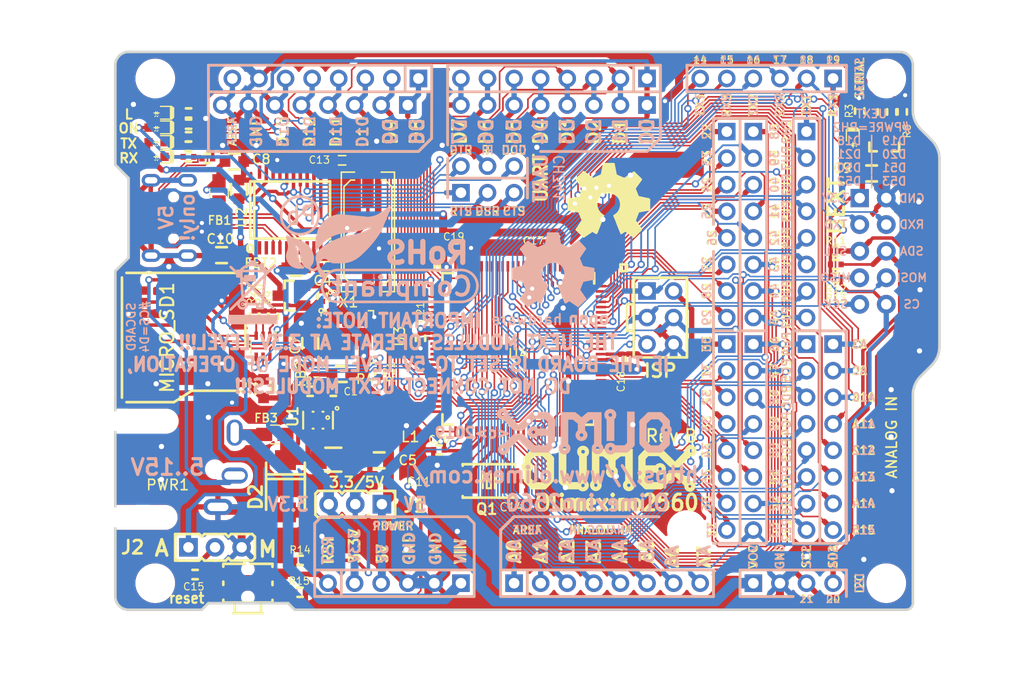
<source format=kicad_pcb>
(kicad_pcb (version 20221018) (generator pcbnew)
  (layers (0 "F.Cu" signal) (31 "B.Cu" signal) (34 "B.Paste" user) (35 "F.Paste" user) (36 "B.SilkS" user "B.Silkscreen") (37 "F.SilkS" user "F.Silkscreen") (38 "B.Mask" user) (39 "F.Mask" user) (44 "Edge.Cuts" user))
  (net 0 "")
  (net 1 "GND")
  (net 2 "/UE33")
  (net 3 "Net-(FB1-Pad1)")
  (net 4 "Net-(BUTTON1-Pad1)")
  (net 5 "/RST")
  (net 6 "Net-(C1-Pad2)")
  (net 7 "Net-(C1-Pad1)")
  (net 8 "VCC")
  (net 9 "/VIN")
  (net 10 "+3V3")
  (net 11 "+5VD")
  (net 12 "Net-(C6-Pad1)")
  (net 13 "/VUSB")
  (net 14 "Net-(C10-Pad2)")
  (net 15 "Net-(C11-Pad1)")
  (net 16 "Net-(C12-Pad1)")
  (net 17 "Net-(C13-Pad1)")
  (net 18 "Net-(C14-Pad1)")
  (net 19 "Net-(C15-Pad2)")
  (net 20 "Net-(C16-Pad1)")
  (net 21 "/D13")
  (net 22 "Net-(FET2-Pad1)")
  (net 23 "/DTR")
  (net 24 "Net-(LED1-Pad1)")
  (net 25 "Net-(LED2-Pad1)")
  (net 26 "Net-(LED3-Pad1)")
  (net 27 "Net-(LED4-Pad1)")
  (net 28 "Net-(LED5-Pad1)")
  (net 29 "Net-(MICRO_SD1-Pad1)")
  (net 30 "/D4")
  (net 31 "/D51")
  (net 32 "/D52")
  (net 33 "/D50")
  (net 34 "Net-(MICRO_SD1-Pad8)")
  (net 35 "/DCD")
  (net 36 "/RI")
  (net 37 "/RTS")
  (net 38 "/CTS")
  (net 39 "/DSR")
  (net 40 "/D1")
  (net 41 "/D2")
  (net 42 "/D3")
  (net 43 "/D5")
  (net 44 "/D0")
  (net 45 "/D7")
  (net 46 "/D6")
  (net 47 "/D12")
  (net 48 "/AREF")
  (net 49 "/D9")
  (net 50 "/D11")
  (net 51 "/D8")
  (net 52 "/D10")
  (net 53 "/A10")
  (net 54 "/A8")
  (net 55 "/A13")
  (net 56 "/A14")
  (net 57 "/A12")
  (net 58 "/A15")
  (net 59 "/A9")
  (net 60 "/A11")
  (net 61 "/PE7")
  (net 62 "/D46")
  (net 63 "/D33")
  (net 64 "/PD4")
  (net 65 "/D37")
  (net 66 "/D32")
  (net 67 "/D47")
  (net 68 "/PG4")
  (net 69 "/PE2")
  (net 70 "/D34")
  (net 71 "/PD5")
  (net 72 "/D48")
  (net 73 "/D35")
  (net 74 "/PE6")
  (net 75 "/D31")
  (net 76 "/D53")
  (net 77 "/D36")
  (net 78 "/D49")
  (net 79 "/PG3")
  (net 80 "/D30")
  (net 81 "/PD6")
  (net 82 "/PH2")
  (net 83 "/PJ4")
  (net 84 "/PH7")
  (net 85 "/PJ6")
  (net 86 "/PJ5")
  (net 87 "/PJ2")
  (net 88 "/PJ7")
  (net 89 "/PJ3")
  (net 90 "/D41")
  (net 91 "/D45")
  (net 92 "/D40")
  (net 93 "/D42")
  (net 94 "/D43")
  (net 95 "/D39")
  (net 96 "/D44")
  (net 97 "/D38")
  (net 98 "/D24")
  (net 99 "/D22")
  (net 100 "/D23")
  (net 101 "/D27")
  (net 102 "/D26")
  (net 103 "/D29")
  (net 104 "/D25")
  (net 105 "/D28")
  (net 106 "/D21")
  (net 107 "/D20")
  (net 108 "/A6")
  (net 109 "/A7")
  (net 110 "/D19")
  (net 111 "/D15")
  (net 112 "/D16")
  (net 113 "/D17")
  (net 114 "/D18")
  (net 115 "/D14")
  (net 116 "/A5")
  (net 117 "/A4")
  (net 118 "/A3")
  (net 119 "/A2")
  (net 120 "/A1")
  (net 121 "/A0")
  (net 122 "Net-(R4-Pad2)")
  (net 123 "/UD_N")
  (net 124 "/UD_P")
  (net 125 "/UTXD")
  (net 126 "/URXD")
  (net 127 "Net-(USB1-Pad4)")
  (net 128 "/VEXT")
  (net 129 "Net-(MICRO_SD1-Pad2)")
  (net 130 "Net-(MICRO_SD1-Pad3)")
  (net 131 "Net-(MICRO_SD1-Pad5)")
  (net 132 "Net-(MICRO_SD1-Pad7)")
  (net 133 "Net-(U2-Pad18)")
  (net 134 "Net-(U2-Pad20)")
  (footprint "USB-MICRO-5P-F" (layer "F.Cu") (at 24.13 56.515 -90)
    (fp_text reference "USB1" hide)
    (fp_text value "USB-MINI")
  )
  (footprint "OLIMEX_Connectors-FP:UEXT_BH10R" (layer "F.Cu") (at 95.25 59.69 -90)
    (fp_text reference "UEXT1")
    (fp_text value "UEXT_MALE")
  )
  (footprint "OLIMEX_Buttons-FP:TSW34-W16PR-220" (layer "F.Cu") (at 35.525 91.44)
    (fp_text reference "BUTTON1" hide)
    (fp_text value "SW_PUSH")
  )
  (footprint "OLIMEX_RLC-FP:C_0402_5MIL_DWS" (layer "F.Cu") (at 43.688 73.0885 180)
    (fp_text reference "C1")
    (fp_text value "100nF")
  )
  (footprint "OLIMEX_RLC-FP:C_0603_5MIL_DWS" (layer "F.Cu") (at 34.671 53.7845 90)
    (fp_text reference "C2" hide)
    (fp_text value "22uF")
  )
  (footprint "OLIMEX_RLC-FP:C_1206_5MIL_DWS" (layer "F.Cu") (at 43.688 79.629)
    (fp_text reference "C3" hide)
    (fp_text value "22uF/25V")
  )
  (footprint "OLIMEX_RLC-FP:C_0603_5MIL_DWS" (layer "F.Cu") (at 40.132 61.2775)
    (fp_text reference "C4")
    (fp_text value "22uF")
  )
  (footprint "OLIMEX_RLC-FP:C_0603_5MIL_DWS" (layer "F.Cu") (at 48.0695 79.6925 180)
    (fp_text reference "C5")
    (fp_text value "22uF")
  )
  (footprint "OLIMEX_RLC-FP:C_0402_5MIL_DWS" (layer "F.Cu") (at 96.1517 46.3804 90)
    (fp_text reference "C6" hide)
    (fp_text value "(na)100nF")
  )
  (footprint "OLIMEX_RLC-FP:C_0603_5MIL_DWS" (layer "F.Cu") (at 41.4782 68.5038 90)
    (fp_text reference "C7")
    (fp_text value "22uF")
  )
  (footprint "OLIMEX_RLC-FP:C_0603_5MIL_DWS" (layer "F.Cu") (at 34.2265 51.1175)
    (fp_text reference "C8")
    (fp_text value "22uF")
  )
  (footprint "OLIMEX_RLC-FP:C_0603_5MIL_DWS" (layer "F.Cu") (at 33.0073 60.071 180)
    (fp_text reference "C10")
    (fp_text value "10nF")
  )
  (footprint "OLIMEX_RLC-FP:C_0402_SMALL" (layer "F.Cu") (at 54.1528 81.661 180)
    (fp_text reference "C11")
    (fp_text value "12pF")
  )
  (footprint "OLIMEX_RLC-FP:0402" (layer "F.Cu") (at 42.926 61.1378 180)
    (fp_text reference "C12")
    (fp_text value "33pF" hide)
  )
  (footprint "OLIMEX_RLC-FP:0402" (layer "F.Cu") (at 44.5262 51.0032 180)
    (fp_text reference "C13")
    (fp_text value "33pF" hide)
  )
  (footprint "OLIMEX_RLC-FP:C_0402_SMALL" (layer "F.Cu") (at 62.1792 83.1342 -90)
    (fp_text reference "C14")
    (fp_text value "12pF")
  )
  (footprint "OLIMEX_RLC-FP:C_0402_5MIL_DWS" (layer "F.Cu") (at 30.48 90.6145 180)
    (fp_text reference "C15")
    (fp_text value "100nF")
  )
  (footprint "OLIMEX_RLC-FP:C_0603_5MIL_DWS" (layer "F.Cu") (at 37.0205 72.8345 90)
    (fp_text reference "C16" hide)
    (fp_text value "22uF")
  )
  (footprint "OLIMEX_Diodes-FP:SMB-KA" (layer "F.Cu") (at 39.116 82.169 -90)
    (fp_text reference "D2")
    (fp_text value "SMBJ16A")
  )
  (footprint "OLIMEX_RLC-FP:L_0805_5MIL_DWS" (layer "F.Cu") (at 32.766 54.102 90)
    (fp_text reference "FB1")
    (fp_text value "FB0805")
  )
  (footprint "OLIMEX_RLC-FP:L_0805_5MIL_DWS" (layer "F.Cu") (at 38.989 72.707499 -90)
    (fp_text reference "FB2")
    (fp_text value "FB0805")
  )
  (footprint "OLIMEX_RLC-FP:L_0805_5MIL_DWS" (layer "F.Cu") (at 38.1 77.216 180)
    (fp_text reference "FB3")
    (fp_text value "FB0805")
  )
  (footprint "OLIMEX_Transistors-FP:SOT23" (layer "F.Cu") (at 96.32696 49.50714 90)
    (fp_text reference "FET1" hide)
    (fp_text value "IRML6402")
  )
  (footprint "OLIMEX_Transistors-FP:SOT23" (layer "F.Cu") (at 39.6875 63.9445)
    (fp_text reference "FET2")
    (fp_text value "IRML6402")
  )
  (footprint "OLIMEX_Connectors-FP:HN1x3" (layer "F.Cu") (at 45.7835 83.8835 180)
    (fp_text reference "J1")
    (fp_text value "3.3/5V" hide)
  )
  (footprint "OLIMEX_Connectors-FP:HN1x3" (layer "F.Cu") (at 32.385 88.011)
    (fp_text reference "J2")
    (fp_text value "ARES/MRES")
  )
  (footprint "OLIMEX_RLC-FP:CD43" (layer "F.Cu") (at 46.99 75.946)
    (fp_text reference "L1")
    (fp_text value "4.7uH CD43")
  )
  (footprint "OLIMEX_LEDs-FP:LED_0603_KA" (layer "F.Cu") (at 26.797001 46.482 180)
    (fp_text reference "LED1" hide)
    (fp_text value "YELLOW")
  )
  (footprint "OLIMEX_LEDs-FP:LED_0603_KA" (layer "F.Cu") (at 26.797001 47.879 180)
    (fp_text reference "LED2" hide)
    (fp_text value "GREEN")
  )
  (footprint "OLIMEX_LEDs-FP:LED_0603_KA" (layer "F.Cu") (at 93.345 49.53 -90)
    (fp_text reference "LED3" hide)
    (fp_text value "RED")
  )
  (footprint "OLIMEX_LEDs-FP:LED_0603_KA" (layer "F.Cu") (at 26.797 50.673 180)
    (fp_text reference "LED4" hide)
    (fp_text value "GREEN")
  )
  (footprint "OLIMEX_LEDs-FP:LED_0603_KA" (layer "F.Cu") (at 26.797 49.276 180)
    (fp_text reference "LED5" hide)
    (fp_text value "RED")
  )
  (footprint "OLIMEX_Connectors-FP:TFC-WXCP11-08-LF" (layer "F.Cu") (at 29.21 67.31 180)
    (fp_text reference "MICRO_SD1")
    (fp_text value "MICRO_SD(TFC-WXCP11-08-LF)")
  )
  (footprint "OLIMEX_Connectors-FP:SCD450" (layer "F.Cu") (at 27.8638 80.5434)
    (fp_text reference "PWR1")
    (fp_text value "PWR-JACK")
  )
  (footprint "OLIMEX_Crystal-FP:HCX-4S_2Pins_5.0x3.2mm" (layer "F.Cu") (at 58.547 81.661)
    (fp_text reference "Q1")
    (fp_text value "16M/12pF")
  )
  (footprint "OLIMEX_RLC-FP:R_0402_5MIL_DWS" (layer "F.Cu") (at 93.98 46.2915 90)
    (fp_text reference "R3")
    (fp_text value "2K")
  )
  (footprint "OLIMEX_RLC-FP:R_0603_5MIL_DWS" (layer "F.Cu") (at 44.45 71.4375 180)
    (fp_text reference "R4")
    (fp_text value "49.9K/1%")
  )
  (footprint "OLIMEX_RLC-FP:R_0402_5MIL_DWS" (layer "F.Cu") (at 97.0407 46.3804 90)
    (fp_text reference "R5" hide)
    (fp_text value "100K")
  )
  (footprint "OLIMEX_RLC-FP:R_0402_5MIL_DWS" (layer "F.Cu") (at 98.044 46.3677 -90)
    (fp_text reference "R6")
    (fp_text value "2K")
  )
  (footprint "OLIMEX_RLC-FP:R_0402_5MIL_DWS" (layer "F.Cu") (at 41.4655 73.0885 180)
    (fp_text reference "R7")
    (fp_text value "6.8K/1%")
  )
  (footprint "OLIMEX_RLC-FP:R_0402_5MIL_DWS" (layer "F.Cu") (at 42.6212 63.9826 -90)
    (fp_text reference "R8")
    (fp_text value "10K")
  )
  (footprint "OLIMEX_RLC-FP:R_0402_5MIL_DWS" (layer "F.Cu") (at 91.694 59.69)
    (fp_text reference "R11")
    (fp_text value "10K")
  )
  (footprint "OLIMEX_RLC-FP:R_0402_5MIL_DWS" (layer "F.Cu") (at 91.694 60.96)
    (fp_text reference "R12")
    (fp_text value "10K")
  )
  (footprint "OLIMEX_RLC-FP:R_0402_5MIL_DWS" (layer "F.Cu") (at 91.694 62.2173)
    (fp_text reference "R13")
    (fp_text value "10K")
  )
  (footprint "OLIMEX_RLC-FP:R_0402_5MIL_DWS" (layer "F.Cu") (at 40.513 89.2556)
    (fp_text reference "R14")
    (fp_text value "10K")
  )
  (footprint "OLIMEX_Regulators-FP:SOT23-6" (layer "F.Cu") (at 42.2275 75.852399 90)
    (fp_text reference "U1")
    (fp_text value "SY8120B1")
  )
  (footprint "OLIMEX_IC-FP:SSOP-20W" (layer "F.Cu") (at 39.5605 55.753)
    (fp_text reference "U2")
    (fp_text value "CH340H/T")
  )
  (footprint "OLIMEX_Transistors-FP:SOT89" (layer "F.Cu") (at 45.0215 67.8815 -90)
    (fp_text reference "U3")
    (fp_text value "MCP1700-33-SOT89")
  )
  (footprint "OLIMEX_IC-FP:TQFP100" (layer "F.Cu") (at 61.3636 69.0378)
    (fp_text reference "U4")
    (fp_text value "ATMEGA1280-16AU")
  )
  (footprint "OLIMEX_Crystal-FP:Q_49U3HMS" (layer "F.Cu") (at 46.99 57.8485 90)
    (fp_text reference "X1")
    (fp_text value "12MHz/20pF")
  )
  (footprint "OLIMEX_Other-FP:via_0.5_0.6" (layer "F.Cu") (at 63.1317 49.7586)
    (fp_text reference "REF**" hide)
    (fp_text value "via_0.5_0.6")
  )
  (footprint "OLIMEX_Other-FP:via_0.5_0.6" (layer "F.Cu") (at 72.0725 52.4256)
    (fp_text reference "REF**" hide)
    (fp_text value "via_0.5_0.6")
  )
  (footprint "OLIMEX_Other-FP:via_0.5_0.6" (layer "F.Cu") (at 72.3011 76.2762)
    (fp_text reference "REF**" hide)
    (fp_text value "via_0.5_0.6")
  )
  (footprint "OLIMEX_Other-FP:via_0.5_0.6" (layer "F.Cu") (at 55.5371 86.487)
    (fp_text reference "REF**" hide)
    (fp_text value "via_0.5_0.6")
  )
  (footprint "OLIMEX_Other-FP:via_0.5_0.6" (layer "F.Cu") (at 94.3737 89.1667)
    (fp_text reference "REF**" hide)
    (fp_text value "via_0.5_0.6")
  )
  (footprint "OLIMEX_Other-FP:via_0.5_0.6" (layer "F.Cu") (at 96.9772 77.4573)
    (fp_text reference "REF**" hide)
    (fp_text value "via_0.5_0.6")
  )
  (footprint "OLIMEX_Other-FP:via_0.5_0.6" (layer "F.Cu") (at 97.0661 82.6008)
    (fp_text reference "REF**" hide)
    (fp_text value "via_0.5_0.6")
  )
  (footprint "OLIMEX_Other-FP:via_0.5_0.6" (layer "F.Cu") (at 96.9899 72.9361)
    (fp_text reference "REF**" hide)
    (fp_text value "via_0.5_0.6")
  )
  (footprint "OLIMEX_Other-FP:via_0.5_0.6" (layer "F.Cu") (at 99.695 69.2277)
    (fp_text reference "REF**" hide)
    (fp_text value "via_0.5_0.6")
  )
  (footprint "OLIMEX_Other-FP:via_0.5_0.6" (layer "F.Cu") (at 99.7458 63.3857)
    (fp_text reference "REF**" hide)
    (fp_text value "via_0.5_0.6")
  )
  (footprint "OLIMEX_Other-FP:via_0.5_0.6" (layer "F.Cu") (at 99.6315 54.9783)
    (fp_text reference "REF**" hide)
    (fp_text value "via_0.5_0.6")
  )
  (footprint "OLIMEX_RLC-FP:C_0402_5MIL_DWS" (layer "F.Cu") (at 64.9986 58.7248)
    (fp_text reference "C17")
    (fp_text value "100nF")
  )
  (footprint "OLIMEX_RLC-FP:C_0402_5MIL_DWS" (layer "F.Cu") (at 71.1581 70.0532 -90)
    (fp_text reference "C18")
    (fp_text value "100nF")
  )
  (footprint "OLIMEX_RLC-FP:C_0402_5MIL_DWS" (layer "F.Cu") (at 55.3974 59.3852 180)
    (fp_text reference "C19")
    (fp_text value "100nF")
  )
  (footprint "OLIMEX_RLC-FP:C_0402_5MIL_DWS" (layer "F.Cu") (at 53.7845 78.6892)
    (fp_text reference "C20")
    (fp_text value "100nF")
  )
  (footprint "OLIMEX_RLC-FP:C_0402_5MIL_DWS" (layer "F.Cu") (at 52.0192 68.0212 90)
    (fp_text reference "C21")
    (fp_text value "100nF")
  )
  (footprint "OLIMEX_Cases-FP:OLIMEX_CASES-ARDUINO-MEGA-PLATFORM" (layer "F.Cu") (at 73.66 43.18)
    (fp_text reference "PLATFORM1")
    (fp_text value "ARDUINO_MEGA")
    (fp_line (start -50.8 8.255) (end -50.8 -1.27) (stroke (width 0.254)) (layer "Edge.Cuts"))
    (fp_line (start -50.8 18.415) (end -49.53 17.145) (stroke (width 0.254)) (layer "Edge.Cuts"))
    (fp_line (start -50.8 49.53) (end -50.8 18.415) (stroke (width 0.254)) (layer "Edge.Cuts"))
    (fp_line (start -49.53 -2.54) (end 24.13 -2.54) (stroke (width 0.254)) (layer "Edge.Cuts"))
    (fp_line (start -49.53 9.525) (end -50.8 8.255) (stroke (width 0.254)) (layer "Edge.Cuts"))
    (fp_line (start -49.53 17.145) (end -49.53 9.525) (stroke (width 0.254)) (layer "Edge.Cuts"))
    (fp_line (start -49.53 50.8) (end -42.545 50.8) (stroke (width 0.254)) (layer "Edge.Cuts"))
    (fp_line (start -42.545 50.8) (end -41.91 50.165) (stroke (width 0.254)) (layer "Edge.Cuts"))
    (fp_line (start -41.91 50.165) (end -34.29 50.165) (stroke (width 0.254)) (layer "Edge.Cuts"))
    (fp_line (start -34.29 50.165) (end -33.655 50.8) (stroke (width 0.254)) (layer "Edge.Cuts"))
    (fp_line (start 24.765 50.8) (end -33.655 50.8) (stroke (width 0.254)) (layer "Edge.Cuts"))
    (fp_line (start 25.4 -1.27) (end 25.4 3.175) (stroke (width 0.254)) (layer "Edge.Cuts"))
    (fp_line (start 25.4 30.2641) (end 25.4 31.1404) (stroke (width 0.254)) (layer "Edge.Cuts"))
    (fp_line (start 25.4 31.1404) (end 25.4 50.165) (stroke (width 0.254)) (layer "Edge.Cuts"))
    (fp_line (start 26.141293 4.841888) (end 27.195393 5.895988) (stroke (width 0.254)) (layer "Edge.Cuts"))
    (fp_line (start 27.178 27.432) (end 26.1366 28.4734) (stroke (width 0.254)) (layer "Edge.Cuts"))
    (fp_line (start 27.94 7.5946) (end 27.94 25.6286) (stroke (width 0.254)) (layer "Edge.Cuts"))
    (fp_arc (start -50.8 -1.27) (mid -50.428026 -2.168026) (end -49.53 -2.54) (stroke (width 0.254)) (layer "Edge.Cuts"))
    (fp_arc (start -49.53 50.8) (mid -50.428026 50.428026) (end -50.8 49.53) (stroke (width 0.254)) (layer "Edge.Cuts"))
    (fp_arc (start 24.13 -2.54) (mid 25.028026 -2.168026) (end 25.4 -1.27) (stroke (width 0.254)) (layer "Edge.Cuts"))
    (fp_arc (start 25.4 30.2641) (mid 25.591608 29.296291) (end 26.137523 28.474498) (stroke (width 0.254)) (layer "Edge.Cuts"))
    (fp_arc (start 25.4 50.165) (mid 25.214013 50.614013) (end 24.765 50.8) (stroke (width 0.254)) (layer "Edge.Cuts"))
    (fp_arc (start 26.141293 4.841888) (mid 25.6167 4.077056) (end 25.401467 3.174925) (stroke (width 0.254)) (layer "Edge.Cuts"))
    (fp_arc (start 27.195393 5.895988) (mid 27.726908 6.675229) (end 27.937374 7.594701) (stroke (width 0.254)) (layer "Edge.Cuts"))
    (fp_arc (start 27.94 25.6286) (mid 27.73986 26.60675) (end 27.178196 27.4322) (stroke (width 0.254)) (layer "Edge.Cuts"))
  )
  (footprint "OLIMEX_LOGOs-FP:OLIMEX_LOGO_TB" (layer "F.Cu") (at 70.2056 80.4418)
    (fp_text reference "" hide)
    (fp_text value "" hide)
  )
  (footprint "OLIMEX_Other-FP:Fiducial1x3_transp" (layer "F.Cu") (at 99.5934 50.5841)
    (fp_text reference "Ref**" hide)
    (fp_text value "Val**")
  )
  (footprint "OLIMEX_Other-FP:Fiducial1x3_transp" (layer "F.Cu") (at 97.0534 87.63)
    (fp_text reference "Ref**" hide)
    (fp_text value "Val**")
  )
  (footprint "OLIMEX_Other-FP:Fiducial1x3_transp" (layer "F.Cu") (at 25.5143 82.3214)
    (fp_text reference "Ref**" hide)
    (fp_text value "Val**")
  )
  (footprint "OLIMEX_Other-FP:Fiducial1x3_transp" (layer "F.Cu") (at 29.9847 43.7261)
    (fp_text reference "Ref**" hide)
    (fp_text value "Val**")
  )
  (footprint "OLIMEX_Other-FP:via_0.5_0.6" (layer "F.Cu") (at 42.5958 86.9569)
    (fp_text reference "REF**" hide)
    (fp_text value "via_0.5_0.6")
  )
  (footprint "OLIMEX_Other-FP:via_0.5_0.6" (layer "F.Cu") (at 31.496 47.0027)
    (fp_text reference "REF**" hide)
    (fp_text value "via_0.5_0.6")
  )
  (footprint "OLIMEX_Other-FP:via_0.5_0.6" (layer "F.Cu") (at 33.1089 49.5808)
    (fp_text reference "REF**" hide)
    (fp_text value "via_0.5_0.6")
  )
  (footprint "OLIMEX_Other-FP:via_0.5_0.6" (layer "F.Cu") (at 36.322 49.5808)
    (fp_text reference "REF**" hide)
    (fp_text value "via_0.5_0.6")
  )
  (footprint "OLIMEX_Other-FP:via_0.5_0.6" (layer "F.Cu") (at 70.7263 81.2165)
    (fp_text reference "REF**" hide)
    (fp_text value "via_0.5_0.6")
  )
  (footprint "OLIMEX_RLC-FP:R_0402_5MIL_DWS" (layer "F.Cu") (at 29.8577 46.482)
    (fp_text reference "R1" hide)
    (fp_text value "2K")
  )
  (footprint "OLIMEX_RLC-FP:R_0402_5MIL_DWS" (layer "F.Cu") (at 29.8577 47.5488)
    (fp_text reference "R2" hide)
    (fp_text value "10K")
  )
  (footprint "OLIMEX_RLC-FP:R_0402_5MIL_DWS" (layer "F.Cu") (at 40.513 92.3036 180)
    (fp_text reference "R15")
    (fp_text value "330R")
  )
  (footprint "OLIMEX_RLC-FP:R_0402_5MIL_DWS" (layer "F.Cu") (at 31.6484 50.8381)
    (fp_text reference "R16" hide)
    (fp_text value "1K")
  )
  (footprint "OLIMEX_RLC-FP:R_0402_5MIL_DWS" (layer "F.Cu") (at 29.845 50.673)
    (fp_text reference "R17" hide)
    (fp_text value "2K")
  )
  (footprint "OLIMEX_RLC-FP:R_0402_5MIL_DWS" (layer "F.Cu") (at 29.8323 49.6697)
    (fp_text reference "R18" hide)
    (fp_text value "2K")
  )
  (footprint "OLIMEX_RLC-FP:R_0402_5MIL_DWS" (layer "F.Cu") (at 29.8577 48.7553 180)
    (fp_text reference "R19" hide)
    (fp_text value "1K")
  )
  (footprint "OLIMEX_RLC-FP:C_0603_5MIL_DWS" (layer "F.Cu") (at 95.123 52.2605 180)
    (fp_text reference "C9")
    (fp_text value "(na)2.2uF")
  )
  (footprint "OLIMEX_Other-FP:via_0.5_0.6" (layer "F.Cu") (at 69.4436 56.6547)
    (fp_text reference "REF**" hide)
    (fp_text value "via_0.5_0.6")
  )
  (footprint "OLIMEX_Other-FP:via_0.5_0.6" (layer "F.Cu") (at 50.6349 88.2142)
    (fp_text reference "REF**" hide)
    (fp_text value "via_0.5_0.6")
  )
  (footprint "OLIMEX_Other-FP:via_0.5_0.6" (layer "F.Cu") (at 65.8622 82.296)
    (fp_text reference "REF**" hide)
    (fp_text value "via_0.5_0.6")
  )
  (footprint "OLIMEX_Other-FP:via_0.5_0.6" (layer "F.Cu") (at 66.167 72.1106)
    (fp_text reference "REF**" hide)
    (fp_text value "via_0.5_0.6")
  )
  (footprint "OLIMEX_Other-FP:via_0.5_0.6" (layer "F.Cu") (at 65.6463 65.1256)
    (fp_text reference "REF**" hide)
    (fp_text value "via_0.5_0.6")
  )
  (footprint "OLIMEX_Other-FP:via_0.5_0.6" (layer "F.Cu") (at 27.2669 81.5213)
    (fp_text reference "REF**" hide)
    (fp_text value "via_0.5_0.6")
  )
  (footprint "OLIMEX_Other-FP:via_0.5_0.6" (layer "F.Cu") (at 27.2669 78.3717)
    (fp_text reference "REF**" hide)
    (fp_text value "via_0.5_0.6")
  )
  (footprint "OLIMEX_Other-FP:via_0.5_0.6" (layer "F.Cu") (at 39.6113 75.4888)
    (fp_text reference "REF**" hide)
    (fp_text value "via_0.5_0.6")
  )
  (footprint "OLIMEX_Other-FP:via_0.5_0.6" (layer "F.Cu") (at 54.0893 49.5681)
    (fp_text reference "REF**" hide)
    (fp_text value "via_0.5_0.6")
  )
  (footprint "OLIMEX_Other-FP:via_0.5_0.6" (layer "F.Cu") (at 47.8282 49.1744)
    (fp_text reference "REF**" hide)
    (fp_text value "via_0.5_0.6")
  )
  (footprint "OLIMEX_Other-FP:via_0.5_0.6" (layer "F.Cu") (at 24.5872 45.6565)
    (fp_text reference "REF**" hide)
    (fp_text value "via_0.5_0.6")
  )
  (footprint "OLIMEX_Other-FP:via_0.5_0.6" (layer "F.Cu") (at 26.7589 72.3773)
    (fp_text reference "REF**" hide)
    (fp_text value "via_0.5_0.6")
  )
  (footprint "OLIMEX_Other-FP:via_0.5_0.6" (layer "F.Cu") (at 31.6992 72.3646)
    (fp_text reference "REF**" hide)
    (fp_text value "via_0.5_0.6")
  )
  (footprint "OLIMEX_Other-FP:via_0.5_0.6" (layer "F.Cu") (at 31.75 75.5777)
    (fp_text reference "REF**" hide)
    (fp_text value "via_0.5_0.6")
  )
  (footprint "OLIMEX_Other-FP:via_0.5_0.6" (layer "F.Cu") (at 88.9508 88.8619)
    (fp_text reference "REF**" hide)
    (fp_text value "via_0.5_0.6")
  )
  (footprint "OLIMEX_RLC-FP:R_0402_5MIL_DWS" (layer "F.Cu") (at 48.133 71.247 90)
    (fp_text reference "R21")
    (fp_text value "1K")
  )
  (footprint "OLIMEX_Other-FP:via_0.5_0.6" (layer "F.Cu") (at 50.673 76.3778)
    (fp_text reference "REF**" hide)
    (fp_text value "via_0.5_0.6")
  )
  (footprint "OLIMEX_Other-FP:via_0.5_0.6" (layer "F.Cu") (at 53.6194 80.1624)
    (fp_text reference "REF**" hide)
    (fp_text value "via_0.5_0.6")
  )
  (footprint "OLIMEX_Other-FP:via_0.5_0.6" (layer "F.Cu") (at 32.9438 58.3819)
    (fp_text reference "REF**" hide)
    (fp_text value "via_0.5_0.6")
  )
  (footprint "OLIMEX_Other-FP:via_0.5_0.6" (layer "F.Cu") (at 27.9654 61.1759)
    (fp_text reference "REF**" hide)
    (fp_text value "via_0.5_0.6")
  )
  (footprint "OLIMEX_RLC-FP:R_0402_5MIL_DWS" (layer "F.Cu") (at 37.9349 65.913 90)
    (fp_text reference "R9")
    (fp_text value "10K")
  )
  (footprint "OLIMEX_RLC-FP:R_0402_5MIL_DWS" (layer "F.Cu") (at 37.0459 65.913 90)
    (fp_text reference "R10")
    (fp_text value "10K")
  )
  (footprint "OLIMEX_RLC-FP:R_0402_5MIL_DWS" (layer "F.Cu") (at 36.1569 65.913 90)
    (fp_text reference "R20")
    (fp_text value "10K")
  )
  (footprint "OLIMEX_Diodes-FP:SOT363" (layer "F.Cu") (at 36.9697 68.7832 -90)
    (fp_text reference "U5" hide)
    (fp_text value "BAT54TW")
  )
  (footprint "OLIMEX_Other-FP:via_0.5_0.6" (layer "F.Cu") (at 40.6273 66.5861)
    (fp_text reference "REF**" hide)
    (fp_text value "via_0.5_0.6")
  )
  (footprint "OLIMEX_LOGOs-FP:LOGO_OPENHARDWARE_8x8" (layer "F.Cu") (at 69.99478 55.32628)
    (fp_text reference "" hide)
    (fp_text value "" hide)
  )
  (footprint "OLIMEX_LOGOs-FP:OLIMEX_LOGO_TB" (layer "B.Cu") (at 67.5005 76.9239 180)
    (fp_text reference "" hide)
    (fp_text value "" hide)
  )
  (footprint "OLIMEX_LOGOs-FP:LOGO_ROHS_1" (layer "B.Cu") (at 56.4388 63.9064 180)
    (fp_text reference "" hide)
    (fp_text value "" hide)
  )
  (footprint "OLIMEX_LOGOs-FP:LOGO_RECYCLEBIN_1" (layer "B.Cu") (at 38.3286 66.6623 180)
    (fp_text reference "" hide)
    (fp_text value "" hide)
  )
  (footprint "OLIMEX_LOGOs-FP:LOGO_PBFREE" (layer "B.Cu") (at 40.7035 55.9562)
    (fp_text reference "")
    (fp_text value "")
  )
  (footprint "OLIMEX_LOGOs-FP:LOGO_OPENHARDWARE_8x8" (layer "B.Cu") (at 64.6938 61.9633 180)
    (fp_text reference "" hide)
    (fp_text value "" hide)
  )
  (gr_text "Olimexino2560" (at 67.9577 83.7692) (layer "B.SilkS") (effects (font (size 1.5 1.4) (thickness 0.3)) (justify mirror)))
  (gr_text "RXD" (at 98.9584 57.15) (layer "B.SilkS") (effects (font (size 0.8 0.8)) (justify mirror)))
  (gr_text "SDA" (at 98.9584 59.69) (layer "B.SilkS") (effects (font (size 0.8 0.8)) (justify mirror)))
  (gr_text "MOSI" (at 98.9584 62.23) (layer "B.SilkS") (effects (font (size 0.8 0.8)) (justify mirror)))
  (gr_text "CS" (at 98.9584 64.77) (layer "B.SilkS") (effects (font (size 0.8 0.8)) (justify mirror)))
  (gr_text "3.3V" (at 91.694 54.61) (layer "B.SilkS") (effects (font (size 0.8 0.8)) (justify mirror)))
  (gr_text "TXD" (at 91.694 57.15) (layer "B.SilkS") (effects (font (size 0.8 0.8)) (justify mirror)))
  (gr_text "SCL" (at 91.694 59.69) (layer "B.SilkS") (effects (font (size 0.8 0.8)) (justify mirror)))
  (gr_text "MISO" (at 91.694 62.23) (layer "B.SilkS") (effects (font (size 0.8 0.8)) (justify mirror)))
  (gr_text "SCK" (at 91.694 64.77) (layer "B.SilkS") (effects (font (size 0.8 0.8)) (justify mirror)))
  (gr_text "UEXT\n#PWRE=PH2\nD19 | D18\nD20 | D21\nD51 | D50\nD53 | D52" (at 95.123 49.784) (layer "B.SilkS") (effects (font (size 0.8 0.8)) (justify mirror)))
  (gr_text "SDCARD\n#CS=D4" (at 25.019 66.929 90) (layer "B.SilkS") (effects (font (size 0.8 0.8)) (justify mirror)))
  (gr_text "CH341" (at 65.278 52.705 90) (layer "B.SilkS") (effects (font (size 1 0.9)) (justify mirror)))
  (gr_text "IMPORTANT NOTE:\nTHE UEXT MODULES OPERATE AT 3.3V LEVEL!!!\nIF THE BOARD IS SET TO 5V LEVEL MODE OF OPERATION,\nDO NOT CONNECT UEXT MODULES!!! " (at 49.8729 69.4817) (layer "B.SilkS") (effects (font (size 1.3 1.2) (thickness 0.3)) (justify mirror)))
  (gr_text "GND" (at 98.9584 54.6481) (layer "B.SilkS") (effects (font (size 0.8 0.8)) (justify mirror)))
  (gr_text "<c>2019" (at 56.9849 77.0636) (layer "B.SilkS") (effects (font (size 1 1) (thickness 0.25)) (justify mirror)))
  (gr_text "5V\nonly!" (at 28.7401 56.4642 90) (layer "B.SilkS") (effects (font (size 1.27 1.27) (thickness 0.254)) (justify mirror)))
  (gr_text "5V          3.3V" (at 45.0215 83.9089) (layer "B.SilkS") (effects (font (size 1.3 1.2) (thickness 0.25)) (justify mirror)))
  (gr_text "5..15V" (at 27.8511 80.3529) (layer "B.SilkS") (effects (font (size 1.5 1.5) (thickness 0.3)) (justify mirror)))
  (gr_text "https://www.olimex.com/" (at 64.9224 81.0895) (layer "B.SilkS") (effects (font (size 1.5 1.4) (thickness 0.3)) (justify mirror)))
  (gr_text "TX" (at 24.13 49.403) (layer "F.SilkS") (effects (font (size 0.9 0.9) (thickness 0.2))))
  (gr_text "L" (at 24.13 46.609) (layer "F.SilkS") (effects (font (size 0.9 0.9) (thickness 0.2))))
  (gr_text "ON" (at 24.13 47.9425) (layer "F.SilkS") (effects (font (size 0.9 0.9) (thickness 0.2))))
  (gr_text "M" (at 37.4142 88.1888) (layer "F.SilkS") (effects (font (size 1.5 1.5) (thickness 0.3))))
  (gr_text "A" (at 27.2923 88.0872) (layer "F.SilkS") (effects (font (size 1.5 1.5) (thickness 0.3))))
  (gr_text "3.3/5V" (at 45.8978 81.788) (layer "F.SilkS") (effects (font (size 1 1) (thickness 0.2))))
  (gr_text "Rev.B" (at 75.9841 77.3557) (layer "F.SilkS") (effects (font (size 1.2 1.2) (thickness 0.2))))
  (gr_text "Olimexino2560" (at 70.7771 83.7438) (layer "F.SilkS") (effects (font (size 1.5 1.4) (thickness 0.3))))
  (gr_text "UEXT" (at 91.7575 55.3593 90) (layer "F.SilkS") (effects (font (size 1.5 1.5) (thickness 0.3))))
  (gr_text "reset" (at 29.6672 92.8624) (layer "F.SilkS") (effects (font (size 1 0.8984) (thickness 0.2))))
  (gr_text "RX" (at 24.13 50.8) (layer "F.SilkS") (effects (font (size 0.9 0.9) (thickness 0.2))))
  (segment (start 45.1485 79.6925) (end 45.085 79.629) (width 1.016) (layer "F.Cu") (net 1))
  (segment (start 58.3692 77.5208) (end 58.3692 78.1558) (width 0.3302) (layer "F.Cu") (net 1))
  (segment (start 35.1155 51.1175) (end 35.1155 52.451) (width 0.508) (layer "F.Cu") (net 1))
  (segment (start 55.9054 59.3852) (end 56.845198 59.3852) (width 0.3302) (layer "F.Cu") (net 1))
  (segment (start 47.5996 65.9892) (end 43.7638 65.9892) (width 0.762) (layer "F.Cu") (net 1))
  (segment (start 85.716593 93.2688) (end 51.788906 93.2688) (width 0.762) (layer "F.Cu") (net 1))
  (segment (start 64.8636 61.1378) (end 64.8636 60.5282) (width 0.1521) (layer "F.Cu") (net 1))
  (segment (start 44.3484 87.7316) (end 41.2858 84.669) (width 1.016) (layer "F.Cu") (net 1))
  (segment (start 27.5336 65.659) (end 25.211 65.659) (width 0.762) (layer "F.Cu") (net 1))
  (segment (start 69.8193 69.5452) (end 69.8119 69.5378) (width 0.3302) (layer "F.Cu") (net 1))
  (segment (start 97.286 45.0469) (end 98.0567 45.0469) (width 0.3302) (layer "F.Cu") (net 1))
  (segment (start 53.34 91.44) (end 54.2036 90.5764) (width 0.762) (layer "F.Cu") (net 1))
  (segment (start 44.5516 63.9826) (end 44.5516 65.9892) (width 0.508) (layer "F.Cu") (net 1))
  (segment (start 45.0723 81.788) (end 39.9542 81.788) (width 1.016) (layer "F.Cu") (net 1))
  (segment (start 55.9054 59.3852) (end 55.8673 59.4233) (width 0.3302) (layer "F.Cu") (net 1))
  (segment (start 42.2275 74.552299) (end 42.2275 73.3425) (width 0.508) (layer "F.Cu") (net 1))
  (segment (start 66.167 72.1106) (end 66.167 73.7108) (width 0.508) (layer "F.Cu") (net 1))
  (segment (start 40.42664 66.38036) (end 40.259 66.548) (width 0.508) (layer "F.Cu") (net 1))
  (segment (start 53.911172 79.6671) (end 53.644472 79.4004) (width 0.1521) (layer "F.Cu") (net 1))
  (segment (start 37.003618 50.9778) (end 37.904336 50.9778) (width 0.508) (layer "F.Cu") (net 1))
  (segment (start 34.46 64.4) (end 33.0344 64.4) (width 0.762) (layer "F.Cu") (net 1))
  (segment (start 54.2036 90.5764) (end 54.2036 84.455) (width 0.762) (layer "F.Cu") (net 1))
  (segment (start 34.46 70.46) (end 33.0712 70.46) (width 0.762) (layer "F.Cu") (net 1))
  (segment (start 74.955399 69.824601) (end 73.062591 69.824601) (width 0.508) (layer "F.Cu") (net 1))
  (segment (start 48.0568 65.532) (end 48.0568 59.436) (width 0.508) (layer "F.Cu") (net 1))
  (segment (start 98.0567 45.0469) (end 98.3234 44.7802) (width 0.3302) (layer "F.Cu") (net 1))
  (segment (start 34.724341 46.558199) (end 35.56254 45.72) (width 0.3302) (layer "F.Cu") (net 1))
  (segment (start 35.907229 71.646188) (end 35.646188 71.646188) (width 0.762) (layer "F.Cu") (net 1))
  (segment (start 68.7324 76.2762) (end 72.3011 76.2762) (width 0.508) (layer "F.Cu") (net 1))
  (segment (start 35.788 79.375) (end 33.7693 79.375) (width 1.016) (layer "F.Cu") (net 1))
  (segment (start 39.1141 84.6709) (end 39.116 84.669) (width 0.762) (layer "F.Cu") (net 1))
  (segment (start 71.1581 69.5452) (end 69.8193 69.5452) (width 0.3302) (layer "F.Cu") (net 1))
  (segment (start 53.2765 79.3242) (end 53.225698 79.3242) (width 0.3302) (layer "F.Cu") (net 1))
  (segment (start 55.8673 59.4233) (end 55.8673 60.0285) (width 0.3302) (layer "F.Cu") (net 1))
  (segment (start 42.66946 66.38036) (end 40.42664 66.38036) (width 0.508) (layer "F.Cu") (net 1))
  (segment (start 41.7322 61.1378) (end 41.7322 61.1632) (width 0.508) (layer "F.Cu") (net 1))
  (segment (start 56.845198 59.3852) (end 56.8452 59.385198) (width 0.3302) (layer "F.Cu") (net 1))
  (segment (start 41.2858 84.669) (end 39.116 84.669) (width 1.016) (layer "F.Cu") (net 1))
  (segment (start 71.7677 69.5452) (end 71.7931 69.5198) (width 0.3302) (layer "F.Cu") (net 1))
  (segment (start 53.34 91.44) (end 52.7685 92.0115) (width 0.762) (layer "F.Cu") (net 1))
  (segment (start 39.116 84.669) (end 39.116 82.703) (width 1.016) (layer "F.Cu") (net 1))
  (segment (start 52.5145 68.0339) (end 52.8574 68.0339) (width 0.3302) (layer "F.Cu") (net 1))
  (segment (start 30.6451 47.5488) (end 30.6705 47.5234) (width 0.3302) (layer "F.Cu") (net 1))
  (segment (start 41.7322 61.1632) (end 44.5516 63.9826) (width 0.508) (layer "F.Cu") (net 1))
  (segment (start 30.3657 46.482) (end 30.6705 46.482) (width 0.3302) (layer "F.Cu") (net 1))
  (segment (start 52.0192 68.5292) (end 52.0192 68.9864) (width 0.3302) (layer "F.Cu") (net 1))
  (segment (start 58.2041 58.7248) (end 57.545198 59.383702) (width 0.3302) (layer "F.Cu") (net 1))
  (segment (start 52.0192 68.5292) (end 52.5145 68.0339) (width 0.3302) (layer "F.Cu") (net 1))
  (segment (start 46.1518 79.6925) (end 45.0723 79.6925) (width 1.016) (layer "F.Cu") (net 1))
  (segment (start 32.746241 78.351941) (end 32.746241 75.432359) (width 1.016) (layer "F.Cu") (net 1))
  (segment (start 96.012 54.102) (end 96.52 54.61) (width 0.508) (layer "F.Cu") (net 1))
  (segment (start 37.904336 50.9778) (end 38.3286 50.9778) (width 0.508) (layer "F.Cu") (net 1))
  (segment (start 36.2077 51.1175) (end 35.1155 51.1175) (width 0.508) (layer "F.Cu") (net 1))
  (segment (start 34.925 84.518) (end 32.61 84.518) (width 0.762) (layer "F.Cu") (net 1))
  (segment (start 33.73374 47.5488) (end 34.724341 46.558199) (width 0.3302) (layer "F.Cu") (net 1))
  (segment (start 31.1277 56.9976) (end 31.1277 57.8231) (width 0.508) (layer "F.Cu") (net 1))
  (segment (start 53.4636 68.0378) (end 52.832 68.0378) (width 0.1521) (layer "F.Cu") (net 1))
  (segment (start 53.6448 81.661) (end 52.7304 81.661) (width 0.1521) (layer "F.Cu") (net 1))
  (segment (start 30.8452 57.815) (end 31.1277 57.5325) (width 0.3302) (layer "F.Cu") (net 1))
  (segment (start 72.0725 53.086) (end 72.0725 52.4256) (width 0.508) (layer "F.Cu") (net 1))
  (segment (start 41.1855 59.3725) (end 41.1855 61.113) (width 0.3302) (layer "F.Cu") (net 1))
  (segment (start 54.3687 90.4113) (end 53.34 91.44) (width 1.016) (layer "F.Cu") (net 1))
  (segment (start 97.0407 45.2922) (end 97.286 45.0469) (width 0.3302) (layer "F.Cu") (net 1))
  (segment (start 34.360599 74.517999) (end 34.0106 74.168) (width 0.762) (layer "F.Cu") (net 1))
  (segment (start 52.7304 81.661) (end 52.7304 79.819498) (width 0.1521) (layer "F.Cu") (net 1))
  (segment (start 41.021 92.3036) (end 41.6012 92.3036) (width 0.3302) (layer "F.Cu") (net 1))
  (segment (start 43.7638 65.9892) (end 43.3715 66.3815) (width 0.762) (layer "F.Cu") (net 1))
  (segment (start 93.98 45.7835) (end 93.98 45.120766) (width 0.3302) (layer "F.Cu") (net 1))
  (segment (start 27.5844 65.6082) (end 27.5336 65.659) (width 0.762) (layer "F.Cu") (net 1))
  (segment (start 64.4906 58.7248) (end 58.2041 58.7248) (width 0.3302) (layer "F.Cu") (net 1))
  (segment (start 31.1196 57.815) (end 31.1277 57.8231) (width 0.3302) (layer "F.Cu") (net 1))
  (segment (start 55.8636 60.5446) (end 55.8673 60.5409) (width 0.1778) (layer "F.Cu") (net 1))
  (segment (start 29.44 57.815) (end 31.1196 57.815) (width 0.3302) (layer "F.Cu") (net 1))
  (segment (start 41.1607 61.1378) (end 41.021 61.2775) (width 0.508) (layer "F.Cu") (net 1))
  (segment (start 35.1155 52.451) (end 34.671 52.8955) (width 0.508) (layer "F.Cu") (net 1))
  (segment (start 93.98 45.120766) (end 93.924017 45.064783) (width 0.3302) (layer "F.Cu") (net 1))
  (segment (start 51.788906 93.2688) (end 42.5664 93.2688) (width 0.762) (layer "F.Cu") (net 1))
  (segment (start 69.4436 56.6547) (end 69.4436 55.7149) (width 0.508) (layer "F.Cu") (net 1))
  (segment (start 58.3636 76.9378) (end 58.3636 77.4573) (width 0.1521) (layer "F.Cu") (net 1))
  (segment (start 76.2 68.58) (end 74.955399 69.824601) (width 0.508) (layer "F.Cu") (net 1))
  (segment (start 42.2275 74.552299) (end 42.2275 75.7301) (width 0.508) (layer "F.Cu") (net 1))
  (segment (start 52.7304 79.819498) (end 53.149498 79.4004) (width 0.1521) (layer "F.Cu") (net 1))
  (segment (start 58.3692 78.1558) (end 58.1533 78.3717) (width 0.3302) (layer "F.Cu") (net 1))
  (segment (start 52.7304 81.661) (end 52.7304 82.9818) (width 0.1521) (layer "F.Cu") (net 1))
  (segment (start 71.1581 69.5452) (end 71.7677 69.5452) (width 0.3302) (layer "F.Cu") (net 1))
  (segment (start 31.1277 57.5325) (end 31.1277 57.492574) (width 0.3302) (layer "F.Cu") (net 1))
  (segment (start 73.062591 69.824601) (end 72.75779 69.5198) (width 0.508) (layer "F.Cu") (net 1))
  (segment (start 46.1518 79.6925) (end 45.1485 79.6925) (width 1.016) (layer "F.Cu") (net 1))
  (segment (start 43.3715 66.3815) (end 40.8319 66.3815) (width 0.762) (layer "F.Cu") (net 1))
  (segment (start 33.0712 70.46) (end 33.0454 70.4342) (width 0.762) (layer "F.Cu") (net 1))
  (segment (start 47.5996 65.9892) (end 48.0568 65.532) (width 0.508) (layer "F.Cu") (net 1))
  (segment (start 30.6705 47.5488) (end 33.73374 47.5488) (width 0.3302) (layer "F.Cu") (net 1))
  (segment (start 65.6463 65.1256) (end 66.167 65.6463) (width 0.508) (layer "F.Cu") (net 1))
  (segment (start 25.21 65.66) (end 24.1798 65.66) (width 0.762) (layer "F.Cu") (net 1))
  (segment (start 35.076 84.669) (end 39.116 84.669) (width 0.762) (layer "F.Cu") (net 1))
  (segment (start 96.012 52.2605) (end 96.012 54.102) (width 0.508) (layer "F.Cu") (net 1))
  (segment (start 36.206541 71.9455) (end 35.907229 71.646188) (width 0.762) (layer "F.Cu") (net 1))
  (segment (start 33.0344 64.4) (end 33.02 64.4144) (width 0.762) (layer "F.Cu") (net 1))
  (segment (start 52.7685 93.2688) (end 51.788906 93.2688) (width 0.762) (layer "F.Cu") (net 1))
  (segment (start 53.644472 79.4004) (end 53.149498 79.4004) (width 0.1521) (layer "F.Cu") (net 1))
  (segment (start 66.167 65.6463) (end 66.167 72.1106) (width 0.508) (layer "F.Cu") (net 1))
  (segment (start 42.426 61.1378) (end 41.7322 61.1378) (width 0.508) (layer "F.Cu") (net 1))
  (segment (start 24.1798 65.66) (end 24.13 65.7098) (width 0.762) (layer "F.Cu") (net 1))
  (segment (start 72.75779 69.5198) (end 71.7931 69.5198) (width 0.508) (layer "F.Cu") (net 1))
  (segment (start 97.0407 45.8724) (end 97.0407 45.2922) (width 0.3302) (layer "F.Cu") (net 1))
  (segment (start 32.746241 75.432359) (end 33.660601 74.517999) (width 1.016) (layer "F.Cu") (net 1))
  (segment (start 41.4782 67.6148) (end 40.6273 67.6148) (width 0.762) (layer "F.Cu") (net 1))
  (segment (start 30.6705 46.482) (end 30.6705 47.5488) (width 0.3302) (layer "F.Cu") (net 1))
  (segment (start 39.116 82.6262) (end 39.116 84.669) (width 1.016) (layer "F.Cu") (net 1))
  (segment (start 69.8119 69.5378) (end 71.7751 69.5378) (width 0.1521) (layer "F.Cu") (net 1))
  (segment (start 35.5727 75.7301) (end 34.360599 74.517999) (width 0.762) (layer "F.Cu") (net 1))
  (segment (start 34.925 84.518) (end 35.076 84.669) (width 0.762) (layer "F.Cu") (net 1))
  (segment (start 53.6448 81.661) (end 53.6448 81.636) (width 0.1521) (layer "F.Cu") (net 1))
  (segment (start 42.2275 75.7301) (end 35.5727 75.7301) (width 0.762) (layer "F.Cu") (net 1))
  (segment (start 57.545198 59.385198) (end 56.8452 59.385198) (width 0.3302) (layer "F.Cu") (net 1))
  (segment (start 64.4906 59.8424) (end 64.4906 58.7248) (width 0.1521) (layer "F.Cu") (net 1))
  (segment (start 86.36 91.44) (end 86.36 92.625393) (width 0.762) (layer "F.Cu") (net 1))
  (segment (start 57.545198 59.383702) (end 57.545198 59.385198) (width 0.3302) (layer "F.Cu") (net 1))
  (segment (start 39.9542 81.788) (end 39.116 82.6262) (width 1.016) (layer "F.Cu") (net 1))
  (segment (start 45.0723 79.6925) (end 45.0723 81.788) (width 1.016) (layer "F.Cu") (net 1))
  (segment (start 52.7304 82.9818) (end 54.2036 84.455) (width 0.1521) (layer "F.Cu") (net 1))
  (segment (start 53.225698 79.3242) (end 53.149498 79.4004) (width 0.3302) (layer "F.Cu") (net 1))
  (segment (start 34.925 88.011) (end 34.925 84.518) (width 0.762) (layer "F.Cu") (net 1))
  (segment (start 52.7685 92.0115) (end 52.7685 93.2688) (width 0.762) (layer "F.Cu") (net 1))
  (segment (start 64.7065 60.0583) (end 64.4906 59.8424) (width 0.1521) (layer "F.Cu") (net 1))
  (segment (start 96.1517 45.8724) (end 97.0407 45.8724) (width 0.3302) (layer "F.Cu") (net 1))
  (segment (start 37.0205 71.9455) (end 36.206541 71.9455) (width 0.762) (layer "F.Cu") (net 1))
  (segment (start 47.0916 87.7316) (end 44.3484 87.7316) (width 1.016) (layer "F.Cu") (net 1))
  (segment (start 66.167 73.7108) (end 68.7324 76.2762) (width 0.508) (layer "F.Cu") (net 1))
  (segment (start 30.3657 47.5488) (end 30.6451 47.5488) (width 0.3302) (layer "F.Cu") (net 1))
  (segment (start 36.322 51.0032) (end 36.2077 51.1175) (width 0.508) (layer "F.Cu") (net 1))
  (segment (start 42.2275 73.3425) (end 41.9735 73.0885) (width 0.508) (layer "F.Cu") (net 1))
  (segment (start 71.7751 69.5378) (end 71.7931 69.5198) (width 0.1521) (layer "F.Cu") (net 1))
  (segment (start 30.6705 47.5234) (end 30.6705 46.482) (width 0.3302) (layer "F.Cu") (net 1))
  (segment (start 64.8716 60.2234) (end 64.8716 60.5409) (width 0.3302) (layer "F.Cu") (net 1))
  (segment (start 55.8673 60.0285) (end 55.8673 60.5409) (width 0.3302) (layer "F.Cu") (net 1))
  (segment (start 39.116 82.703) (end 35.788 79.375) (width 1.016) (layer "F.Cu") (net 1))
  (segment (start 41.6012 92.3036) (end 42.5664 93.2688) (width 0.3302) (layer "F.Cu") (net 1))
  (segment (start 25.211 65.659) (end 25.21 65.66) (width 0.762) (layer "F.Cu") (net 1))
  (segment (start 50.8 91.44) (end 47.0916 87.7316) (width 1.016) (layer "F.Cu") (net 1))
  (segment (start 44.0262 51.0032) (end 36.6141 51.0032) (width 0.508) (layer "F.Cu") (net 1))
  (segment (start 35.646188 71.646188) (end 34.46 70.46) (width 0.762) (layer "F.Cu") (net 1))
  (segment (start 55.8636 61.1378) (end 55.8636 60.5446) (width 0.1778) (layer "F.Cu") (net 1))
  (segment (start 33.7693 79.375) (end 32.746241 78.351941) (width 1.016) (layer "F.Cu") (net 1))
  (segment (start 86.36 92.625393) (end 85.716593 93.2688) (width 0.762) (layer "F.Cu") (net 1))
  (segment (start 47.1805 79.6925) (end 46.1518 79.6925) (width 1.016) (layer "F.Cu") (net 1))
  (segment (start 41.1855 61.113) (end 41.021 61.2775) (width 0.3302) (layer "F.Cu") (net 1))
  (segment (start 40.6273 67.6148) (end 40.6273 66.5861) (width 0.762) (layer "F.Cu") (net 1))
  (segment (start 58.1533 78.3717) (end 56.8579 79.6671) (width 0.1521) (layer "F.Cu") (net 1))
  (segment (start 41.7322 61.1378) (end 41.1607 61.1378) (width 0.508) (layer "F.Cu") (net 1))
  (segment (start 33.660601 74.517999) (end 34.0106 74.168) (width 1.016) (layer "F.Cu") (net 1))
  (segment (start 29.44 57.815) (end 30.8452 57.815) (width 0.3302) (layer "F.Cu") (net 1))
  (segment (start 64.7065 60.0583) (end 64.8716 60.2234) (width 0.3302) (layer "F.Cu") (net 1))
  (segment (start 56.8579 79.6671) (end 53.911172 79.6671) (width 0.1521) (layer "F.Cu") (net 1))
  (segment (start 69.2636 69.5378) (end 69.8119 69.5378) (width 0.1521) (layer "F.Cu") (net 1))
  (segment (start 31.1277 57.492574) (end 31.1277 56.9976) (width 0.3302) (layer "F.Cu") (net 1))
  (segment (start 69.4436 55.7149) (end 72.0725 53.086) (width 0.508) (layer "F.Cu") (net 1))
  (via (at 31.1277 56.9976) (size 0.7) (drill 0.4) (layers "F.Cu" "B.Cu") (net 1))
  (via (at 47.5996 65.9892) (size 0.7) (drill 0.4) (layers "F.Cu" "B.Cu") (net 1))
  (via (at 56.8452 59.385198) (size 0.7) (drill 0.4) (layers "F.Cu" "B.Cu") (net 1))
  (via (at 68.9991 84.2137) (size 0.7) (drill 0.4) (layers "F.Cu" "B.Cu") (net 1))
  (via (at 52.0192 68.9864) (size 0.7) (drill 0.4) (layers "F.Cu" "B.Cu") (net 1))
  (via (at 38.3286 50.9778) (size 0.7) (drill 0.4) (layers "F.Cu" "B.Cu") (net 1))
  (via (at 31.1277 57.8231) (size 0.7) (drill 0.4) (layers "F.Cu" "B.Cu") (net 1))
  (via (at 33.0454 70.4342) (size 0.7) (drill 0.4) (layers "F.Cu" "B.Cu") (net 1))
  (via (at 24.13 65.7098) (size 0.7) (drill 0.4) (layers "F.Cu" "B.Cu") (net 1))
  (via (at 34.0106 74.168) (size 0.7) (drill 0.4) (layers "F.Cu" "B.Cu") (net 1))
  (via (at 48.0568 59.436) (size 0.7) (drill 0.4) (layers "F.Cu" "B.Cu") (net 1))
  (via (at 93.924017 45.064783) (size 0.7) (drill 0.4) (layers "F.Cu" "B.Cu") (net 1))
  (via (at 33.02 64.4144) (size 0.7) (drill 0.4) (layers "F.Cu" "B.Cu") (net 1))
  (via (at 27.5844 65.6082) (size 0.7) (drill 0.4) (layers "F.Cu" "B.Cu") (net 1))
  (via (at 98.3234 44.7802) (size 0.7) (drill 0.4) (layers "F.Cu" "B.Cu") (net 1))
  (segment (start 32.110401 70.134201) (end 32.745401 70.134201) (width 0.762) (layer "B.Cu") (net 1))
  (segment (start 31.0388 69.0626) (end 32.110401 70.134201) (width 0.762) (layer "B.Cu") (net 1))
  (segment (start 31.622674 57.8231) (end 31.1277 57.8231) (width 0.508) (layer "B.Cu") (net 1))
  (segment (start 72.3011 76.2762) (end 72.601099 75.976201) (width 0.508) (layer "B.Cu") (net 1))
  (segment (start 36.58254 43.18) (end 35.05854 41.656) (width 0.762) (layer "B.Cu") (net 1))
  (segment (start 99.695 69.2277) (end 99.270736 69.2277) (width 0.508) (layer "B.Cu") (net 1))
  (segment (start 98.1075 72.9361) (end 98.171 72.9996) (width 0.508) (layer "B.Cu") (net 1))
  (segment (start 76.2 76.581) (end 71.0819 81.6991) (width 0.762) (layer "B.Cu") (net 1))
  (segment (start 24.8412 64.9986) (end 24.460339 65.379461) (width 0.762) (layer "B.Cu") (net 1))
  (segment (start 71.0819 82.1309) (end 69.349099 83.863701) (width 0.762) (layer "B.Cu") (net 1))
  (segment (start 33.02 64.4144) (end 32.0421 64.4144) (width 0.762) (layer "B.Cu") (net 1))
  (segment (start 98.171 56.261) (end 98.171 69.2023) (width 0.762) (layer "B.Cu") (net 1))
  (segment (start 53.1368 71.3994) (end 53.1368 73.72511) (width 1.016) (layer "B.Cu") (net 1))
  (segment (start 93.924017 45.064783) (end 93.924017 45.117917) (width 0.1778) (layer "B.Cu") (net 1))
  (segment (start 52.0192 70.2818) (end 53.1368 71.3994) (width 1.016) (layer "B.Cu") (net 1))
  (segment (start 56.794398 59.436) (end 56.8452 59.385198) (width 0.508) (layer "B.Cu") (net 1))
  (segment (start 68.504126 84.2137) (end 68.9991 84.2137) (width 0.508) (layer "B.Cu") (net 1))
  (segment (start 96.52 47.660766) (end 94.274016 45.414782) (width 0.762) (layer "B.Cu") (net 1))
  (segment (start 98.171 82.6008) (end 98.171 82.754214) (width 0.508) (layer "B.Cu") (net 1))
  (segment (start 98.171 77.4573) (end 98.171 82.754214) (width 0.762) (layer "B.Cu") (net 1))
  (segment (start 33.02 64.4144) (end 33.02 58.8518) (width 0.762) (layer "B.Cu") (net 1))
  (segment (start 33.1089 57.8231) (end 31.622674 57.8231) (width 0.508) (layer "B.Cu") (net 1))
  (segment (start 65.8622 82.296) (end 67.7799 84.2137) (width 0.508) (layer "B.Cu") (net 1))
  (segment (start 36.58254 43.18) (end 35.56254 44.2) (width 0.508) (layer "B.Cu") (net 1))
  (segment (start 33.660601 73.818001) (end 34.0106 74.168) (width 0.762) (layer "B.Cu") (net 1))
  (segment (start 69.349099 83.863701) (end 68.9991 84.2137) (width 0.762) (layer "B.Cu") (net 1))
  (segment (start 97.0661 82.6008) (end 98.171 82.6008) (width 0.508) (layer "B.Cu") (net 1))
  (segment (start 31.0388 65.4177) (end 30.734 65.4177) (width 0.762) (layer "B.Cu") (net 1))
  (segment (start 89.0778 88.7222) (end 87.198199 90.601801) (width 0.762) (layer "B.Cu") (net 1))
  (segment (start 27.5844 65.6082) (end 27.589199 65.603401) (width 0.762) (layer "B.Cu") (net 1))
  (segment (start 94.274016 45.414782) (end 93.924017 45.064783) (width 0.3302) (layer "B.Cu") (net 1))
  (segment (start 92.203014 88.7222) (end 89.0778 88.7222) (width 0.762) (layer "B.Cu") (net 1))
  (segment (start 71.0819 81.6991) (end 71.0819 82.1309) (width 0.762) (layer "B.Cu") (net 1))
  (segment (start 75.595201 75.976201) (end 76.2 76.581) (width 0.508) (layer "B.Cu") (net 1))
  (segment (start 98.171 69.2023) (end 98.171 72.9996) (width 0.762) (layer "B.Cu") (net 1))
  (segment (start 32.745401 70.134201) (end 33.0454 70.4342) (width 0.762) (layer "B.Cu") (net 1))
  (segment (start 50.8 91.44) (end 53.34 91.44) (width 1.016) (layer "B.Cu") (net 1))
  (segment (start 49.022 65.9892) (end 52.0192 68.9864) (width 1.016) (layer "B.Cu") (net 1))
  (segment (start 31.0388 65.603401) (end 31.0388 69.0626) (width 0.762) (layer "B.Cu") (net 1))
  (segment (start 35.05854 41.656) (end 32.4612 41.656) (width 0.762) (layer "B.Cu") (net 1))
  (segment (start 23.876 47.1424) (end 23.876 50.5587) (width 0.762) (layer "B.Cu") (net 1))
  (segment (start 98.171 72.9996) (end 98.171 77.4573) (width 0.762) (layer "B.Cu") (net 1))
  (segment (start 48.0568 59.436) (end 56.794398 59.436) (width 0.508) (layer "B.Cu") (net 1))
  (segment (start 71.0819 81.5721) (end 71.0819 81.6991) (width 0.508) (layer "B.Cu") (net 1))
  (segment (start 27.6606 46.4566) (end 24.5618 46.4566) (width 0.762) (layer "B.Cu") (net 1))
  (segment (start 24.460339 65.379461) (end 24.13 65.7098) (width 0.762) (layer "B.Cu") (net 1))
  (segment (start 35.56254 45.72) (end 35.56254 48.21174) (width 0.762) (layer "B.Cu") (net 1))
  (segment (start 47.5996 65.9892) (end 49.022 65.9892) (width 1.016) (layer "B.Cu") (net 1))
  (segment (start 38.3286 50.9778) (end 35.56254 48.21174) (width 0.762) (layer "B.Cu") (net 1))
  (segment (start 52.0192 68.9864) (end 52.0192 70.2818) (width 1.016) (layer "B.Cu") (net 1))
  (segment (start 24.5618 46.4566) (end 23.876 47.1424) (width 0.762) (layer "B.Cu") (net 1))
  (segment (start 33.0454 70.4342) (end 33.0454 73.2028) (width 0.762) (layer "B.Cu") (net 1))
  (segment (start 35.56254 44.534607) (end 35.56254 45.72) (width 0.508) (layer "B.Cu") (net 1))
  (segment (start 98.3234 44.7802) (end 97.6503 45.4533) (width 0.3302) (layer "B.Cu") (net 1))
  (segment (start 72.601099 75.976201) (end 75.595201 75.976201) (width 0.508) (layer "B.Cu") (net 1))
  (segment (start 35.56254 44.2) (end 35.56254 44.534607) (width 0.508) (layer "B.Cu") (net 1))
  (segment (start 98.171 82.754214) (end 92.203014 88.7222) (width 0.762) (layer "B.Cu") (net 1))
  (segment (start 33.0454 73.2028) (end 33.660601 73.818001) (width 0.762) (layer "B.Cu") (net 1))
  (segment (start 99.270736 69.2277) (end 99.245336 69.2023) (width 0.508) (layer "B.Cu") (net 1))
  (segment (start 96.9772 77.4573) (end 98.171 77.4573) (width 0.508) (layer "B.Cu") (net 1))
  (segment (start 23.876 50.5587) (end 24.8412 51.5239) (width 0.762) (layer "B.Cu") (net 1))
  (segment (start 32.4612 41.656) (end 27.6606 46.4566) (width 0.762) (layer "B.Cu") (net 1))
  (segment (start 96.52 54.61) (end 98.171 56.261) (width 0.762) (layer "B.Cu") (net 1))
  (segment (start 70.7263 81.2165) (end 71.0819 81.5721) (width 0.508) (layer "B.Cu") (net 1))
  (segment (start 94.312534 45.4533) (end 94.274016 45.414782) (width 0.3302) (layer "B.Cu") (net 1))
  (segment (start 96.9899 72.9361) (end 98.1075 72.9361) (width 0.508) (layer "B.Cu") (net 1))
  (segment (start 27.589199 65.603401) (end 31.0388 65.603401) (width 0.762) (layer "B.Cu") (net 1))
  (segment (start 97.6503 45.4533) (end 94.312534 45.4533) (width 0.3302) (layer "B.Cu") (net 1))
  (segment (start 33.5788 58.293) (end 33.1089 57.8231) (width 0.508) (layer "B.Cu") (net 1))
  (segment (start 32.0421 64.4144) (end 31.0388 65.4177) (width 0.762) (layer "B.Cu") (net 1))
  (segment (start 67.7799 84.2137) (end 68.504126 84.2137) (width 0.508) (layer "B.Cu") (net 1))
  (segment (start 99.245336 69.2023) (end 98.171 69.2023) (width 0.508) (layer "B.Cu") (net 1))
  (segment (start 76.2 68.58) (end 76.2 76.581) (width 0.762) (layer "B.Cu") (net 1))
  (segment (start 87.198199 90.601801) (end 86.36 91.44) (width 0.762) (layer "B.Cu") (net 1))
  (segment (start 24.8412 51.5239) (end 24.8412 64.9986) (width 0.762) (layer "B.Cu") (net 1))
  (segment (start 96.52 54.61) (end 96.52 47.660766) (width 0.762) (layer "B.Cu") (net 1))
  (segment (start 91.186 60.96) (end 91.186 59.69) (width 0.3302) (layer "F.Cu") (net 2))
  (segment (start 91.186 59.69) (end 91.186 56.489206) (width 0.3302) (layer "F.Cu") (net 2))
  (segment (start 91.186 61.5652) (end 91.186 60.96) (width 0.3302) (layer "F.Cu") (net 2))
  (segment (start 96.3295 50.6095) (end 94.2086 50.6095) (width 0.508) (layer "F.Cu") (net 2))
  (segment (start 94.234 50.6349) (end 94.2086 50.6095) (width 0.508) (layer "F.Cu") (net 2))
  (segment (start 94.234 52.2605) (end 94.234 50.6349) (width 0.508) (layer "F.Cu") (net 2))
  (segment (start 93.065206 54.61) (end 93.98 54.61) (width 0.3302) (layer "F.Cu") (net 2))
  (segment (start 91.186 61.5652) (end 91.186 62.2173) (width 0.3302) (layer "F.Cu") (net 2))
  (segment (start 94.234 54.356) (end 93.98 54.61) (width 0.508) (layer "F.Cu") (net 2))
  (segment (start 94.234 52.2605) (end 94.234 54.356) (width 0.508) (layer "F.Cu") (net 2))
  (segment (start 93.6625 50.6095) (end 93.345 50.292) (width 0.508) (layer "F.Cu") (net 2))
  (segment (start 94.2086 50.6095) (end 93.6625 50.6095) (width 0.508) (layer "F.Cu") (net 2))
  (segment (start 91.186 56.489206) (end 93.065206 54.61) (width 0.3302) (layer "F.Cu") (net 2))
  (segment (start 29.44 55.215) (end 31.0769 55.215) (width 0.3302) (layer "F.Cu") (net 3))
  (segment (start 31.0815 55.2196) (end 31.0769 55.215) (width 0.508) (layer "F.Cu") (net 3))
  (segment (start 32.6644 55.2196) (end 31.0815 55.2196) (width 0.508) (layer "F.Cu") (net 3))
  (segment (start 32.766 55.118) (end 32.6644 55.2196) (width 0.508) (layer "F.Cu") (net 3))
  (segment (start 31.0769 55.215) (end 32.669 55.215) (width 0.3302) (layer "F.Cu") (net 3))
  (segment (start 36.7536 91.9988) (end 37.0448 92.29) (width 0.3302) (layer "F.Cu") (net 4))
  (segment (start 39.9914 92.29) (end 40.005 92.3036) (width 0.3302) (layer "F.Cu") (net 4))
  (segment (start 38.1 92.29) (end 39.3446 92.29) (width 0.508) (layer "F.Cu") (net 4))
  (segment (start 33.9226 92.29) (end 34.2138 91.9988) (width 0.3302) (layer "F.Cu") (net 4))
  (segment (start 34.2138 91.9988) (end 36.7536 91.9988) (width 0.3302) (layer "F.Cu") (net 4))
  (segment (start 39.3446 92.29) (end 39.9914 92.29) (width 0.3302) (layer "F.Cu") (net 4))
  (segment (start 32.95 92.29) (end 33.9226 92.29) (width 0.508) (layer "F.Cu") (net 4))
  (segment (start 32.95 92.29) (end 31.4443 92.29) (width 0.508) (layer "F.Cu") (net 4))
  (segment (start 38.1 92.29) (end 37.0448 92.29) (width 0.508) (layer "F.Cu") (net 4))
  (segment (start 32.95 90.59) (end 31.8135 90.59) (width 0.508) (layer "F.Cu") (net 5))
  (segment (start 62.383955 73.350088) (end 62.383955 69.162321) (width 0.1521) (layer "F.Cu") (net 5))
  (segment (start 38.1 90.59) (end 37.1212 90.59) (width 0.508) (layer "F.Cu") (net 5))
  (segment (start 56.850791 78.102709) (end 55.618849 78.102709) (width 0.1521) (layer "F.Cu") (net 5))
  (segment (start 52.0446 92.1512) (end 52.0446 91.7575) (width 0.1521) (layer "F.Cu") (net 5))
  (segment (start 56.458116 74.809084) (end 60.924959 74.809084) (width 0.1521) (layer "F.Cu") (net 5))
  (segment (start 43.18 91.44) (end 42.33 90.59) (width 0.508) (layer "F.Cu") (net 5))
  (segment (start 44.0944 92.3544) (end 44.3865 92.6465) (width 0.1521) (layer "F.Cu") (net 5))
  (segment (start 55.8673 75.3999) (end 56.458116 74.809084) (width 0.1521) (layer "F.Cu") (net 5))
  (segment (start 31.8135 90.59) (end 31.0125 90.59) (width 0.3302) (layer "F.Cu") (net 5))
  (segment (start 60.924959 74.809084) (end 62.383955 73.350088) (width 0.1521) (layer "F.Cu") (net 5))
  (segment (start 44.3865 92.6465) (end 51.5493 92.6465) (width 0.1521) (layer "F.Cu") (net 5))
  (segment (start 33.948 90.59) (end 34.1884 90.8304) (width 0.3302) (layer "F.Cu") (net 5))
  (segment (start 57.3636 77.5899) (end 56.850791 78.102709) (width 0.1521) (layer "F.Cu") (net 5))
  (segment (start 31.0125 90.59) (end 30.988 90.6145) (width 0.3302) (layer "F.Cu") (net 5))
  (segment (start 52.0446 83.4136) (end 52.0446 91.7575) (width 0.3302) (layer "F.Cu") (net 5))
  (segment (start 51.5493 92.6465) (end 52.0446 92.1512) (width 0.1521) (layer "F.Cu") (net 5))
  (segment (start 32.95 90.59) (end 33.948 90.59) (width 0.508) (layer "F.Cu") (net 5))
  (segment (start 40.005 90.59) (end 42.33 90.59) (width 0.508) (layer "F.Cu") (net 5))
  (segment (start 38.1 90.59) (end 40.005 90.59) (width 0.508) (layer "F.Cu") (net 5))
  (segment (start 34.1884 90.8304) (end 36.8808 90.8304) (width 0.3302) (layer "F.Cu") (net 5))
  (segment (start 43.18 91.44) (end 44.0944 92.3544) (width 0.508) (layer "F.Cu") (net 5))
  (segment (start 40.005 89.8608) (end 40.005 90.59) (width 0.3302) (layer "F.Cu") (net 5))
  (segment (start 62.6999 68.846376) (end 62.6999 68.351402) (width 0.1521) (layer "F.Cu") (net 5))
  (segment (start 62.383955 69.162321) (end 62.6999 68.846376) (width 0.1521) (layer "F.Cu") (net 5))
  (segment (start 55.618849 78.102709) (end 55.123875 78.102709) (width 0.1521) (layer "F.Cu") (net 5))
  (segment (start 36.8808 90.8304) (end 37.1212 90.59) (width 0.3302) (layer "F.Cu") (net 5))
  (segment (start 40.005 89.2556) (end 40.005 89.8608) (width 0.3302) (layer "F.Cu") (net 5))
  (segment (start 57.3636 76.9378) (end 57.3636 77.5899) (width 0.1521) (layer "F.Cu") (net 5))
  (segment (start 50.8127 82.1817) (end 52.0446 83.4136) (width 0.3302) (layer "F.Cu") (net 5))
  (via (at 50.8127 82.1817) (size 0.7) (drill 0.4) (layers "F.Cu" "B.Cu") (net 5))
  (via (at 55.8673 75.3999) (size 0.7) (drill 0.4) (layers "F.Cu" "B.Cu") (net 5))
  (via (at 55.123875 78.102709) (size 0.7) (drill 0.4) (layers "F.Cu" "B.Cu") (net 5))
  (via (at 62.6999 68.351402) (size 0.7) (drill 0.4) (layers "F.Cu" "B.Cu") (net 5))
  (segment (start 50.8127 82.1817) (end 50.8127 80.3656) (width 0.1521) (layer "B.Cu") (net 5))
  (segment (start 55.473874 77.75271) (end 55.123875 78.102709) (width 0.1521) (layer "B.Cu") (net 5))
  (segment (start 54.773876 78.452708) (end 55.123875 78.102709) (width 0.1521) (layer "B.Cu") (net 5))
  (segment (start 63.53225 68.014026) (end 63.194874 68.351402) (width 0.1521) (layer "B.Cu") (net 5))
  (segment (start 71.978391 67.741801) (end 71.706166 68.014026) (width 0.1521) (layer "B.Cu") (net 5))
  (segment (start 55.8673 77.359284) (end 55.473874 77.75271) (width 0.1521) (layer "B.Cu") (net 5))
  (segment (start 63.194874 68.351402) (end 62.6999 68.351402) (width 0.1521) (layer "B.Cu") (net 5))
  (segment (start 54.562784 78.6638) (end 54.773876 78.452708) (width 0.1521) (layer "B.Cu") (net 5))
  (segment (start 50.8127 80.3656) (end 52.5145 78.6638) (width 0.1521) (layer "B.Cu") (net 5))
  (segment (start 72.821801 67.741801) (end 71.978391 67.741801) (width 0.1521) (layer "B.Cu") (net 5))
  (segment (start 55.8673 75.3999) (end 55.8673 77.359284) (width 0.1521) (layer "B.Cu") (net 5))
  (segment (start 73.66 68.58) (end 72.821801 67.741801) (width 0.1521) (layer "B.Cu") (net 5))
  (segment (start 71.706166 68.014026) (end 63.53225 68.014026) (width 0.1521) (layer "B.Cu") (net 5))
  (segment (start 52.5145 78.6638) (end 54.562784 78.6638) (width 0.1521) (layer "B.Cu") (net 5))
  (segment (start 43.18 73.0885) (end 43.18 74.549799) (width 0.508) (layer "F.Cu") (net 6))
  (segment (start 43.520401 77.4954) (end 44.7548 77.4954) (width 1.016) (layer "F.Cu") (net 7))
  (segment (start 44.196 73.0885) (end 44.954 73.0885) (width 0.508) (layer "F.Cu") (net 7))
  (segment (start 45.3644 75.9454) (end 45.365 75.946) (width 0.508) (layer "F.Cu") (net 7))
  (segment (start 43.1775 77.152499) (end 43.520401 77.4954) (width 0.508) (layer "F.Cu") (net 7))
  (segment (start 45.365 76.8852) (end 45.365 75.946) (width 0.508) (layer "F.Cu") (net 7))
  (segment (start 44.954 73.0885) (end 45.3644 73.4989) (width 0.508) (layer "F.Cu") (net 7))
  (segment (start 44.7548 77.4954) (end 45.365 76.8852) (width 0.508) (layer "F.Cu") (net 7))
  (segment (start 45.3644 73.4989) (end 45.3644 75.9454) (width 0.508) (layer "F.Cu") (net 7))
  (segment (start 71.1581 70.5612) (end 70.7009 70.5612) (width 0.3302) (layer "F.Cu") (net 8))
  (segment (start 54.1782 57.8993) (end 54.1782 59.3725) (width 0.762) (layer "F.Cu") (net 8))
  (segment (start 70.7009 70.5612) (end 70.1775 70.0378) (width 0.3302) (layer "F.Cu") (net 8))
  (segment (start 45.8724 89.2556) (end 47.0408 90.424) (width 0.3302) (layer "F.Cu") (net 8))
  (segment (start 65.5066 59.33) (end 65.3636 59.473) (width 0.3302) (layer "F.Cu") (net 8))
  (segment (start 65.2272 57.912) (end 54.1909 57.912) (width 0.762) (layer "F.Cu") (net 8))
  (segment (start 37.2855 53.0987) (end 35.670817 54.713383) (width 0.3302) (layer "F.Cu") (net 8))
  (segment (start 52.0192 67.5132) (end 52.0438 67.5378) (width 0.3302) (layer "F.Cu") (net 8))
  (segment (start 77.9272 69.5198) (end 76.4667 70.9803) (width 0.508) (layer "F.Cu") (net 8))
  (segment (start 55.3636 60.5452) (end 55.3593 60.5409) (width 0.1778) (layer "F.Cu") (net 8))
  (segment (start 54.8894 59.3852) (end 54.1909 59.3852) (width 0.508) (layer "F.Cu") (net 8))
  (segment (start 54.37351 78.77021) (end 54.2925 78.6892) (width 0.3302) (layer "F.Cu") (net 8))
  (segment (start 54.1909 59.3852) (end 54.1782 59.3725) (width 0.508) (layer "F.Cu") (net 8))
  (segment (start 65.5066 58.1914) (end 65.2272 57.912) (width 0.762) (layer "F.Cu") (net 8))
  (segment (start 65.5066 58.7248) (end 65.5066 59.33) (width 0.3302) (layer "F.Cu") (net 8))
  (segment (start 52.0438 67.5378) (end 52.8566 67.5378) (width 0.3302) (layer "F.Cu") (net 8))
  (segment (start 72.306701 70.630301) (end 72.6567 70.9803) (width 0.3302) (layer "F.Cu") (net 8))
  (segment (start 54.1782 59.3725) (end 54.1782 60.8584) (width 0.762) (layer "F.Cu") (net 8))
  (segment (start 27.2796 51.9176) (end 27.7368 51.9176) (width 0.508) (layer "F.Cu") (net 8))
  (segment (start 52.0192 67.5132) (end 52.0192 67.1068) (width 0.508) (layer "F.Cu") (net 8))
  (segment (start 55.372 60.1345) (end 55.3593 60.1472) (width 0.3302) (layer "F.Cu") (net 8))
  (segment (start 65.3636 60.5249) (end 65.3669 60.5282) (width 0.3302) (layer "F.Cu") (net 8))
  (segment (start 54.2925 78.084) (end 54.0849 77.8764) (width 0.3302) (layer "F.Cu") (net 8))
  (segment (start 54.8894 59.3852) (end 54.8894 59.6519) (width 0.3302) (layer "F.Cu") (net 8))
  (segment (start 41.021 89.2556) (end 45.8724 89.2556) (width 0.3302) (layer "F.Cu") (net 8))
  (segment (start 65.3636 61.1378) (end 65.3636 60.4266) (width 0.1521) (layer "F.Cu") (net 8))
  (segment (start 53.4636 67.5378) (end 52.7939 67.5378) (width 0.1521) (layer "F.Cu") (net 8))
  (segment (start 26.035 50.673) (end 27.2796 51.9176) (width 0.508) (layer "F.Cu") (net 8))
  (segment (start 55.3636 61.1378) (end 55.3636 60.5452) (width 0.1778) (layer "F.Cu") (net 8))
  (segment (start 55.3593 60.1472) (end 55.3593 60.5409) (width 0.3302) (layer "F.Cu") (net 8))
  (segment (start 54.1909 57.912) (end 54.1782 57.8993) (width 0.762) (layer "F.Cu") (net 8))
  (segment (start 54.0849 77.8764) (end 53.9623 77.8764) (width 0.3302) (layer "F.Cu") (net 8))
  (segment (start 70.1775 70.0378) (end 69.8246 70.0378) (width 0.3302) (layer "F.Cu") (net 8))
  (segment (start 76.2 63.5) (end 77.9272 65.2272) (width 0.508) (layer "F.Cu") (net 8))
  (segment (start 69.2636 70.0378) (end 69.8246 70.0378) (width 0.1521) (layer "F.Cu") (net 8))
  (segment (start 71.1581 70.5612) (end 72.2376 70.5612) (width 0.3302) (layer "F.Cu") (net 8))
  (segment (start 72.2376 70.5612) (end 72.306701 70.630301) (width 0.3302) (layer "F.Cu") (net 8))
  (segment (start 54.2925 78.6892) (end 54.2925 78.084) (width 0.3302) (layer "F.Cu") (net 8))
  (segment (start 57.8612 77.5335) (end 57.8612 77.648877) (width 0.3302) (layer "F.Cu") (net 8))
  (segment (start 34.671 54.6735) (end 35.630934 54.6735) (width 0.3302) (layer "F.Cu") (net 8))
  (segment (start 57.8636 76.9378) (end 57.8636 77.47) (width 0.1521) (layer "F.Cu") (net 8))
  (segment (start 57.8612 77.648877) (end 56.739867 78.77021) (width 0.3302) (layer "F.Cu") (net 8))
  (segment (start 73.151674 70.9803) (end 72.6567 70.9803) (width 0.508) (layer "F.Cu") (net 8))
  (segment (start 56.739867 78.77021) (end 54.37351 78.77021) (width 0.3302) (layer "F.Cu") (net 8))
  (segment (start 54.1782 60.8838) (end 54.5084 61.214) (width 0.762) (layer "F.Cu") (net 8))
  (segment (start 52.8566 67.5378) (end 52.8574 67.5386) (width 0.3302) (layer "F.Cu") (net 8))
  (segment (start 54.1782 56.1419) (end 54.1782 57.8993) (width 0.762) (layer "F.Cu") (net 8))
  (segment (start 65.5066 58.7248) (end 65.5066 58.1914) (width 0.3302) (layer "F.Cu") (net 8))
  (segment (start 76.4667 70.9803) (end 73.151674 70.9803) (width 0.508) (layer "F.Cu") (net 8))
  (segment (start 37.2855 52.1335) (end 37.2855 53.0987) (width 0.3302) (layer "F.Cu") (net 8))
  (segment (start 54.8894 59.6519) (end 55.372 60.1345) (width 0.3302) (layer "F.Cu") (net 8))
  (segment (start 77.9272 65.2272) (end 77.9272 69.5198) (width 0.508) (layer "F.Cu") (net 8))
  (segment (start 65.3636 59.473) (end 65.3636 60.5249) (width 0.3302) (layer "F.Cu") (net 8))
  (segment (start 26.035 49.276) (end 26.035 50.673) (width 0.3302) (layer "F.Cu") (net 8))
  (segment (start 35.630934 54.6735) (end 35.670817 54.713383) (width 0.3302) (layer "F.Cu") (net 8))
  (segment (start 26.035001 49.275999) (end 26.035 49.276) (width 0.3302) (layer "F.Cu") (net 8))
  (via (at 35.670817 54.713383) (size 0.7) (drill 0.4) (layers "F.Cu" "B.Cu") (net 8))
  (via (at 52.0192 67.1068) (size 0.7) (drill 0.4) (layers "F.Cu" "B.Cu") (net 8))
  (via (at 53.9623 77.8764) (size 0.7) (drill 0.4) (layers "F.Cu" "B.Cu") (net 8))
  (via (at 54.1782 56.1419) (size 0.7) (drill 0.4) (layers "F.Cu" "B.Cu") (net 8))
  (via (at 27.7368 51.9176) (size 0.7) (drill 0.4) (layers "F.Cu" "B.Cu") (net 8))
  (via (at 54.5084 61.214) (size 0.7) (drill 0.4) (layers "F.Cu" "B.Cu") (net 8))
  (via (at 47.0408 90.424) (size 0.7) (drill 0.4) (layers "F.Cu" "B.Cu") (net 8))
  (via (at 72.6567 70.9803) (size 0.7) (drill 0.4) (layers "F.Cu" "B.Cu") (net 8))
  (segment (start 28.257174 51.8922) (end 32.849634 51.8922) (width 0.508) (layer "B.Cu") (net 8))
  (segment (start 53.776599 69.848761) (end 53.776599 67.183) (width 1.016) (layer "B.Cu") (net 8))
  (segment (start 54.482499 69.142861) (end 60.748161 69.142861) (width 1.016) (layer "B.Cu") (net 8))
  (segment (start 54.501298 70.57346) (end 53.776599 69.848761) (width 1.016) (layer "B.Cu") (net 8))
  (segment (start 53.776599 69.848761) (end 54.482499 69.142861) (width 1.016) (layer "B.Cu") (net 8))
  (segment (start 54.5084 62.417294) (end 54.5084 61.214) (width 1.016) (layer "B.Cu") (net 8))
  (segment (start 45.7835 85.140735) (end 45.7835 85.3186) (width 0.508) (layer "B.Cu") (net 8))
  (segment (start 52.0192 67.1068) (end 53.700399 67.1068) (width 0.508) (layer "B.Cu") (net 8))
  (segment (start 57.792622 91.854022) (end 59.0677 93.1291) (width 1.016) (layer "B.Cu") (net 8))
  (segment (start 48.534322 81.3562) (end 48.331118 81.3562) (width 0.762) (layer "B.Cu") (net 8))
  (segment (start 45.7835 82.626265) (end 47.053565 81.3562) (width 1.016) (layer "B.Cu") (net 8))
  (segment (start 48.331118 81.348582) (end 48.331118 81.3562) (width 1.016) (layer "B.Cu") (net 8))
  (segment (start 52.8828 76.7969) (end 52.8828 76.7842) (width 0.3302) (layer "B.Cu") (net 8))
  (segment (start 54.501298 75.165702) (end 52.1208 77.5462) (width 1.016) (layer "B.Cu") (net 8))
  (segment (start 62.108599 70.503299) (end 65.445493 70.503299) (width 1.016) (layer "B.Cu") (net 8))
  (segment (start 53.776599 63.149095) (end 54.5084 62.417294) (width 1.016) (layer "B.Cu") (net 8))
  (segment (start 32.849634 51.8922) (end 35.320818 54.363384) (width 0.508) (layer "B.Cu") (net 8))
  (segment (start 36.679383 54.713383) (end 35.670817 54.713383) (width 0.508) (layer "B.Cu") (net 8))
  (segment (start 45.7835 85.3186) (end 47.0408 86.5759) (width 0.3302) (layer "B.Cu") (net 8))
  (segment (start 52.1208 77.5589) (end 48.331118 81.348582) (width 1.016) (layer "B.Cu") (net 8))
  (segment (start 53.776599 67.183) (end 53.776599 63.149095) (width 1.016) (layer "B.Cu") (net 8))
  (segment (start 81.9658 91.44) (end 83.82 91.44) (width 1.016) (layer "B.Cu") (net 8))
  (segment (start 59.0677 93.1291) (end 80.2767 93.1291) (width 1.016) (layer "B.Cu") (net 8))
  (segment (start 27.7368 51.9176) (end 28.231774 51.9176) (width 0.508) (layer "B.Cu") (net 8))
  (segment (start 80.2767 93.1291) (end 81.9658 91.44) (width 1.016) (layer "B.Cu") (net 8))
  (segment (start 52.1208 77.5462) (end 52.1208 77.5589) (width 1.016) (layer "B.Cu") (net 8))
  (segment (start 42.68979 57.7977) (end 39.7637 57.7977) (width 0.508) (layer "B.Cu") (net 8))
  (segment (start 44.34559 56.1419) (end 42.68979 57.7977) (width 0.508) (layer "B.Cu") (net 8))
  (segment (start 28.231774 51.9176) (end 28.257174 51.8922) (width 0.508) (layer "B.Cu") (net 8))
  (segment (start 35.320818 54.363384) (end 35.670817 54.713383) (width 0.508) (layer "B.Cu") (net 8))
  (segment (start 47.053565 81.3562) (end 48.331118 81.3562) (width 1.016) (layer "B.Cu") (net 8))
  (segment (start 65.445493 70.503299) (end 65.922494 70.9803) (width 1.016) (layer "B.Cu") (net 8))
  (segment (start 48.331118 81.348582) (end 47.061183 81.348582) (width 1.016) (layer "B.Cu") (net 8))
  (segment (start 54.1782 56.1419) (end 44.34559 56.1419) (width 0.508) (layer "B.Cu") (net 8))
  (segment (start 52.1208 77.5462) (end 52.8828 76.7842) (width 0.3302) (layer "B.Cu") (net 8))
  (segment (start 54.501298 70.57346) (end 54.501298 75.165702) (width 1.016) (layer "B.Cu") (net 8))
  (segment (start 57.792622 90.6145) (end 57.792622 91.854022) (width 1.016) (layer "B.Cu") (net 8))
  (segment (start 48.534322 81.3562) (end 57.792622 90.6145) (width 1.016) (layer "B.Cu") (net 8))
  (segment (start 39.7637 57.7977) (end 36.679383 54.713383) (width 0.508) (layer "B.Cu") (net 8))
  (segment (start 47.0408 89.929026) (end 47.0408 90.424) (width 0.3302) (layer "B.Cu") (net 8))
  (segment (start 53.9623 77.8764) (end 52.8828 76.7969) (width 0.508) (layer "B.Cu") (net 8))
  (segment (start 65.922494 70.9803) (end 72.6567 70.9803) (width 1.016) (layer "B.Cu") (net 8))
  (segment (start 53.700399 67.1068) (end 53.776599 67.183) (width 0.508) (layer "B.Cu") (net 8))
  (segment (start 45.7835 83.8835) (end 45.7835 85.140735) (width 0.508) (layer "B.Cu") (net 8))
  (segment (start 47.061183 81.348582) (end 45.7835 82.626265) (width 1.016) (layer "B.Cu") (net 8))
  (segment (start 60.748161 69.142861) (end 62.108599 70.503299) (width 1.016) (layer "B.Cu") (net 8))
  (segment (start 47.0408 86.5759) (end 47.0408 89.929026) (width 0.3302) (layer "B.Cu") (net 8))
  (segment (start 45.7835 82.626265) (end 45.7835 83.8835) (width 1.016) (layer "B.Cu") (net 8))
  (segment (start 41.2775 78.260499) (end 41.275 78.262999) (width 0.508) (layer "F.Cu") (net 9))
  (segment (start 41.2775 77.152499) (end 41.2775 78.260499) (width 0.508) (layer "F.Cu") (net 9))
  (segment (start 39.156 79.629) (end 39.116 79.669) (width 1.016) (layer "F.Cu") (net 9))
  (segment (start 41.275 79.629) (end 39.156 79.629) (width 1.016) (layer "F.Cu") (net 9))
  (segment (start 42.251 79.669) (end 42.291 79.629) (width 0.762) (layer "F.Cu") (net 9))
  (segment (start 42.2275 77.152499) (end 42.2275 79.5655) (width 0.508) (layer "F.Cu") (net 9))
  (segment (start 41.275 78.262999) (end 41.275 79.629) (width 0.508) (layer "F.Cu") (net 9))
  (segment (start 39.116 77.216) (end 39.116 79.669) (width 1.016) (layer "F.Cu") (net 9))
  (segment (start 42.291 79.629) (end 41.275 79.629) (width 1.016) (layer "F.Cu") (net 9))
  (segment (start 42.2275 79.5655) (end 42.291 79.629) (width 0.508) (layer "F.Cu") (net 9))
  (segment (start 38.6207 61.2775) (end 38.354 61.5442) (width 0.508) (layer "F.Cu") (net 10))
  (segment (start 38.7731 55.5244) (end 37.8968 54.6481) (width 0.3302) (layer "F.Cu") (net 10))
  (segment (start 39.2355 61.27) (end 39.243 61.2775) (width 0.3302) (layer "F.Cu") (net 10))
  (segment (start 41.4895 69.3815) (end 41.4782 69.3928) (width 0.762) (layer "F.Cu") (net 10))
  (segment (start 39.243 61.2775) (end 38.6207 61.2775) (width 0.508) (layer "F.Cu") (net 10))
  (segment (start 25.1079 47.879) (end 25.0952 47.8917) (width 0.3302) (layer "F.Cu") (net 10))
  (segment (start 41.4782 69.3928) (end 39.0652 69.3928) (width 0.762) (layer "F.Cu") (net 10))
  (segment (start 38.9382 70.4723) (end 38.9382 69.5198) (width 0.1778) (layer "F.Cu") (net 10))
  (segment (start 38.989 69.469) (end 38.989 71.691499) (width 1.016) (layer "F.Cu") (net 10))
  (segment (start 76.7207 43.9928) (end 76.7207 42.8117) (width 0.762) (layer "F.Cu") (net 10))
  (segment (start 37.0459 65.405) (end 37.9349 65.405) (width 0.3302) (layer "F.Cu") (net 10))
  (segment (start 43.37036 69.38264) (end 43.3715 69.3815) (width 0.762) (layer "F.Cu") (net 10))
  (segment (start 92.463622 41.5671) (end 94.336599 43.440077) (width 0.762) (layer "F.Cu") (net 10))
  (segment (start 75.3745 45.339) (end 76.7207 43.9928) (width 0.762) (layer "F.Cu") (net 10))
  (segment (start 95.343299 48.368539) (end 95.37446 48.3997) (width 0.762) (layer "F.Cu") (net 10))
  (segment (start 39.1541 69.3039) (end 39.1541 66.077774) (width 0.508) (layer "F.Cu") (net 10))
  (segment (start 38.9763 65.405) (end 39.1541 65.5828) (width 0.3302) (layer "F.Cu") (net 10))
  (segment (start 38.989 70.4215) (end 38.9382 70.4723) (width 0.762) (layer "F.Cu") (net 10))
  (segment (start 39.2355 59.3725) (end 39.2355 61.27) (width 0.3302) (layer "F.Cu") (net 10))
  (segment (start 95.343299 45.188082) (end 95.343299 48.368539) (width 0.762) (layer "F.Cu") (net 10))
  (segment (start 77.9653 41.5671) (end 92.463622 41.5671) (width 0.762) (layer "F.Cu") (net 10))
  (segment (start 94.336599 43.440077) (end 94.336599 44.181382) (width 0.762) (layer "F.Cu") (net 10))
  (segment (start 43.3715 69.3815) (end 41.4895 69.3815) (width 0.762) (layer "F.Cu") (net 10))
  (segment (start 40.8305 57.5818) (end 38.7731 55.5244) (width 0.3302) (layer "F.Cu") (net 10))
  (segment (start 37.9349 65.405) (end 38.9763 65.405) (width 0.3302) (layer "F.Cu") (net 10))
  (segment (start 39.0652 69.3928) (end 38.989 69.469) (width 0.762) (layer "F.Cu") (net 10))
  (segment (start 76.7207 42.8117) (end 77.9653 41.5671) (width 0.762) (layer "F.Cu") (net 10))
  (segment (start 45.0088 57.4802) (end 44.9072 57.5818) (width 0.3302) (layer "F.Cu") (net 10))
  (segment (start 39.1541 66.077774) (end 39.1541 65.5828) (width 0.508) (layer "F.Cu") (net 10))
  (segment (start 94.336599 44.181382) (end 95.343299 45.188082) (width 0.762) (layer "F.Cu") (net 10))
  (segment (start 26.035001 47.879) (end 25.1079 47.879) (width 0.3302) (layer "F.Cu") (net 10))
  (segment (start 44.9072 57.5818) (end 40.8305 57.5818) (width 0.3302) (layer "F.Cu") (net 10))
  (segment (start 38.989 69.469) (end 38.989 70.4215) (width 0.762) (layer "F.Cu") (net 10))
  (segment (start 38.9382 69.5198) (end 38.989 69.469) (width 0.1778) (layer "F.Cu") (net 10))
  (segment (start 36.1569 65.405) (end 37.0459 65.405) (width 0.3302) (layer "F.Cu") (net 10))
  (via (at 38.354 61.5442) (size 0.7) (drill 0.4) (layers "F.Cu" "B.Cu") (net 10))
  (via (at 75.3745 45.339) (size 0.7) (drill 0.4) (layers "F.Cu" "B.Cu") (net 10))
  (via (at 37.8968 54.6481) (size 0.7) (drill 0.4) (layers "F.Cu" "B.Cu") (net 10))
  (via (at 39.1541 65.5828) (size 0.7) (drill 0.4) (layers "F.Cu" "B.Cu") (net 10))
  (via (at 25.0952 47.8917) (size 0.7) (drill 0.4) (layers "F.Cu" "B.Cu") (net 10))
  (via (at 38.9382 70.4723) (size 0.7) (drill 0.4) (layers "F.Cu" "B.Cu") (net 10))
  (via (at 45.0088 57.4802) (size 0.7) (drill 0.4) (layers "F.Cu" "B.Cu") (net 10))
  (segment (start 75.3745 45.763264) (end 75.3745 45.339) (width 0.762) (layer "B.Cu") (net 10))
  (segment (start 38.354 61.5442) (end 40.9448 61.5442) (width 0.762) (layer "B.Cu") (net 10))
  (segment (start 54.8894 57.0484) (end 54.8894 57.0357) (width 0.762) (layer "B.Cu") (net 10))
  (segment (start 37.546801 54.298101) (end 37.8968 54.6481) (width 0.3302) (layer "B.Cu") (net 10))
  (segment (start 62.331601 54.760369) (end 62.331601 53.748124) (width 0.762) (layer "B.Cu") (net 10))
  (segment (start 25.0952 47.8917) (end 27.8892 50.6857) (width 0.3302) (layer "B.Cu") (net 10))
  (segment (start 39.1541 62.3443) (end 39.1541 65.087826) (width 0.508) (layer "B.Cu") (net 10))
  (segment (start 45.72 86.9188) (end 45.72 91.44) (width 0.762) (layer "B.Cu") (net 10))
  (segment (start 43.2435 84.4423) (end 45.72 86.9188) (width 0.762) (layer "B.Cu") (net 10))
  (segment (start 38.354 61.5442) (end 39.1541 62.3443) (width 0.508) (layer "B.Cu") (net 10))
  (segment (start 60.98351 56.10846) (end 62.331601 54.760369) (width 0.762) (layer "B.Cu") (net 10))
  (segment (start 37.7698 75.3999) (end 38.9382 74.2315) (width 1.016) (layer "B.Cu") (net 10))
  (segment (start 33.9344 50.6857) (end 37.546801 54.298101) (width 0.3302) (layer "B.Cu") (net 10))
  (segment (start 39.1541 65.087826) (end 39.1541 65.5828) (width 0.508) (layer "B.Cu") (net 10))
  (segment (start 40.9448 61.5442) (end 45.0088 57.4802) (width 0.762) (layer "B.Cu") (net 10))
  (segment (start 45.0088 57.4802) (end 45.4406 57.0484) (width 0.762) (layer "B.Cu") (net 10))
  (segment (start 38.9382 74.2315) (end 38.9382 70.4723) (width 1.016) (layer "B.Cu") (net 10))
  (segment (start 43.2435 83.8835) (end 43.2435 81.8261) (width 1.016) (layer "B.Cu") (net 10))
  (segment (start 55.81664 56.10846) (end 60.98351 56.10846) (width 0.762) (layer "B.Cu") (net 10))
  (segment (start 54.8894 57.0357) (end 55.81664 56.10846) (width 0.762) (layer "B.Cu") (net 10))
  (segment (start 62.331601 53.748124) (end 68.683613 47.396112) (width 0.762) (layer "B.Cu") (net 10))
  (segment (start 27.8892 50.6857) (end 33.9344 50.6857) (width 0.3302) (layer "B.Cu") (net 10))
  (segment (start 43.2435 81.8261) (end 37.7698 76.3524) (width 1.016) (layer "B.Cu") (net 10))
  (segment (start 37.7698 76.3524) (end 37.7698 75.3999) (width 1.016) (layer "B.Cu") (net 10))
  (segment (start 75.3745 46.95502) (end 75.3745 45.763264) (width 0.762) (layer "B.Cu") (net 10))
  (segment (start 68.683613 47.396112) (end 74.933408 47.396112) (width 0.762) (layer "B.Cu") (net 10))
  (segment (start 43.2435 83.8835) (end 43.2435 84.4423) (width 0.762) (layer "B.Cu") (net 10))
  (segment (start 45.4406 57.0484) (end 54.8894 57.0484) (width 0.762) (layer "B.Cu") (net 10))
  (segment (start 74.933408 47.396112) (end 75.3745 46.95502) (width 0.762) (layer "B.Cu") (net 10))
  (segment (start 48.9585 79.6925) (end 48.9585 83.2485) (width 1.016) (layer "F.Cu") (net 11))
  (segment (start 48.615 74.571) (end 48.615 75.946) (width 1.016) (layer "F.Cu") (net 11))
  (segment (start 48.615 77.8504) (end 48.9712 78.2066) (width 1.016) (layer "F.Cu") (net 11))
  (segment (start 43.4715 67.8815) (end 45.759 67.8815) (width 0.762) (layer "F.Cu") (net 11))
  (segment (start 46.6217 71.4121) (end 46.6217 72.5777) (width 1.016) (layer "F.Cu") (net 11))
  (segment (start 42.6212 63.4746) (end 42.6212 63.0468) (width 0.1778) (layer "F.Cu") (net 11))
  (segment (start 42.926 63.4746) (end 42.6212 63.4746) (width 0.508) (layer "F.Cu") (net 11))
  (segment (start 42.6212 63.0468) (end 42.5664 62.992) (width 0.1778) (layer "F.Cu") (net 11))
  (segment (start 48.615 75.946) (end 48.615 77.8504) (width 1.016) (layer "F.Cu") (net 11))
  (segment (start 42.5664 62.992) (end 42.4775 62.992) (width 0.1778) (layer "F.Cu") (net 11))
  (segment (start 48.9712 78.2066) (end 48.9712 79.6798) (width 1.016) (layer "F.Cu") (net 11))
  (segment (start 42.4775 62.992) (end 42.6085 63.123) (width 0.508) (layer "F.Cu") (net 11))
  (segment (start 43.6372 64.1858) (end 42.926 63.4746) (width 0.508) (layer "F.Cu") (net 11))
  (segment (start 48.9712 79.6798) (end 48.9585 79.6925) (width 1.016) (layer "F.Cu") (net 11))
  (segment (start 46.5963 71.4375) (end 46.6217 71.4121) (width 0.3302) (layer "F.Cu") (net 11))
  (segment (start 45.339 71.4375) (end 46.5963 71.4375) (width 0.508) (layer "F.Cu") (net 11))
  (segment (start 46.6217 69.6976) (end 46.6217 71.4121) (width 1.016) (layer "F.Cu") (net 11))
  (segment (start 46.6217 67.8815) (end 46.6217 69.6976) (width 1.016) (layer "F.Cu") (net 11))
  (segment (start 46.6217 72.5777) (end 48.615 74.571) (width 1.016) (layer "F.Cu") (net 11))
  (segment (start 48.9585 83.2485) (end 48.3235 83.8835) (width 1.016) (layer "F.Cu") (net 11))
  (segment (start 40.79494 62.992) (end 42.4775 62.992) (width 0.508) (layer "F.Cu") (net 11))
  (via (at 46.6217 69.6976) (size 0.7) (drill 0.4) (layers "F.Cu" "B.Cu") (net 11))
  (via (at 43.6372 64.1858) (size 0.7) (drill 0.4) (layers "F.Cu" "B.Cu") (net 11))
  (segment (start 46.6217 69.6976) (end 46.6217 68.199) (width 0.762) (layer "B.Cu") (net 11))
  (segment (start 46.6217 68.199) (end 43.6372 65.2145) (width 0.762) (layer "B.Cu") (net 11))
  (segment (start 43.6372 65.2145) (end 43.6372 64.1858) (width 0.762) (layer "B.Cu") (net 11))
  (segment (start 48.3235 83.8835) (end 48.3235 91.3765) (width 0.762) (layer "B.Cu") (net 11))
  (segment (start 48.3235 91.3765) (end 48.26 91.44) (width 0.762) (layer "B.Cu") (net 11))
  (segment (start 97.0407 46.8884) (end 98.0567 46.8884) (width 0.3302) (layer "F.Cu") (net 12))
  (segment (start 97.0407 46.8884) (end 97.0407 48.16348) (width 0.3302) (layer "F.Cu") (net 12))
  (segment (start 96.1517 46.8884) (end 97.0407 46.8884) (width 0.3302) (layer "F.Cu") (net 12))
  (segment (start 97.0407 48.16348) (end 97.27692 48.3997) (width 0.3302) (layer "F.Cu") (net 12))
  (segment (start 38.58514 62.93904) (end 34.8234 59.1773) (width 0.508) (layer "F.Cu") (net 13))
  (segment (start 33.3375 51.1175) (end 32.766 51.689) (width 0.508) (layer "F.Cu") (net 13))
  (segment (start 38.58514 63.94704) (end 38.58514 62.93904) (width 0.508) (layer "F.Cu") (net 13))
  (segment (start 31.897599 53.535301) (end 31.5976 53.8353) (width 0.508) (layer "F.Cu") (net 13))
  (segment (start 32.766 51.689) (end 32.766 53.086) (width 0.508) (layer "F.Cu") (net 13))
  (segment (start 34.8234 59.1773) (end 34.8234 58.3438) (width 0.508) (layer "F.Cu") (net 13))
  (segment (start 32.3469 53.086) (end 31.897599 53.535301) (width 0.508) (layer "F.Cu") (net 13))
  (segment (start 32.766 53.086) (end 32.3469 53.086) (width 0.508) (layer "F.Cu") (net 13))
  (via (at 34.8234 58.3438) (size 0.7) (drill 0.4) (layers "F.Cu" "B.Cu") (net 13))
  (via (at 31.5976 53.8353) (size 0.7) (drill 0.4) (layers "F.Cu" "B.Cu") (net 13))
  (segment (start 34.8234 55.3847) (end 33.2867 53.848) (width 0.508) (layer "B.Cu") (net 13))
  (segment (start 33.2867 53.848) (end 31.6103 53.848) (width 0.508) (layer "B.Cu") (net 13))
  (segment (start 34.8234 58.3438) (end 34.8234 55.3847) (width 0.508) (layer "B.Cu") (net 13))
  (segment (start 31.6103 53.848) (end 31.5976 53.8353) (width 0.508) (layer "B.Cu") (net 13))
  (segment (start 29.794 60.071) (end 29.75 60.115) (width 0.508) (layer "F.Cu") (net 14))
  (segment (start 25.13 58.015) (end 25.13 58.965) (width 0.508) (layer "F.Cu") (net 14))
  (segment (start 32.0743 60.115) (end 32.1183 60.071) (width 0.508) (layer "F.Cu") (net 14))
  (segment (start 29.75 60.115) (end 32.0743 60.115) (width 0.508) (layer "F.Cu") (net 14))
  (segment (start 25.13 55.015) (end 25.13 58.015) (width 0.508) (layer "F.Cu") (net 14))
  (segment (start 25.13 58.965) (end 26.28 60.115) (width 0.508) (layer "F.Cu") (net 14))
  (segment (start 25.13 55.015) (end 25.13 54.065) (width 0.508) (layer "F.Cu") (net 14))
  (segment (start 25.13 54.065) (end 26.28 52.915) (width 0.508) (layer "F.Cu") (net 14))
  (segment (start 26.28 52.915) (end 29.75 52.915) (width 0.508) (layer "B.Cu") (net 14))
  (segment (start 26.28 60.115) (end 29.75 60.115) (width 0.508) (layer "B.Cu") (net 14))
  (segment (start 54.6608 81.661) (end 56.54802 81.661) (width 0.3302) (layer "F.Cu") (net 15))
  (segment (start 56.54802 81.14538) (end 56.54802 81.661) (width 0.3302) (layer "F.Cu") (net 15))
  (segment (start 58.8518 78.8416) (end 56.54802 81.14538) (width 0.3302) (layer "F.Cu") (net 15))
  (segment (start 58.8636 76.9378) (end 58.8636 77.6664) (width 0.1521) (layer "F.Cu") (net 15))
  (segment (start 58.8518 77.5335) (end 58.8518 78.8416) (width 0.3302) (layer "F.Cu") (net 15))
  (segment (start 43.426 61.1378) (end 43.426 61.6664) (width 0.3302) (layer "F.Cu") (net 16))
  (segment (start 43.426 61.6664) (end 44.3071 62.5475) (width 0.3302) (layer "F.Cu") (net 16))
  (segment (start 43.2688 60.452) (end 41.8355 60.452) (width 0.3302) (layer "F.Cu") (net 16))
  (segment (start 43.426 60.6092) (end 43.2688 60.452) (width 0.3302) (layer "F.Cu") (net 16))
  (segment (start 41.8355 59.3725) (end 41.8355 60.452) (width 0.3302) (layer "F.Cu") (net 16))
  (segment (start 43.426 61.1378) (end 43.426 60.6092) (width 0.3302) (layer "F.Cu") (net 16))
  (segment (start 44.3071 62.5475) (end 46.99 62.5475) (width 0.3302) (layer "F.Cu") (net 16))
  (segment (start 45.593 58.3946) (end 42.4982 58.3946) (width 0.3302) (layer "F.Cu") (net 17))
  (segment (start 46.99 53.1495) (end 46.99 56.9976) (width 0.3302) (layer "F.Cu") (net 17))
  (segment (start 46.99 51.0032) (end 46.99 53.1495) (width 0.3302) (layer "F.Cu") (net 17))
  (segment (start 42.4855 58.4073) (end 42.4855 59.3725) (width 0.3302) (layer "F.Cu") (net 17))
  (segment (start 46.99 56.9976) (end 45.593 58.3946) (width 0.3302) (layer "F.Cu") (net 17))
  (segment (start 42.4982 58.3946) (end 42.4855 58.4073) (width 0.3302) (layer "F.Cu") (net 17))
  (segment (start 45.0262 51.0032) (end 46.99 51.0032) (width 0.3302) (layer "F.Cu") (net 17))
  (segment (start 59.3598 77.5335) (end 59.3598 78.8416) (width 0.3302) (layer "F.Cu") (net 18))
  (segment (start 62.1792 82.06486) (end 62.1792 82.6262) (width 0.3302) (layer "F.Cu") (net 18))
  (segment (start 60.54598 80.02778) (end 60.54598 81.661) (width 0.3302) (layer "F.Cu") (net 18))
  (segment (start 59.3636 76.9378) (end 59.3636 77.6664) (width 0.1521) (layer "F.Cu") (net 18))
  (segment (start 59.3598 78.8416) (end 60.54598 80.02778) (width 0.3302) (layer "F.Cu") (net 18))
  (segment (start 61.77534 81.661) (end 62.1792 82.06486) (width 0.3302) (layer "F.Cu") (net 18))
  (segment (start 59.3636 77.6664) (end 59.3598 77.6702) (width 0.1521) (layer "F.Cu") (net 18))
  (segment (start 60.54598 81.661) (end 61.77534 81.661) (width 0.3302) (layer "F.Cu") (net 18))
  (segment (start 32.385 88.011) (end 31.2674 89.1286) (width 0.508) (layer "F.Cu") (net 19))
  (segment (start 31.2674 89.1286) (end 29.972 90.424) (width 0.3302) (layer "F.Cu") (net 19))
  (segment (start 29.972 90.424) (end 29.972 90.6145) (width 0.3302) (layer "F.Cu") (net 19))
  (segment (start 23.952 67.86) (end 23.6728 68.1392) (width 0.508) (layer "F.Cu") (net 20))
  (segment (start 23.6728 68.1392) (end 23.6728 71.412882) (width 0.508) (layer "F.Cu") (net 20))
  (segment (start 23.6728 71.412882) (end 25.513507 73.253589) (width 0.508) (layer "F.Cu") (net 20))
  (segment (start 37.020501 73.723499) (end 37.0205 73.7235) (width 0.508) (layer "F.Cu") (net 20))
  (segment (start 35.581073 72.433599) (end 36.870974 73.7235) (width 0.508) (layer "F.Cu") (net 20))
  (segment (start 34.705831 72.433599) (end 35.581073 72.433599) (width 0.508) (layer "F.Cu") (net 20))
  (segment (start 38.989 73.723499) (end 37.020501 73.723499) (width 0.508) (layer "F.Cu") (net 20))
  (segment (start 36.870974 73.7235) (end 37.0205 73.7235) (width 0.508) (layer "F.Cu") (net 20))
  (segment (start 33.885839 73.253589) (end 34.705831 72.433599) (width 0.508) (layer "F.Cu") (net 20))
  (segment (start 25.513507 73.253589) (end 33.885839 73.253589) (width 0.508) (layer "F.Cu") (net 20))
  (segment (start 25.21 67.86) (end 23.952 67.86) (width 0.508) (layer "F.Cu") (net 20))
  (segment (start 26.035001 46.482) (end 26.949401 45.5676) (width 0.3302) (layer "F.Cu") (net 21))
  (segment (start 48.170522 48.145122) (end 48.86949 48.84409) (width 0.1521) (layer "F.Cu") (net 21))
  (segment (start 31.115 45.5676) (end 32.2199 44.4627) (width 0.3302) (layer "F.Cu") (net 21))
  (segment (start 51.332866 75.126612) (end 53.144055 76.9378) (width 0.1521) (layer "F.Cu") (net 21))
  (segment (start 55.0865 76.9378) (end 55.3636 76.9378) (width 0.1521) (layer "F.Cu") (net 21))
  (segment (start 39.116 46.73346) (end 40.527662 48.145122) (width 0.1521) (layer "F.Cu") (net 21))
  (segment (start 51.020275 75.126612) (end 51.332866 75.126612) (width 0.1521) (layer "F.Cu") (net 21))
  (segment (start 36.84524 44.4627) (end 37.1094 44.72686) (width 0.3302) (layer "F.Cu") (net 21))
  (segment (start 48.86949 72.975827) (end 51.020275 75.126612) (width 0.1521) (layer "F.Cu") (net 21))
  (segment (start 38.10254 45.72) (end 39.116 46.73346) (width 0.508) (layer "F.Cu") (net 21))
  (segment (start 53.144055 76.9378) (end 55.0865 76.9378) (width 0.1521) (layer "F.Cu") (net 21))
  (segment (start 38.10254 45.72) (end 37.1094 44.72686) (width 0.508) (layer "F.Cu") (net 21))
  (segment (start 40.527662 48.145122) (end 48.170522 48.145122) (width 0.1521) (layer "F.Cu") (net 21))
  (segment (start 48.86949 48.84409) (end 48.86949 72.975827) (width 0.1521) (layer "F.Cu") (net 21))
  (segment (start 32.2199 44.4627) (end 36.84524 44.4627) (width 0.3302) (layer "F.Cu") (net 21))
  (segment (start 26.949401 45.5676) (end 31.115 45.5676) (width 0.3302) (layer "F.Cu") (net 21))
  (segment (start 39.12254 43.18) (end 39.12254 44.7) (width 0.508) (layer "B.Cu") (net 21))
  (segment (start 39.12254 44.7) (end 38.10254 45.72) (width 0.508) (layer "B.Cu") (net 21))
  (segment (start 39.488299 64.837499) (end 37.677561 64.837499) (width 0.3302) (layer "F.Cu") (net 22))
  (segment (start 40.79494 64.89446) (end 39.54526 64.89446) (width 0.3302) (layer "F.Cu") (net 22))
  (segment (start 41.69664 64.89446) (end 42.10304 64.48806) (width 0.3302) (layer "F.Cu") (net 22))
  (segment (start 26.563134 62.4332) (end 26.06816 62.4332) (width 0.3302) (layer "F.Cu") (net 22))
  (segment (start 42.10304 64.48806) (end 42.61866 64.48806) (width 0.3302) (layer "F.Cu") (net 22))
  (segment (start 39.54526 64.89446) (end 39.488299 64.837499) (width 0.3302) (layer "F.Cu") (net 22))
  (segment (start 40.79494 64.89446) (end 41.69664 64.89446) (width 0.3302) (layer "F.Cu") (net 22))
  (segment (start 37.677561 64.837499) (end 35.273262 62.4332) (width 0.3302) (layer "F.Cu") (net 22))
  (segment (start 42.61866 64.48806) (end 42.6212 64.4906) (width 0.3302) (layer "F.Cu") (net 22))
  (segment (start 35.273262 62.4332) (end 26.563134 62.4332) (width 0.3302) (layer "F.Cu") (net 22))
  (via (at 26.06816 62.4332) (size 0.7) (drill 0.4) (layers "F.Cu" "B.Cu") (net 22))
  (segment (start 33.7146 81.8134) (end 31.0642 81.8134) (width 0.508) (layer "B.Cu") (net 22))
  (segment (start 26.06816 62.4332) (end 26.06816 65.74296) (width 0.3302) (layer "B.Cu") (net 22))
  (segment (start 34.31 81.218) (end 33.7146 81.8134) (width 0.508) (layer "B.Cu") (net 22))
  (segment (start 29.6418 80.391) (end 31.0642 81.8134) (width 0.3302) (layer "B.Cu") (net 22))
  (segment (start 26.06816 65.74296) (end 29.6418 69.3166) (width 0.3302) (layer "B.Cu") (net 22))
  (segment (start 29.6418 69.3166) (end 29.6418 80.391) (width 0.3302) (layer "B.Cu") (net 22))
  (segment (start 39.8855 52.1335) (end 39.8855 54.046) (width 0.3302) (layer "F.Cu") (net 23))
  (segment (start 37.386936 53.980599) (end 36.2966 55.070935) (width 0.3302) (layer "F.Cu") (net 23))
  (segment (start 36.2966 55.070935) (end 36.2966 55.565909) (width 0.3302) (layer "F.Cu") (net 23))
  (segment (start 39.230626 54.2163) (end 38.452902 54.2163) (width 0.3302) (layer "F.Cu") (net 23))
  (segment (start 39.8907 54.0512) (end 39.395726 54.0512) (width 0.3302) (layer "F.Cu") (net 23))
  (segment (start 38.452902 54.2163) (end 38.217201 53.980599) (width 0.3302) (layer "F.Cu") (net 23))
  (segment (start 38.217201 53.980599) (end 37.386936 53.980599) (width 0.3302) (layer "F.Cu") (net 23))
  (segment (start 39.395726 54.0512) (end 39.230626 54.2163) (width 0.3302) (layer "F.Cu") (net 23))
  (segment (start 39.8855 54.046) (end 39.8907 54.0512) (width 0.3302) (layer "F.Cu") (net 23))
  (via (at 36.2966 55.565909) (size 0.7) (drill 0.4) (layers "F.Cu" "B.Cu") (net 23))
  (via (at 39.8907 54.0512) (size 0.7) (drill 0.4) (layers "F.Cu" "B.Cu") (net 23))
  (segment (start 29.845 88.011) (end 29.845 86.614) (width 0.508) (layer "B.Cu") (net 23))
  (segment (start 36.2966 55.565909) (end 36.2966 62.156498) (width 0.3302) (layer "B.Cu") (net 23))
  (segment (start 36.2966 82.1436) (end 35.4711 82.9691) (width 0.3302) (layer "B.Cu") (net 23))
  (segment (start 40.895742 54.540752) (end 40.40619 54.0512) (width 0.1521) (layer "B.Cu") (net 23))
  (segment (start 35.5092 79.5655) (end 36.2966 80.3529) (width 0.3302) (layer "B.Cu") (net 23))
  (segment (start 55.88 51.562) (end 55.1053 52.3367) (width 0.508) (layer "B.Cu") (net 23))
  (segment (start 32.1945 66.258598) (end 32.1945 67.1576) (width 0.3302) (layer "B.Cu") (net 23))
  (segment (start 29.845 86.614) (end 29.845 84.5185) (width 0.508) (layer "B.Cu") (net 23))
  (segment (start 55.041801 52.400199) (end 53.888416 52.400199) (width 0.1521) (layer "B.Cu") (net 23))
  (segment (start 36.2966 80.3529) (end 36.2966 82.1436) (width 0.3302) (layer "B.Cu") (net 23))
  (segment (start 41.917597 54.147517) (end 41.524362 54.540752) (width 0.1521) (layer "B.Cu") (net 23))
  (segment (start 32.8422 78.5749) (end 33.8328 79.5655) (width 0.3302) (layer "B.Cu") (net 23))
  (segment (start 55.1053 52.3367) (end 55.041801 52.400199) (width 0.1521) (layer "B.Cu") (net 23))
  (segment (start 33.5534 75.2094) (end 32.8422 75.9206) (width 0.3302) (layer "B.Cu") (net 23))
  (segment (start 34.977437 75.2094) (end 33.5534 75.2094) (width 0.3302) (layer "B.Cu") (net 23))
  (segment (start 36.2966 62.156498) (end 32.1945 66.258598) (width 0.3302) (layer "B.Cu") (net 23))
  (segment (start 35.4711 82.9691) (end 31.3944 82.9691) (width 0.3302) (layer "B.Cu") (net 23))
  (segment (start 35.318711 74.868126) (end 34.977437 75.2094) (width 0.3302) (layer "B.Cu") (net 23))
  (segment (start 53.888416 52.400199) (end 52.141098 54.147517) (width 0.1521) (layer "B.Cu") (net 23))
  (segment (start 40.385674 54.0512) (end 39.8907 54.0512) (width 0.1521) (layer "B.Cu") (net 23))
  (segment (start 41.524362 54.540752) (end 40.895742 54.540752) (width 0.1521) (layer "B.Cu") (net 23))
  (segment (start 32.8422 75.9206) (end 32.8422 78.5749) (width 0.3302) (layer "B.Cu") (net 23))
  (segment (start 33.8328 79.5655) (end 35.5092 79.5655) (width 0.3302) (layer "B.Cu") (net 23))
  (segment (start 31.3944 82.9691) (end 29.845 84.5185) (width 0.3302) (layer "B.Cu") (net 23))
  (segment (start 40.40619 54.0512) (end 40.385674 54.0512) (width 0.1521) (layer "B.Cu") (net 23))
  (segment (start 52.141098 54.147517) (end 41.917597 54.147517) (width 0.1521) (layer "B.Cu") (net 23))
  (segment (start 32.1945 67.1576) (end 35.318711 70.281811) (width 0.3302) (layer "B.Cu") (net 23))
  (segment (start 35.318711 70.281811) (end 35.318711 74.868126) (width 0.3302) (layer "B.Cu") (net 23))
  (segment (start 27.559001 46.482) (end 29.3497 46.482) (width 0.3302) (layer "F.Cu") (net 24))
  (segment (start 28.289201 47.879) (end 28.619401 47.5488) (width 0.3302) (layer "F.Cu") (net 25))
  (segment (start 28.619401 47.5488) (end 29.3497 47.5488) (width 0.3302) (layer "F.Cu") (net 25))
  (segment (start 27.559001 47.879) (end 28.289201 47.879) (width 0.3302) (layer "F.Cu") (net 25))
  (segment (start 93.98 48.133) (end 93.345 48.768) (width 0.508) (layer "F.Cu") (net 26))
  (segment (start 93.98 46.7995) (end 93.98 48.133) (width 0.508) (layer "F.Cu") (net 26))
  (segment (start 27.559 50.673) (end 29.337 50.673) (width 0.3302) (layer "F.Cu") (net 27))
  (segment (start 28.7147 49.6697) (end 29.3243 49.6697) (width 0.3302) (layer "F.Cu") (net 28))
  (segment (start 27.559 49.276) (end 28.321 49.276) (width 0.3302) (layer "F.Cu") (net 28))
  (segment (start 28.321 49.276) (end 28.7147 49.6697) (width 0.3302) (layer "F.Cu") (net 28))
  (segment (start 63.5 45.72) (end 62.6618 46.558199) (width 0.508) (layer "F.Cu") (net 30))
  (segment (start 53.785368 48.336489) (end 52.641789 49.480068) (width 0.1521) (layer "F.Cu") (net 30))
  (segment (start 62.6618 46.558199) (end 62.242699 46.9773) (width 0.508) (layer "F.Cu") (net 30))
  (segment (start 62.242699 46.9773) (end 60.88351 48.336489) (width 0.1521) (layer "F.Cu") (net 30))
  (segment (start 52.7431 62.6999) (end 52.9971 62.4459) (width 0.1521) (layer "F.Cu") (net 30))
  (segment (start 52.641789 49.480068) (end 52.641789 61.63301) (width 0.1521) (layer "F.Cu") (net 30))
  (segment (start 52.9971 62.4459) (end 52.9844 62.4459) (width 0.1521) (layer "F.Cu") (net 30))
  (segment (start 53.4636 63.0378) (end 52.7431 63.0378) (width 0.1521) (layer "F.Cu") (net 30))
  (segment (start 52.641789 61.63301) (end 52.9844 61.975621) (width 0.1521) (layer "F.Cu") (net 30))
  (segment (start 63.499999 45.72) (end 62.725299 46.4947) (width 0.508) (layer "F.Cu") (net 30))
  (segment (start 52.7431 63.0378) (end 52.7431 62.6999) (width 0.1521) (layer "F.Cu") (net 30))
  (segment (start 60.88351 48.336489) (end 53.785368 48.336489) (width 0.1521) (layer "F.Cu") (net 30))
  (segment (start 52.9844 61.975621) (end 52.9844 62.4459) (width 0.1521) (layer "F.Cu") (net 30))
  (segment (start 37.6197 69.0222) (end 38.334208 68.307692) (width 0.1778) (layer "F.Cu") (net 30))
  (segment (start 62.725299 46.4947) (end 62.242699 46.9773) (width 0.1521) (layer "F.Cu") (net 30))
  (segment (start 63.5 45.72) (end 63.499999 45.72) (width 0.508) (layer "F.Cu") (net 30))
  (segment (start 37.6197 69.7832) (end 37.6197 69.0222) (width 0.1778) (layer "F.Cu") (net 30))
  (segment (start 38.334208 68.307692) (end 38.334208 67.188118) (width 0.1778) (layer "F.Cu") (net 30))
  (via (at 52.9844 62.4459) (size 0.7) (drill 0.4) (layers "F.Cu" "B.Cu") (net 30))
  (via (at 38.334208 67.188118) (size 0.7) (drill 0.4) (layers "F.Cu" "B.Cu") (net 30))
  (segment (start 52.9844 62.4459) (end 43.2181 62.4459) (width 0.1521) (layer "B.Cu") (net 30))
  (segment (start 39.262884 66.393626) (end 39.29901 66.3575) (width 0.1778) (layer "B.Cu") (net 30))
  (segment (start 63.5 43.18) (end 63.5 45.72) (width 0.508) (layer "B.Cu") (net 30))
  (segment (start 39.3065 66.3575) (end 39.29901 66.3575) (width 0.1521) (layer "B.Cu") (net 30))
  (segment (start 38.334208 67.188118) (end 38.468392 67.188118) (width 0.1778) (layer "B.Cu") (net 30))
  (segment (start 39.3065 66.3575) (end 43.2181 62.4459) (width 0.1778) (layer "B.Cu") (net 30))
  (segment (start 38.468392 67.188118) (end 39.262884 66.393626) (width 0.1778) (layer "B.Cu") (net 30))
  (segment (start 52.057898 73.0378) (end 51.797299 73.298399) (width 0.1521) (layer "F.Cu") (net 31))
  (segment (start 60.672695 74.200062) (end 61.774933 73.097824) (width 0.1521) (layer "F.Cu") (net 31))
  (segment (start 55.618804 74.200062) (end 60.672695 74.200062) (width 0.1521) (layer "F.Cu") (net 31))
  (segment (start 53.4636 73.0378) (end 52.057898 73.0378) (width 0.1521) (layer "F.Cu") (net 31))
  (segment (start 82.1182 67.1576) (end 82.3976 67.1576) (width 0.1521) (layer "F.Cu") (net 31))
  (segment (start 82.3976 62.807587) (end 82.133142 62.543129) (width 0.1521) (layer "F.Cu") (net 31))
  (segment (start 82.133142 62.543129) (end 82.133142 62.465888) (width 0.1521) (layer "F.Cu") (net 31))
  (segment (start 82.3976 67.1576) (end 82.3976 79.8576) (width 0.1521) (layer "F.Cu") (net 31))
  (segment (start 61.3156 71.514857) (end 61.3156 67.630644) (width 0.1521) (layer "F.Cu") (net 31))
  (segment (start 82.3976 79.8576) (end 82.981801 80.441801) (width 0.1521) (layer "F.Cu") (net 31))
  (segment (start 36.9697 69.7832) (end 36.9697 70.85684) (width 0.1521) (layer "F.Cu") (net 31))
  (segment (start 36.9697 70.85684) (end 37.021026 70.908166) (width 0.1521) (layer "F.Cu") (net 31))
  (segment (start 61.3156 67.630644) (end 61.3156 67.13567) (width 0.1521) (layer "F.Cu") (net 31))
  (segment (start 61.774933 71.97419) (end 61.3156 71.514857) (width 0.1521) (layer "F.Cu") (net 31))
  (segment (start 54.456542 73.0378) (end 55.618804 74.200062) (width 0.1521) (layer "F.Cu") (net 31))
  (segment (start 53.4636 73.0378) (end 54.456542 73.0378) (width 0.1521) (layer "F.Cu") (net 31))
  (segment (start 82.3976 67.1576) (end 82.3976 62.807587) (width 0.1521) (layer "F.Cu") (net 31))
  (segment (start 83.82 81.28) (end 82.981801 80.441801) (width 0.508) (layer "F.Cu") (net 31))
  (segment (start 61.774933 73.097824) (end 61.774933 71.97419) (width 0.1521) (layer "F.Cu") (net 31))
  (via (at 82.1182 67.1576) (size 0.7) (drill 0.4) (layers "F.Cu" "B.Cu") (net 31))
  (via (at 51.797299 73.298399) (size 0.7) (drill 0.4) (layers "F.Cu" "B.Cu") (net 31))
  (via (at 61.3156 67.13567) (size 0.7) (drill 0.4) (layers "F.Cu" "B.Cu") (net 31))
  (via (at 37.021026 70.908166) (size 0.7) (drill 0.4) (layers "F.Cu" "B.Cu") (net 31))
  (via (at 82.133142 62.465888) (size 0.7) (drill 0.4) (layers "F.Cu" "B.Cu") (net 31))
  (segment (start 51.797299 73.298399) (end 51.278954 72.780054) (width 0.1521) (layer "B.Cu") (net 31))
  (segment (start 50.610368 70.84031) (end 47.603372 70.84031) (width 0.1521) (layer "B.Cu") (net 31))
  (segment (start 77.444601 67.284601) (end 81.991199 67.284601) (width 0.508) (layer "B.Cu") (net 31))
  (segment (start 76.2 66.04) (end 74.9808 67.2592) (width 0.508) (layer "B.Cu") (net 31))
  (segment (start 37.371025 70.558167) (end 37.021026 70.908166) (width 0.1521) (layer "B.Cu") (net 31))
  (segment (start 82.925469 62.815887) (end 82.483141 62.815887) (width 0.1521) (layer "B.Cu") (net 31))
  (segment (start 82.483141 62.815887) (end 82.133142 62.465888) (width 0.1521) (layer "B.Cu") (net 31))
  (segment (start 51.278954 72.780054) (end 51.278954 71.508896) (width 0.1521) (layer "B.Cu") (net 31))
  (segment (start 91.8337 63.5254) (end 90.741649 62.433349) (width 0.1521) (layer "B.Cu") (net 31))
  (segment (start 71.580034 67.709515) (end 72.030349 67.2592) (width 0.1521) (layer "B.Cu") (net 31))
  (segment (start 63.010515 67.709515) (end 71.580034 67.709515) (width 0.1521) (layer "B.Cu") (net 31))
  (segment (start 95.2246 63.5254) (end 91.8337 63.5254) (width 0.1521) (layer "B.Cu") (net 31))
  (segment (start 74.9808 67.2592) (end 74.7522 67.2592) (width 0.508) (layer "B.Cu") (net 31))
  (segment (start 61.3156 67.13567) (end 62.43667 67.13567) (width 0.1521) (layer "B.Cu") (net 31))
  (segment (start 95.7707 62.9793) (end 95.2246 63.5254) (width 0.1521) (layer "B.Cu") (net 31))
  (segment (start 72.030349 67.2592) (end 74.7522 67.2592) (width 0.1521) (layer "B.Cu") (net 31))
  (segment (start 76.2 66.04) (end 77.444601 67.284601) (width 0.508) (layer "B.Cu") (net 31))
  (segment (start 47.196682 71.247) (end 41.607516 71.247) (width 0.1521) (layer "B.Cu") (net 31))
  (segment (start 90.741649 62.433349) (end 83.308007 62.433349) (width 0.1521) (layer "B.Cu") (net 31))
  (segment (start 41.607516 71.247) (end 39.435816 69.0753) (width 0.1521) (layer "B.Cu") (net 31))
  (segment (start 38.853892 69.0753) (end 37.371025 70.558167) (width 0.1521) (layer "B.Cu") (net 31))
  (segment (start 81.991199 67.284601) (end 82.1182 67.1576) (width 0.508) (layer "B.Cu") (net 31))
  (segment (start 83.308007 62.433349) (end 82.925469 62.815887) (width 0.1521) (layer "B.Cu") (net 31))
  (segment (start 39.435816 69.0753) (end 38.853892 69.0753) (width 0.1521) (layer "B.Cu") (net 31))
  (segment (start 96.52 62.23) (end 95.7707 62.9793) (width 0.508) (layer "B.Cu") (net 31))
  (segment (start 47.603372 70.84031) (end 47.196682 71.247) (width 0.1521) (layer "B.Cu") (net 31))
  (segment (start 62.43667 67.13567) (end 63.010515 67.709515) (width 0.1521) (layer "B.Cu") (net 31))
  (segment (start 51.278954 71.508896) (end 50.610368 70.84031) (width 0.1521) (layer "B.Cu") (net 31))
  (segment (start 36.3197 70.659588) (end 36.174963 70.804325) (width 0.1521) (layer "F.Cu") (net 32))
  (segment (start 51.974978 72.5378) (end 51.857405 72.420227) (width 0.1521) (layer "F.Cu") (net 32))
  (segment (start 53.4636 72.5378) (end 54.764975 72.5378) (width 0.1521) (layer "F.Cu") (net 32))
  (segment (start 61.470422 72.971692) (end 61.470422 72.100322) (width 0.1521) (layer "F.Cu") (net 32))
  (segment (start 54.764975 72.5378) (end 56.122726 73.895551) (width 0.1521) (layer "F.Cu") (net 32))
  (segment (start 60.395688 66.63993) (end 60.395688 66.144956) (width 0.1521) (layer "F.Cu") (net 32))
  (segment (start 60.395688 71.025588) (end 60.395688 66.63993) (width 0.1521) (layer "F.Cu") (net 32))
  (segment (start 60.546563 73.895551) (end 61.470422 72.971692) (width 0.1521) (layer "F.Cu") (net 32))
  (segment (start 61.470422 72.100322) (end 60.395688 71.025588) (width 0.1521) (layer "F.Cu") (net 32))
  (segment (start 53.4636 72.5378) (end 51.974978 72.5378) (width 0.1521) (layer "F.Cu") (net 32))
  (segment (start 36.3197 69.7832) (end 36.3197 70.659588) (width 0.1521) (layer "F.Cu") (net 32))
  (segment (start 56.122726 73.895551) (end 60.546563 73.895551) (width 0.1521) (layer "F.Cu") (net 32))
  (via (at 60.395688 66.144956) (size 0.7) (drill 0.4) (layers "F.Cu" "B.Cu") (net 32))
  (via (at 51.857405 72.420227) (size 0.7) (drill 0.4) (layers "F.Cu" "B.Cu") (net 32))
  (via (at 36.174963 70.804325) (size 0.7) (drill 0.4) (layers "F.Cu" "B.Cu") (net 32))
  (segment (start 72.144407 66.3702) (end 71.109603 67.405004) (width 0.1521) (layer "B.Cu") (net 32))
  (segment (start 62.291178 66.55722) (end 60.807952 66.55722) (width 0.1521) (layer "B.Cu") (net 32))
  (segment (start 72.474607 66.04) (end 72.144407 66.3702) (width 0.508) (layer "B.Cu") (net 32))
  (segment (start 74.7649 64.9351) (end 74.498199 65.201801) (width 0.1521) (layer "B.Cu") (net 32))
  (segment (start 36.524962 70.454326) (end 36.174963 70.804325) (width 0.1521) (layer "B.Cu") (net 32))
  (segment (start 83.82 83.82) (end 85.344 83.82) (width 0.508) (layer "B.Cu") (net 32))
  (segment (start 73.66 66.04) (end 72.474607 66.04) (width 0.508) (layer "B.Cu") (net 32))
  (segment (start 90.1954 64.9351) (end 74.7649 64.9351) (width 0.1521) (layer "B.Cu") (net 32))
  (segment (start 63.138961 67.405004) (end 62.291178 66.55722) (width 0.1521) (layer "B.Cu") (net 32))
  (segment (start 39.561948 68.770789) (end 38.208499 68.770789) (width 0.1521) (layer "B.Cu") (net 32))
  (segment (start 38.208499 68.770789) (end 36.524962 70.454326) (width 0.1521) (layer "B.Cu") (net 32))
  (segment (start 60.807952 66.55722) (end 60.745687 66.494955) (width 0.1521) (layer "B.Cu") (net 32))
  (segment (start 92.707208 64.77) (end 90.3605 64.77) (width 0.1521) (layer "B.Cu") (net 32))
  (segment (start 90.2208 64.9097) (end 90.3605 64.77) (width 0.1521) (layer "B.Cu") (net 32))
  (segment (start 90.3605 64.77) (end 90.1954 64.9351) (width 0.1521) (layer "B.Cu") (net 32))
  (segment (start 51.857405 72.420227) (end 51.857405 71.656705) (width 0.1521) (layer "B.Cu") (net 32))
  (segment (start 51.857405 71.656705) (end 50.7365 70.535799) (width 0.1521) (layer "B.Cu") (net 32))
  (segment (start 85.344 83.82) (end 87.0585 83.82) (width 0.1521) (layer "B.Cu") (net 32))
  (segment (start 47.07055 70.942489) (end 41.733647 70.942489) (width 0.1521) (layer "B.Cu") (net 32))
  (segment (start 90.2208 81.6864) (end 90.2208 64.9097) (width 0.1521) (layer "B.Cu") (net 32))
  (segment (start 88.2269 82.6516) (end 89.2556 82.6516) (width 0.1521) (layer "B.Cu") (net 32))
  (segment (start 47.47724 70.535799) (end 47.07055 70.942489) (width 0.1521) (layer "B.Cu") (net 32))
  (segment (start 50.7365 70.535799) (end 47.47724 70.535799) (width 0.1521) (layer "B.Cu") (net 32))
  (segment (start 89.2556 82.6516) (end 90.2208 81.6864) (width 0.1521) (layer "B.Cu") (net 32))
  (segment (start 87.0585 83.82) (end 88.2269 82.6516) (width 0.1521) (layer "B.Cu") (net 32))
  (segment (start 93.98 64.77) (end 92.707208 64.77) (width 0.508) (layer "B.Cu") (net 32))
  (segment (start 41.733647 70.942489) (end 39.561948 68.770789) (width 0.1521) (layer "B.Cu") (net 32))
  (segment (start 74.498199 65.201801) (end 73.66 66.04) (width 0.508) (layer "B.Cu") (net 32))
  (segment (start 71.109603 67.405004) (end 63.138961 67.405004) (width 0.1521) (layer "B.Cu") (net 32))
  (segment (start 60.745687 66.494955) (end 60.395688 66.144956) (width 0.1521) (layer "B.Cu") (net 32))
  (segment (start 48.131311 71.756689) (end 48.133 71.755) (width 0.1778) (layer "F.Cu") (net 33))
  (segment (start 83.0834 78.0034) (end 82.7278 77.6478) (width 0.1521) (layer "F.Cu") (net 33))
  (segment (start 50.4571 72.669074) (end 50.4571 72.1741) (width 0.1521) (layer "F.Cu") (net 33))
  (segment (start 48.131311 72.658389) (end 48.131311 71.756689) (width 0.1778) (layer "F.Cu") (net 33))
  (segment (start 52.414008 73.5378) (end 52.074957 73.876851) (width 0.1521) (layer "F.Cu") (net 33))
  (segment (start 62.079444 66.719038) (end 61.536001 66.175595) (width 0.1521) (layer "F.Cu") (net 33))
  (segment (start 83.82 78.74) (end 83.0834 78.0034) (width 0.508) (layer "F.Cu") (net 33))
  (segment (start 51.519641 73.876851) (end 50.4571 72.81431) (width 0.1521) (layer "F.Cu") (net 33))
  (segment (start 82.852405 62.656705) (end 82.852405 62.440193) (width 0.1521) (layer "F.Cu") (net 33))
  (segment (start 62.079444 73.223956) (end 62.079444 66.719038) (width 0.1521) (layer "F.Cu") (net 33))
  (segment (start 54.5259 73.5378) (end 55.492672 74.504573) (width 0.1521) (layer "F.Cu") (net 33))
  (segment (start 60.798827 74.504573) (end 62.079444 73.223956) (width 0.1521) (layer "F.Cu") (net 33))
  (segment (start 82.7278 62.78131) (end 82.852405 62.656705) (width 0.1521) (layer "F.Cu") (net 33))
  (segment (start 82.852405 62.440193) (end 82.852405 61.945219) (width 0.1521) (layer "F.Cu") (net 33))
  (segment (start 52.074957 73.876851) (end 51.519641 73.876851) (width 0.1521) (layer "F.Cu") (net 33))
  (segment (start 82.7278 77.6478) (end 82.7278 62.78131) (width 0.1521) (layer "F.Cu") (net 33))
  (segment (start 55.492672 74.504573) (end 60.798827 74.504573) (width 0.1521) (layer "F.Cu") (net 33))
  (segment (start 53.4636 73.5378) (end 52.414008 73.5378) (width 0.1521) (layer "F.Cu") (net 33))
  (segment (start 61.536001 66.175595) (end 61.186002 65.825596) (width 0.1521) (layer "F.Cu") (net 33))
  (segment (start 50.4571 72.81431) (end 50.4571 72.669074) (width 0.1521) (layer "F.Cu") (net 33))
  (segment (start 53.4636 73.5378) (end 54.5259 73.5378) (width 0.1521) (layer "F.Cu") (net 33))
  (via (at 82.852405 61.945219) (size 0.7) (drill 0.4) (layers "F.Cu" "B.Cu") (net 33))
  (via (at 50.4571 72.1741) (size 0.7) (drill 0.4) (layers "F.Cu" "B.Cu") (net 33))
  (via (at 48.131311 72.658389) (size 0.7) (drill 0.4) (layers "F.Cu" "B.Cu") (net 33))
  (via (at 61.186002 65.825596) (size 0.7) (drill 0.4) (layers "F.Cu" "B.Cu") (net 33))
  (segment (start 92.993019 62.23) (end 90.9955 62.23) (width 0.1521) (layer "B.Cu") (net 33))
  (segment (start 73.66 63.5) (end 74.6503 63.5) (width 0.508) (layer "B.Cu") (net 33))
  (segment (start 81.430993 62.318033) (end 81.874626 61.8744) (width 0.1521) (layer "B.Cu") (net 33))
  (segment (start 82.781586 61.8744) (end 82.852405 61.945219) (width 0.1521) (layer "B.Cu") (net 33))
  (segment (start 93.98 62.23) (end 92.993019 62.23) (width 0.508) (layer "B.Cu") (net 33))
  (segment (start 90.9955 62.23) (end 90.8812 62.1157) (width 0.1521) (layer "B.Cu") (net 33))
  (segment (start 81.874626 61.8744) (end 82.781586 61.8744) (width 0.1521) (layer "B.Cu") (net 33))
  (segment (start 83.347379 61.945219) (end 82.852405 61.945219) (width 0.1521) (layer "B.Cu") (net 33))
  (segment (start 61.186002 65.825596) (end 61.187498 65.8241) (width 0.1521) (layer "B.Cu") (net 33))
  (segment (start 50.165 71.882) (end 50.4571 72.1741) (width 0.1778) (layer "B.Cu") (net 33))
  (segment (start 63.265093 67.100493) (end 70.694507 67.100493) (width 0.1521) (layer "B.Cu") (net 33))
  (segment (start 74.9427 63.2076) (end 75.832267 62.318033) (width 0.1521) (layer "B.Cu") (net 33))
  (segment (start 70.877178 64.115163) (end 71.492341 63.5) (width 0.1521) (layer "B.Cu") (net 33))
  (segment (start 61.187498 65.8241) (end 61.9887 65.8241) (width 0.1521) (layer "B.Cu") (net 33))
  (segment (start 48.131311 72.658389) (end 48.9077 71.882) (width 0.1778) (layer "B.Cu") (net 33))
  (segment (start 71.492341 63.5) (end 73.66 63.5) (width 0.508) (layer "B.Cu") (net 33))
  (segment (start 90.8812 62.1157) (end 83.51786 62.1157) (width 0.1521) (layer "B.Cu") (net 33))
  (segment (start 83.51786 62.1157) (end 83.347379 61.945219) (width 0.1521) (layer "B.Cu") (net 33))
  (segment (start 74.6503 63.5) (end 74.9427 63.2076) (width 0.508) (layer "B.Cu") (net 33))
  (segment (start 70.977178 64.770477) (end 70.877178 64.670477) (width 0.1521) (layer "B.Cu") (net 33))
  (segment (start 70.877178 64.670477) (end 70.877178 64.115163) (width 0.1521) (layer "B.Cu") (net 33))
  (segment (start 48.9077 71.882) (end 50.165 71.882) (width 0.1778) (layer "B.Cu") (net 33))
  (segment (start 61.9887 65.8241) (end 63.265093 67.100493) (width 0.1521) (layer "B.Cu") (net 33))
  (segment (start 70.694507 67.100493) (end 70.977178 66.817822) (width 0.1521) (layer "B.Cu") (net 33))
  (segment (start 75.832267 62.318033) (end 81.430993 62.318033) (width 0.1521) (layer "B.Cu") (net 33))
  (segment (start 70.977178 66.817822) (end 70.977178 64.770477) (width 0.1521) (layer "B.Cu") (net 33))
  (segment (start 40.5355 54.907802) (end 40.490127 54.953175) (width 0.1521) (layer "F.Cu") (net 35))
  (segment (start 40.5355 52.1335) (end 40.5355 53.3908) (width 0.3302) (layer "F.Cu") (net 35))
  (segment (start 40.5355 53.3908) (end 40.5355 54.907802) (width 0.1521) (layer "F.Cu") (net 35))
  (via (at 40.490127 54.953175) (size 0.7) (drill 0.4) (layers "F.Cu" "B.Cu") (net 35))
  (segment (start 52.163157 54.556101) (end 41.939657 54.556101) (width 0.1521) (layer "B.Cu") (net 35))
  (segment (start 53.823758 52.8955) (end 52.163157 54.556101) (width 0.1521) (layer "B.Cu") (net 35))
  (segment (start 59.9694 52.5526) (end 59.6265 52.8955) (width 0.1521) (layer "B.Cu") (net 35))
  (segment (start 41.939657 54.556101) (end 41.542583 54.953175) (width 0.1521) (layer "B.Cu") (net 35))
  (segment (start 59.6265 52.8955) (end 53.823758 52.8955) (width 0.1521) (layer "B.Cu") (net 35))
  (segment (start 40.985101 54.953175) (end 40.490127 54.953175) (width 0.1521) (layer "B.Cu") (net 35))
  (segment (start 41.542583 54.953175) (end 40.985101 54.953175) (width 0.1521) (layer "B.Cu") (net 35))
  (segment (start 60.96 51.562) (end 59.9694 52.5526) (width 0.508) (layer "B.Cu") (net 35))
  (segment (start 41.1855 52.1335) (end 41.1855 53.949) (width 0.3302) (layer "F.Cu") (net 36))
  (segment (start 41.1855 53.949) (end 41.1861 53.9496) (width 0.3302) (layer "F.Cu") (net 36))
  (via (at 41.1861 53.9496) (size 0.7) (drill 0.4) (layers "F.Cu" "B.Cu") (net 36))
  (segment (start 58.42 51.562) (end 57.5818 50.7238) (width 0.508) (layer "B.Cu") (net 36))
  (segment (start 52.0827 53.7718) (end 41.3639 53.7718) (width 0.1521) (layer "B.Cu") (net 36))
  (segment (start 55.5752 50.2793) (end 52.0827 53.7718) (width 0.1521) (layer "B.Cu") (net 36))
  (segment (start 57.5818 50.7238) (end 57.1373 50.2793) (width 0.1521) (layer "B.Cu") (net 36))
  (segment (start 41.3639 53.7718) (end 41.1861 53.9496) (width 0.1521) (layer "B.Cu") (net 36))
  (segment (start 57.1373 50.2793) (end 55.5752 50.2793) (width 0.1521) (layer "B.Cu") (net 36))
  (segment (start 39.2355 53.2586) (end 38.9763 53.5178) (width 0.3302) (layer "F.Cu") (net 37))
  (segment (start 39.2355 52.1335) (end 39.2355 53.2586) (width 0.3302) (layer "F.Cu") (net 37))
  (via (at 38.9763 53.5178) (size 0.7) (drill 0.4) (layers "F.Cu" "B.Cu") (net 37))
  (segment (start 38.9763 54.012774) (end 38.9763 53.5178) (width 0.1521) (layer "B.Cu") (net 37))
  (segment (start 41.204401 55.721999) (end 40.418825 55.721999) (width 0.1521) (layer "B.Cu") (net 37))
  (segment (start 52.3748 54.8894) (end 42.037 54.8894) (width 0.1521) (layer "B.Cu") (net 37))
  (segment (start 38.9763 54.279474) (end 38.9763 54.012774) (width 0.1521) (layer "B.Cu") (net 37))
  (segment (start 54.483 54.102) (end 53.1622 54.102) (width 0.1521) (layer "B.Cu") (net 37))
  (segment (start 53.1622 54.102) (end 52.3748 54.8894) (width 0.1521) (layer "B.Cu") (net 37))
  (segment (start 55.88 54.102) (end 54.483 54.102) (width 0.508) (layer "B.Cu") (net 37))
  (segment (start 40.418825 55.721999) (end 38.9763 54.279474) (width 0.1521) (layer "B.Cu") (net 37))
  (segment (start 42.037 54.8894) (end 41.204401 55.721999) (width 0.1521) (layer "B.Cu") (net 37))
  (segment (start 42.4855 56.8285) (end 42.4815 56.8325) (width 0.3302) (layer "F.Cu") (net 38))
  (segment (start 42.4855 52.1335) (end 42.4855 56.8285) (width 0.3302) (layer "F.Cu") (net 38))
  (via (at 42.4815 56.8325) (size 0.7) (drill 0.4) (layers "F.Cu" "B.Cu") (net 38))
  (segment (start 43.815 55.499) (end 42.831499 56.482501) (width 0.1521) (layer "B.Cu") (net 38))
  (segment (start 59.8805 55.1815) (end 59.563 55.499) (width 0.1521) (layer "B.Cu") (net 38))
  (segment (start 42.831499 56.482501) (end 42.4815 56.8325) (width 0.1521) (layer "B.Cu") (net 38))
  (segment (start 60.121801 54.940199) (end 59.8805 55.1815) (width 0.508) (layer "B.Cu") (net 38))
  (segment (start 60.96 54.102) (end 60.121801 54.940199) (width 0.508) (layer "B.Cu") (net 38))
  (segment (start 59.563 55.499) (end 43.815 55.499) (width 0.1521) (layer "B.Cu") (net 38))
  (segment (start 41.8355 53.0987) (end 41.853601 53.116801) (width 0.3302) (layer "F.Cu") (net 39))
  (segment (start 41.853601 53.116801) (end 41.853601 56.037999) (width 0.3302) (layer "F.Cu") (net 39))
  (segment (start 41.8355 52.1335) (end 41.8355 53.0987) (width 0.3302) (layer "F.Cu") (net 39))
  (segment (start 41.726599 56.165001) (end 41.3766 56.515) (width 0.3302) (layer "F.Cu") (net 39))
  (segment (start 41.853601 56.037999) (end 41.726599 56.165001) (width 0.3302) (layer "F.Cu") (net 39))
  (via (at 41.3766 56.515) (size 0.7) (drill 0.4) (layers "F.Cu" "B.Cu") (net 39))
  (segment (start 58.42 54.102) (end 57.581801 54.940199) (width 0.508) (layer "B.Cu") (net 39))
  (segment (start 57.581801 54.940199) (end 57.6072 54.9148) (width 0.508) (layer "B.Cu") (net 39))
  (segment (start 41.91 55.9816) (end 41.3766 56.515) (width 0.1521) (layer "B.Cu") (net 39))
  (segment (start 42.697111 55.194489) (end 41.91 55.9816) (width 0.1521) (layer "B.Cu") (net 39))
  (segment (start 57.327511 55.194489) (end 42.697111 55.194489) (width 0.1521) (layer "B.Cu") (net 39))
  (segment (start 57.6072 54.9148) (end 57.327511 55.194489) (width 0.1521) (layer "B.Cu") (net 39))
  (segment (start 40.098701 46.931301) (end 40.340001 46.931301) (width 0.1521) (layer "F.Cu") (net 40))
  (segment (start 62.8269 44.6151) (end 62.2808 45.1612) (width 0.1521) (layer "F.Cu") (net 40))
  (segment (start 69.6722 41.7322) (end 46.0756 41.7322) (width 0.1521) (layer "F.Cu") (net 40))
  (segment (start 70.1167 44.1833) (end 69.6849 44.6151) (width 0.1521) (layer "F.Cu") (net 40))
  (segment (start 69.6849 44.6151) (end 62.8269 44.6151) (width 0.1521) (layer "F.Cu") (net 40))
  (segment (start 71.12 43.18) (end 70.1167 44.1833) (width 0.508) (layer "F.Cu") (net 40))
  (segment (start 29.9847 49.6697) (end 30.3403 49.6697) (width 0.1521) (layer "F.Cu") (net 40))
  (segment (start 40.1574 44.4627) (end 39.4081 45.212) (width 0.1521) (layer "F.Cu") (net 40))
  (segment (start 53.659236 48.031978) (end 52.337278 49.353936) (width 0.1521) (layer "F.Cu") (net 40))
  (segment (start 52.8115 64.0378) (end 53.4636 64.0378) (width 0.1521) (layer "F.Cu") (net 40))
  (segment (start 29.8704 48.7553) (end 29.8704 48.314388) (width 0.1521) (layer "F.Cu") (net 40))
  (segment (start 38.079401 47.556699) (end 38.3794 47.2567) (width 0.1521) (layer "F.Cu") (net 40))
  (segment (start 62.2808 45.9867) (end 60.235522 48.031978) (width 0.1521) (layer "F.Cu") (net 40))
  (segment (start 40.340001 46.931301) (end 40.64 47.2313) (width 0.1521) (layer "F.Cu") (net 40))
  (segment (start 71.12 43.18) (end 70.2945 42.3545) (width 0.508) (layer "F.Cu") (net 40))
  (segment (start 60.235522 48.031978) (end 53.659236 48.031978) (width 0.1521) (layer "F.Cu") (net 40))
  (segment (start 29.3497 48.7553) (end 29.8704 48.7553) (width 0.1521) (layer "F.Cu") (net 40))
  (segment (start 44.9453 44.4627) (end 40.1574 44.4627) (width 0.1521) (layer "F.Cu") (net 40))
  (segment (start 70.2945 42.3545) (end 69.6722 41.7322) (width 0.1521) (layer "F.Cu") (net 40))
  (segment (start 45.4406 43.9674) (end 44.9453 44.4627) (width 0.1521) (layer "F.Cu") (net 40))
  (segment (start 30.115288 48.0695) (end 37.5666 48.0695) (width 0.1521) (layer "F.Cu") (net 40))
  (segment (start 62.2808 45.1612) (end 62.2808 45.9867) (width 0.1521) (layer "F.Cu") (net 40))
  (segment (start 37.5666 48.0695) (end 38.079401 47.556699) (width 0.1521) (layer "F.Cu") (net 40))
  (segment (start 45.4406 42.3672) (end 45.4406 43.9674) (width 0.1521) (layer "F.Cu") (net 40))
  (segment (start 29.8704 49.5554) (end 29.9847 49.6697) (width 0.1521) (layer "F.Cu") (net 40))
  (segment (start 39.4081 46.2407) (end 40.098701 46.931301) (width 0.1521) (layer "F.Cu") (net 40))
  (segment (start 29.8704 48.7553) (end 29.8704 49.5554) (width 0.1521) (layer "F.Cu") (net 40))
  (segment (start 46.0756 41.7322) (end 45.4406 42.3672) (width 0.1521) (layer "F.Cu") (net 40))
  (segment (start 52.337278 63.563578) (end 52.8115 64.0378) (width 0.1521) (layer "F.Cu") (net 40))
  (segment (start 29.8704 48.314388) (end 30.115288 48.0695) (width 0.1521) (layer "F.Cu") (net 40))
  (segment (start 52.337278 49.353936) (end 52.337278 63.563578) (width 0.1521) (layer "F.Cu") (net 40))
  (segment (start 39.4081 45.212) (end 39.4081 46.2407) (width 0.1521) (layer "F.Cu") (net 40))
  (via (at 38.3794 47.2567) (size 0.7) (drill 0.4) (layers "F.Cu" "B.Cu") (net 40))
  (via (at 40.64 47.2313) (size 0.7) (drill 0.4) (layers "F.Cu" "B.Cu") (net 40))
  (segment (start 71.1327 44.4881) (end 71.12 44.4754) (width 0.1521) (layer "B.Cu") (net 40))
  (segment (start 71.12 43.18) (end 71.12 44.4754) (width 0.508) (layer "B.Cu") (net 40))
  (segment (start 38.4048 47.2313) (end 38.3794 47.2567) (width 0.1521) (layer "B.Cu") (net 40))
  (segment (start 71.12 44.4754) (end 71.12 45.72) (width 0.508) (layer "B.Cu") (net 40))
  (segment (start 40.64 47.2313) (end 38.4048 47.2313) (width 0.1521) (layer "B.Cu") (net 40))
  (segment (start 59.893349 45.085) (end 59.893349 46.201292) (width 0.1521) (layer "F.Cu") (net 41))
  (segment (start 67.741801 44.018199) (end 67.5132 44.2468) (width 0.1521) (layer "F.Cu") (net 41))
  (segment (start 58.671685 47.422956) (end 53.406972 47.422956) (width 0.1521) (layer "F.Cu") (net 41))
  (segment (start 52.880857 65.5378) (end 53.4636 65.5378) (width 0.1521) (layer "F.Cu") (net 41))
  (segment (start 67.5132 44.2468) (end 60.731549 44.2468) (width 0.1521) (layer "F.Cu") (net 41))
  (segment (start 51.728256 64.385199) (end 52.880857 65.5378) (width 0.1521) (layer "F.Cu") (net 41))
  (segment (start 53.406972 47.422956) (end 51.728256 49.101672) (width 0.1521) (layer "F.Cu") (net 41))
  (segment (start 59.893349 46.201292) (end 58.671685 47.422956) (width 0.1521) (layer "F.Cu") (net 41))
  (segment (start 60.731549 44.2468) (end 59.893349 45.085) (width 0.1521) (layer "F.Cu") (net 41))
  (segment (start 51.728256 49.101672) (end 51.728256 64.385199) (width 0.1521) (layer "F.Cu") (net 41))
  (segment (start 68.58 43.18) (end 67.741801 44.018199) (width 0.508) (layer "F.Cu") (net 41))
  (segment (start 68.58 43.18) (end 68.58 45.72) (width 0.508) (layer "B.Cu") (net 41))
  (segment (start 51.423745 48.97554) (end 51.423745 64.650045) (width 0.1521) (layer "F.Cu") (net 42))
  (segment (start 51.423745 64.650045) (end 52.8115 66.0378) (width 0.1521) (layer "F.Cu") (net 42))
  (segment (start 65.2526 42.3926) (end 64.896711 42.036711) (width 0.1521) (layer "F.Cu") (net 42))
  (segment (start 59.575699 46.088299) (end 58.545553 47.118445) (width 0.1521) (layer "F.Cu") (net 42))
  (segment (start 53.28084 47.118445) (end 51.423745 48.97554) (width 0.1521) (layer "F.Cu") (net 42))
  (segment (start 52.8115 66.0378) (end 53.4636 66.0378) (width 0.1521) (layer "F.Cu") (net 42))
  (segment (start 59.575699 42.555014) (end 59.575699 46.088299) (width 0.1521) (layer "F.Cu") (net 42))
  (segment (start 66.04 43.18) (end 65.2526 42.3926) (width 0.508) (layer "F.Cu") (net 42))
  (segment (start 64.896711 42.036711) (end 60.094002 42.036711) (width 0.1521) (layer "F.Cu") (net 42))
  (segment (start 60.094002 42.036711) (end 59.575699 42.555014) (width 0.1521) (layer "F.Cu") (net 42))
  (segment (start 58.545553 47.118445) (end 53.28084 47.118445) (width 0.1521) (layer "F.Cu") (net 42))
  (segment (start 66.04 43.18) (end 66.04 45.72) (width 0.508) (layer "B.Cu") (net 42))
  (segment (start 52.032767 49.227804) (end 52.032767 64.259067) (width 0.1521) (layer "F.Cu") (net 43))
  (segment (start 59.485933 47.727467) (end 53.533104 47.727467) (width 0.1521) (layer "F.Cu") (net 43))
  (segment (start 52.8115 65.0378) (end 53.4636 65.0378) (width 0.1521) (layer "F.Cu") (net 43))
  (segment (start 60.96 46.2534) (end 60.2361 46.9773) (width 0.508) (layer "F.Cu") (net 43))
  (segment (start 53.533104 47.727467) (end 52.032767 49.227804) (width 0.1521) (layer "F.Cu") (net 43))
  (segment (start 52.032767 64.259067) (end 52.8115 65.0378) (width 0.1521) (layer "F.Cu") (net 43))
  (segment (start 60.96 45.72) (end 60.96 46.2534) (width 0.508) (layer "F.Cu") (net 43))
  (segment (start 60.2361 46.9773) (end 59.485933 47.727467) (width 0.1521) (layer "F.Cu") (net 43))
  (segment (start 60.96 43.18) (end 60.96 45.72) (width 0.508) (layer "B.Cu") (net 43))
  (segment (start 32.1564 50.8381) (end 32.1564 48.9966) (width 0.3302) (layer "F.Cu") (net 44))
  (segment (start 54.1157 63.5378) (end 53.4636 63.5378) (width 0.1521) (layer "F.Cu") (net 44))
  (segment (start 73.66 46.7868) (end 73.4822 46.9646) (width 0.1521) (layer "F.Cu") (net 44))
  (segment (start 53.9115 48.641) (end 52.9463 49.6062) (width 0.1521) (layer "F.Cu") (net 44))
  (segment (start 54.2928 63.5378) (end 54.1157 63.5378) (width 0.1521) (layer "F.Cu") (net 44))
  (segment (start 73.66 45.72) (end 73.66 46.7868) (width 0.508) (layer "F.Cu") (net 44))
  (segment (start 61.5696 48.641) (end 53.9115 48.641) (width 0.1521) (layer "F.Cu") (net 44))
  (segment (start 52.9463 49.6062) (end 52.9463 61.506878) (width 0.1521) (layer "F.Cu") (net 44))
  (segment (start 32.7787 48.3743) (end 38.2651 48.3743) (width 0.1521) (layer "F.Cu") (net 44))
  (segment (start 73.4822 46.9646) (end 63.246 46.9646) (width 0.1521) (layer "F.Cu") (net 44))
  (segment (start 52.9463 61.506878) (end 54.3306 62.891178) (width 0.1521) (layer "F.Cu") (net 44))
  (segment (start 32.1564 48.9966) (end 32.7787 48.3743) (width 0.1521) (layer "F.Cu") (net 44))
  (segment (start 63.246 46.9646) (end 61.5696 48.641) (width 0.1521) (layer "F.Cu") (net 44))
  (segment (start 54.3306 63.5) (end 54.2928 63.5378) (width 0.1521) (layer "F.Cu") (net 44))
  (segment (start 73.66 43.18) (end 73.66 45.72) (width 0.508) (layer "F.Cu") (net 44))
  (segment (start 54.3306 62.891178) (end 54.3306 63.5) (width 0.1521) (layer "F.Cu") (net 44))
  (segment (start 38.2651 48.3743) (end 38.3667 48.2727) (width 0.1521) (layer "F.Cu") (net 44))
  (via (at 38.3667 48.2727) (size 0.7) (drill 0.4) (layers "F.Cu" "B.Cu") (net 44))
  (segment (start 73.66 43.18) (end 73.66 41.8338) (width 0.508) (layer "B.Cu") (net 44))
  (segment (start 37.8587 42.733402) (end 37.8587 43.9674) (width 0.3302) (layer "B.Cu") (net 44))
  (segment (start 73.66 41.503461) (end 73.66 41.8338) (width 0.3302) (layer "B.Cu") (net 44))
  (segment (start 73.66 41.503461) (end 39.088641 41.503461) (width 0.3302) (layer "B.Cu") (net 44))
  (segment (start 36.7919 45.0342) (end 36.7919 46.6979) (width 0.3302) (layer "B.Cu") (net 44))
  (segment (start 39.088641 41.503461) (end 37.8587 42.733402) (width 0.3302) (layer "B.Cu") (net 44))
  (segment (start 36.7919 46.6979) (end 38.016701 47.922701) (width 0.3302) (layer "B.Cu") (net 44))
  (segment (start 38.016701 47.922701) (end 38.3667 48.2727) (width 0.3302) (layer "B.Cu") (net 44))
  (segment (start 37.8587 43.9674) (end 36.7919 45.0342) (width 0.3302) (layer "B.Cu") (net 44))
  (segment (start 50.814723 48.723276) (end 53.817999 45.72) (width 0.1521) (layer "F.Cu") (net 45))
  (segment (start 53.4636 70.5378) (end 51.412757 70.5378) (width 0.1521) (layer "F.Cu") (net 45))
  (segment (start 53.817999 45.72) (end 54.596248 45.72) (width 0.1521) (layer "F.Cu") (net 45))
  (segment (start 55.88 45.72) (end 54.596248 45.72) (width 0.508) (layer "F.Cu") (net 45))
  (segment (start 51.412757 70.5378) (end 50.814723 69.939766) (width 0.1521) (layer "F.Cu") (net 45))
  (segment (start 50.814723 69.939766) (end 50.814723 48.723276) (width 0.1521) (layer "F.Cu") (net 45))
  (segment (start 55.88 43.18) (end 55.88 45.72) (width 0.508) (layer "B.Cu") (net 45))
  (segment (start 57.326066 46.813934) (end 57.581801 46.558199) (width 0.1521) (layer "F.Cu") (net 46))
  (segment (start 58.42 45.72) (end 57.581801 46.558199) (width 0.508) (layer "F.Cu") (net 46))
  (segment (start 51.119234 69.813634) (end 51.119234 48.849408) (width 0.1521) (layer "F.Cu") (net 46))
  (segment (start 51.3434 70.0378) (end 51.119234 69.813634) (width 0.1521) (layer "F.Cu") (net 46))
  (segment (start 53.154708 46.813934) (end 57.326066 46.813934) (width 0.1521) (layer "F.Cu") (net 46))
  (segment (start 51.119234 48.849408) (end 53.154708 46.813934) (width 0.1521) (layer "F.Cu") (net 46))
  (segment (start 53.4636 70.0378) (end 51.3434 70.0378) (width 0.1521) (layer "F.Cu") (net 46))
  (segment (start 58.42 43.18) (end 58.42 45.72) (width 0.508) (layer "B.Cu") (net 46))
  (segment (start 49.199701 48.743658) (end 48.296654 47.840611) (width 0.1521) (layer "F.Cu") (net 47))
  (segment (start 51.11469 74.790384) (end 49.199701 72.875395) (width 0.1521) (layer "F.Cu") (net 47))
  (segment (start 51.42728 74.790384) (end 51.11469 74.790384) (width 0.1521) (layer "F.Cu") (net 47))
  (segment (start 48.296654 47.840611) (end 42.763151 47.840611) (width 0.1521) (layer "F.Cu") (net 47))
  (segment (start 40.64254 45.72) (end 41.67124 46.7487) (width 0.508) (layer "F.Cu") (net 47))
  (segment (start 42.763151 47.840611) (end 41.67124 46.7487) (width 0.1521) (layer "F.Cu") (net 47))
  (segment (start 49.199701 72.875395) (end 49.199701 48.743658) (width 0.1521) (layer "F.Cu") (net 47))
  (segment (start 53.4636 75.0378) (end 51.674696 75.0378) (width 0.1521) (layer "F.Cu") (net 47))
  (segment (start 51.674696 75.0378) (end 51.42728 74.790384) (width 0.1521) (layer "F.Cu") (net 47))
  (segment (start 41.66254 44.7) (end 40.64254 45.72) (width 0.508) (layer "B.Cu") (net 47))
  (segment (start 41.66254 43.18) (end 41.66254 44.7) (width 0.508) (layer "B.Cu") (net 47))
  (segment (start 53.2638 61.3156) (end 53.2638 52.056974) (width 0.1521) (layer "F.Cu") (net 48))
  (segment (start 55.8727 62.2808) (end 54.229 62.2808) (width 0.1521) (layer "F.Cu") (net 48))
  (segment (start 53.2638 52.056974) (end 53.8734 51.447374) (width 0.1521) (layer "F.Cu") (net 48))
  (segment (start 53.8734 51.447374) (end 53.8734 50.9524) (width 0.1521) (layer "F.Cu") (net 48))
  (segment (start 54.229 62.2808) (end 53.2638 61.3156) (width 0.1521) (layer "F.Cu") (net 48))
  (segment (start 56.3636 61.7899) (end 55.8727 62.2808) (width 0.1521) (layer "F.Cu") (net 48))
  (segment (start 56.3636 61.1378) (end 56.3636 61.7899) (width 0.1521) (layer "F.Cu") (net 48))
  (via (at 53.8734 50.9524) (size 0.7) (drill 0.4) (layers "F.Cu" "B.Cu") (net 48))
  (segment (start 53.8734 51.447374) (end 53.8734 50.9524) (width 0.1521) (layer "B.Cu") (net 48))
  (segment (start 34.076641 49.227741) (end 37.6936 52.8447) (width 0.1521) (layer "B.Cu") (net 48))
  (segment (start 33.02254 45.72) (end 34.076641 46.774101) (width 0.508) (layer "B.Cu") (net 48))
  (segment (start 51.9811 53.3654) (end 53.8734 51.4731) (width 0.1521) (layer "B.Cu") (net 48))
  (segment (start 34.04254 43.18) (end 34.04254 44.7) (width 0.508) (layer "B.Cu") (net 48))
  (segment (start 34.04254 44.7) (end 33.02254 45.72) (width 0.508) (layer "B.Cu") (net 48))
  (segment (start 41.4401 52.8447) (end 41.9608 53.3654) (width 0.1521) (layer "B.Cu") (net 48))
  (segment (start 53.8734 51.4731) (end 53.8734 51.447374) (width 0.1521) (layer "B.Cu") (net 48))
  (segment (start 41.9608 53.3654) (end 51.9811 53.3654) (width 0.1521) (layer "B.Cu") (net 48))
  (segment (start 34.076641 46.774101) (end 34.076641 49.227741) (width 0.1521) (layer "B.Cu") (net 48))
  (segment (start 37.6936 52.8447) (end 41.4401 52.8447) (width 0.1521) (layer "B.Cu") (net 48))
  (segment (start 50.190334 47.647794) (end 50.190334 70.459545) (width 0.1521) (layer "F.Cu") (net 49))
  (segment (start 52.729649 71.455949) (end 52.8115 71.5378) (width 0.1521) (layer "F.Cu") (net 49))
  (segment (start 48.26254 45.72) (end 49.100739 46.558199) (width 0.508) (layer "F.Cu") (net 49))
  (segment (start 52.8115 71.5378) (end 53.4636 71.5378) (width 0.1521) (layer "F.Cu") (net 49))
  (segment (start 49.100739 46.558199) (end 49.17694 46.6344) (width 0.508) (layer "F.Cu") (net 49))
  (segment (start 51.186738 71.455949) (end 52.729649 71.455949) (width 0.1521) (layer "F.Cu") (net 49))
  (segment (start 49.17694 46.6344) (end 50.190334 47.647794) (width 0.1521) (layer "F.Cu") (net 49))
  (segment (start 50.190334 70.459545) (end 51.186738 71.455949) (width 0.1521) (layer "F.Cu") (net 49))
  (segment (start 49.28254 43.18) (end 49.28254 44.7) (width 0.508) (layer "B.Cu") (net 49))
  (segment (start 49.28254 44.7) (end 48.26254 45.72) (width 0.508) (layer "B.Cu") (net 49))
  (segment (start 52.759573 74.485873) (end 51.240822 74.485873) (width 0.1521) (layer "F.Cu") (net 50))
  (segment (start 49.529912 48.643226) (end 48.422786 47.5361) (width 0.1521) (layer "F.Cu") (net 50))
  (segment (start 49.529912 72.774963) (end 49.529912 48.643226) (width 0.1521) (layer "F.Cu") (net 50))
  (segment (start 44.99864 47.5361) (end 44.020739 46.558199) (width 0.1521) (layer "F.Cu") (net 50))
  (segment (start 43.18254 45.72) (end 44.020739 46.558199) (width 0.508) (layer "F.Cu") (net 50))
  (segment (start 53.4636 74.5378) (end 52.8115 74.5378) (width 0.1521) (layer "F.Cu") (net 50))
  (segment (start 52.8115 74.5378) (end 52.759573 74.485873) (width 0.1521) (layer "F.Cu") (net 50))
  (segment (start 48.422786 47.5361) (end 44.99864 47.5361) (width 0.1521) (layer "F.Cu") (net 50))
  (segment (start 51.240822 74.485873) (end 49.529912 72.774963) (width 0.1521) (layer "F.Cu") (net 50))
  (segment (start 44.20254 44.7) (end 43.18254 45.72) (width 0.508) (layer "B.Cu") (net 50))
  (segment (start 44.20254 43.18) (end 44.20254 44.7) (width 0.508) (layer "B.Cu") (net 50))
  (segment (start 50.510212 47.660788) (end 50.510212 70.220612) (width 0.1521) (layer "F.Cu") (net 51))
  (segment (start 50.8 46.7868) (end 50.8 47.371) (width 0.1521) (layer "F.Cu") (net 51))
  (segment (start 52.8115 71.0378) (end 53.4636 71.0378) (width 0.1521) (layer "F.Cu") (net 51))
  (segment (start 51.3274 71.0378) (end 52.8115 71.0378) (width 0.1521) (layer "F.Cu") (net 51))
  (segment (start 50.510212 70.220612) (end 51.3274 71.0378) (width 0.1521) (layer "F.Cu") (net 51))
  (segment (start 50.8 45.72) (end 50.8 46.7868) (width 0.508) (layer "F.Cu") (net 51))
  (segment (start 50.8 47.371) (end 50.510212 47.660788) (width 0.1521) (layer "F.Cu") (net 51))
  (segment (start 51.82 44.7) (end 50.8 45.72) (width 0.508) (layer "B.Cu") (net 51))
  (segment (start 51.82 43.18) (end 51.82 44.7) (width 0.508) (layer "B.Cu") (net 51))
  (segment (start 45.72254 45.72) (end 46.7233 46.72076) (width 0.508) (layer "F.Cu") (net 52))
  (segment (start 49.860123 72.647976) (end 49.860123 48.542794) (width 0.1521) (layer "F.Cu") (net 52))
  (segment (start 51.393509 74.181362) (end 49.860123 72.647976) (width 0.1521) (layer "F.Cu") (net 52))
  (segment (start 48.548918 47.231589) (end 47.234129 47.231589) (width 0.1521) (layer "F.Cu") (net 52))
  (segment (start 45.72254 45.72) (end 45.72254 45.90034) (width 0.508) (layer "F.Cu") (net 52))
  (segment (start 52.667938 74.181362) (end 51.393509 74.181362) (width 0.1521) (layer "F.Cu") (net 52))
  (segment (start 49.860123 48.542794) (end 48.548918 47.231589) (width 0.1521) (layer "F.Cu") (net 52))
  (segment (start 47.234129 47.231589) (end 46.7233 46.72076) (width 0.1521) (layer "F.Cu") (net 52))
  (segment (start 52.8115 74.0378) (end 52.667938 74.181362) (width 0.1521) (layer "F.Cu") (net 52))
  (segment (start 53.4636 74.0378) (end 52.8115 74.0378) (width 0.1521) (layer "F.Cu") (net 52))
  (segment (start 46.74254 44.7) (end 45.72254 45.72) (width 0.508) (layer "B.Cu") (net 52))
  (segment (start 46.74254 43.18) (end 46.74254 44.7) (width 0.508) (layer "B.Cu") (net 52))
  (segment (start 71.488715 48.070945) (end 77.233041 48.070945) (width 0.1521) (layer "F.Cu") (net 53))
  (segment (start 62.825197 64.90299) (end 62.825197 64.516507) (width 0.1521) (layer "F.Cu") (net 53))
  (segment (start 62.329433 62.477932) (end 61.8636 62.012099) (width 0.1521) (layer "F.Cu") (net 53))
  (segment (start 61.8636 62.012099) (end 61.8636 61.7899) (width 0.1521) (layer "F.Cu") (net 53))
  (segment (start 92.944349 72.853275) (end 93.2561 73.165026) (width 0.1521) (layer "F.Cu") (net 53))
  (segment (start 67.068691 54.312099) (end 67.068691 52.490969) (width 0.1521) (layer "F.Cu") (net 53))
  (segment (start 61.8636 61.7899) (end 61.8636 61.1378) (width 0.1521) (layer "F.Cu") (net 53))
  (segment (start 91.5162 73.5838) (end 91.44 73.66) (width 0.1521) (layer "F.Cu") (net 53))
  (segment (start 67.068691 52.490969) (end 71.488715 48.070945) (width 0.1521) (layer "F.Cu") (net 53))
  (segment (start 86.713266 46.612453) (end 89.770708 46.612453) (width 0.1521) (layer "F.Cu") (net 53))
  (segment (start 92.944349 67.287437) (end 92.944349 72.853275) (width 0.1521) (layer "F.Cu") (net 53))
  (segment (start 90.38588 64.728968) (end 92.944349 67.287437) (width 0.1521) (layer "F.Cu") (net 53))
  (segment (start 85.64446 45.543645) (end 86.713266 46.612453) (width 0.1521) (layer "F.Cu") (net 53))
  (segment (start 90.38588 47.227625) (end 90.38588 64.728968) (width 0.1521) (layer "F.Cu") (net 53))
  (segment (start 77.233041 48.070945) (end 79.76034 45.543645) (width 0.1521) (layer "F.Cu") (net 53))
  (segment (start 79.76034 45.543645) (end 85.64446 45.543645) (width 0.1521) (layer "F.Cu") (net 53))
  (segment (start 93.2561 73.165026) (end 93.2561 73.66) (width 0.1521) (layer "F.Cu") (net 53))
  (segment (start 63.269557 64.072147) (end 63.269557 62.995589) (width 0.1521) (layer "F.Cu") (net 53))
  (segment (start 62.7519 62.477932) (end 62.329433 62.477932) (width 0.1521) (layer "F.Cu") (net 53))
  (segment (start 62.825197 64.516507) (end 63.269557 64.072147) (width 0.1521) (layer "F.Cu") (net 53))
  (segment (start 63.269557 62.995589) (end 62.7519 62.477932) (width 0.1521) (layer "F.Cu") (net 53))
  (segment (start 89.770708 46.612453) (end 90.38588 47.227625) (width 0.1521) (layer "F.Cu") (net 53))
  (via (at 67.068691 54.312099) (size 0.7) (drill 0.4) (layers "F.Cu" "B.Cu") (net 53))
  (via (at 93.2561 73.66) (size 0.7) (drill 0.4) (layers "F.Cu" "B.Cu") (net 53))
  (via (at 62.825197 64.90299) (size 0.7) (drill 0.4) (layers "F.Cu" "B.Cu") (net 53))
  (segment (start 91.44 73.66) (end 93.2561 73.66) (width 0.508) (layer "B.Cu") (net 53))
  (segment (start 67.347052 55.518538) (end 67.347052 54.59046) (width 0.1521) (layer "B.Cu") (net 53))
  (segment (start 63.291615 63.547895) (end 63.291615 59.573975) (width 0.1521) (layer "B.Cu") (net 53))
  (segment (start 62.825197 64.90299) (end 63.099846 64.628341) (width 0.1521) (layer "B.Cu") (net 53))
  (segment (start 63.099846 63.739664) (end 63.291615 63.547895) (width 0.1521) (layer "B.Cu") (net 53))
  (segment (start 63.099846 64.628341) (end 63.099846 63.739664) (width 0.1521) (layer "B.Cu") (net 53))
  (segment (start 63.291615 59.573975) (end 67.347052 55.518538) (width 0.1521) (layer "B.Cu") (net 53))
  (segment (start 67.347052 54.59046) (end 67.068691 54.312099) (width 0.1521) (layer "B.Cu") (net 53))
  (segment (start 65.817193 52.788107) (end 71.143377 47.461923) (width 0.1521) (layer "F.Cu") (net 54))
  (segment (start 86.965529 46.003431) (end 90.410396 46.003431) (width 0.1521) (layer "F.Cu") (net 54))
  (segment (start 76.980777 47.461923) (end 79.508076 44.934623) (width 0.1521) (layer "F.Cu") (net 54))
  (segment (start 93.8403 67.0814) (end 93.8403 68.085026) (width 0.1521) (layer "F.Cu") (net 54))
  (segment (start 60.8636 62.405169) (end 61.49693 63.038499) (width 0.1521) (layer "F.Cu") (net 54))
  (segment (start 93.8403 68.085026) (end 93.8403 68.58) (width 0.1521) (layer "F.Cu") (net 54))
  (segment (start 85.896724 44.934623) (end 86.075103 45.113002) (width 0.1521) (layer "F.Cu") (net 54))
  (segment (start 61.49693 63.038499) (end 61.846929 63.388498) (width 0.1521) (layer "F.Cu") (net 54))
  (segment (start 86.075103 45.113002) (end 86.965529 46.003431) (width 0.1521) (layer "F.Cu") (net 54))
  (segment (start 79.508076 44.934623) (end 85.896724 44.934623) (width 0.1521) (layer "F.Cu") (net 54))
  (segment (start 65.817193 55.428592) (end 65.817193 52.788107) (width 0.1521) (layer "F.Cu") (net 54))
  (segment (start 60.8636 61.1378) (end 60.8636 62.405169) (width 0.1521) (layer "F.Cu") (net 54))
  (segment (start 71.143377 47.461923) (end 76.980777 47.461923) (width 0.1521) (layer "F.Cu") (net 54))
  (segment (start 91.66846 58.42014) (end 91.66846 64.90956) (width 0.1521) (layer "F.Cu") (net 54))
  (segment (start 92.4179 57.6707) (end 91.66846 58.42014) (width 0.1521) (layer "F.Cu") (net 54))
  (segment (start 91.66846 64.90956) (end 93.8403 67.0814) (width 0.1521) (layer "F.Cu") (net 54))
  (segment (start 90.410396 46.003431) (end 90.463017 46.056052) (width 0.1521) (layer "F.Cu") (net 54))
  (via (at 92.4179 57.6707) (size 0.7) (drill 0.4) (layers "F.Cu" "B.Cu") (net 54))
  (via (at 61.846929 63.388498) (size 0.7) (drill 0.4) (layers "F.Cu" "B.Cu") (net 54))
  (via (at 65.817193 55.428592) (size 0.7) (drill 0.4) (layers "F.Cu" "B.Cu") (net 54))
  (via (at 90.463017 46.056052) (size 0.7) (drill 0.4) (layers "F.Cu" "B.Cu") (net 54))
  (via (at 93.8403 68.58) (size 0.7) (drill 0.4) (layers "F.Cu" "B.Cu") (net 54))
  (segment (start 92.4179 57.6707) (end 90.463017 55.715817) (width 0.1521) (layer "B.Cu") (net 54))
  (segment (start 90.463017 46.551026) (end 90.463017 46.056052) (width 0.1521) (layer "B.Cu") (net 54))
  (segment (start 65.817193 55.747207) (end 61.846929 59.717471) (width 0.1521) (layer "B.Cu") (net 54))
  (segment (start 61.846929 62.893524) (end 61.846929 63.388498) (width 0.1521) (layer "B.Cu") (net 54))
  (segment (start 65.817193 55.428592) (end 65.817193 55.747207) (width 0.1521) (layer "B.Cu") (net 54))
  (segment (start 90.463017 55.715817) (end 90.463017 46.551026) (width 0.1521) (layer "B.Cu") (net 54))
  (segment (start 91.44 68.58) (end 93.8403 68.58) (width 0.508) (layer "B.Cu") (net 54))
  (segment (start 61.846929 59.717471) (end 61.846929 62.893524) (width 0.1521) (layer "B.Cu") (net 54))
  (segment (start 80.138736 46.457178) (end 77.611437 48.984478) (width 0.1521) (layer "F.Cu") (net 55))
  (segment (start 90.601801 80.441801) (end 90.055689 79.895689) (width 0.1521) (layer "F.Cu") (net 55))
  (segment (start 87.528838 48.719952) (end 85.266064 46.457178) (width 0.1521) (layer "F.Cu") (net 55))
  (segment (start 87.528838 64.225199) (end 87.528838 48.719952) (width 0.1521) (layer "F.Cu") (net 55))
  (segment (start 64.205149 62.614184) (end 64.205149 63.365283) (width 0.1521) (layer "F.Cu") (net 55))
  (segment (start 90.055688 70.459588) (end 89.4969 69.9008) (width 0.1521) (layer "F.Cu") (net 55))
  (segment (start 87.528455 66.855169) (end 87.528455 64.225582) (width 0.1521) (layer "F.Cu") (net 55))
  (segment (start 88.133188 69.9008) (end 87.832966 69.600578) (width 0.1521) (layer "F.Cu") (net 55))
  (segment (start 64.205149 63.365283) (end 64.479098 63.639232) (width 0.1521) (layer "F.Cu") (net 55))
  (segment (start 87.528455 64.225582) (end 87.528838 64.225199) (width 0.1521) (layer "F.Cu") (net 55))
  (segment (start 85.266064 46.457178) (end 80.138736 46.457178) (width 0.1521) (layer "F.Cu") (net 55))
  (segment (start 89.4969 69.9008) (end 88.133188 69.9008) (width 0.1521) (layer "F.Cu") (net 55))
  (segment (start 87.832966 67.15968) (end 87.528455 66.855169) (width 0.1521) (layer "F.Cu") (net 55))
  (segment (start 63.3636 61.772635) (end 64.205149 62.614184) (width 0.1521) (layer "F.Cu") (net 55))
  (segment (start 71.976146 48.984478) (end 68.824347 52.136277) (width 0.1521) (layer "F.Cu") (net 55))
  (segment (start 68.824347 53.127091) (end 68.824347 53.622065) (width 0.1521) (layer "F.Cu") (net 55))
  (segment (start 68.824347 52.136277) (end 68.824347 53.127091) (width 0.1521) (layer "F.Cu") (net 55))
  (segment (start 87.832966 69.600578) (end 87.832966 67.15968) (width 0.1521) (layer "F.Cu") (net 55))
  (segment (start 77.611437 48.984478) (end 71.976146 48.984478) (width 0.1521) (layer "F.Cu") (net 55))
  (segment (start 64.479098 63.639232) (end 64.479098 64.134206) (width 0.1521) (layer "F.Cu") (net 55))
  (segment (start 91.44 81.28) (end 90.601801 80.441801) (width 0.508) (layer "F.Cu") (net 55))
  (segment (start 90.055689 79.895689) (end 90.055688 70.459588) (width 0.1521) (layer "F.Cu") (net 55))
  (segment (start 63.3636 61.1378) (end 63.3636 61.772635) (width 0.1521) (layer "F.Cu") (net 55))
  (via (at 64.479098 64.134206) (size 0.7) (drill 0.4) (layers "F.Cu" "B.Cu") (net 55))
  (via (at 68.824347 53.622065) (size 0.7) (drill 0.4) (layers "F.Cu" "B.Cu") (net 55))
  (segment (start 68.824347 53.622065) (end 68.824347 55.333169) (width 0.1521) (layer "B.Cu") (net 55))
  (segment (start 64.479098 63.639232) (end 64.479098 64.134206) (width 0.1521) (layer "B.Cu") (net 55))
  (segment (start 68.824347 55.333169) (end 64.205148 59.952368) (width 0.1521) (layer "B.Cu") (net 55))
  (segment (start 64.205148 63.365282) (end 64.479098 63.639232) (width 0.1521) (layer "B.Cu") (net 55))
  (segment (start 64.205148 59.952368) (end 64.205148 63.365282) (width 0.1521) (layer "B.Cu") (net 55))
  (segment (start 87.223944 64.09945) (end 87.223944 66.981301) (width 0.1521) (layer "F.Cu") (net 56))
  (segment (start 85.139932 46.761689) (end 87.224327 48.846084) (width 0.1521) (layer "F.Cu") (net 56))
  (segment (start 88.578656 82.5373) (end 90.1573 82.5373) (width 0.1521) (layer "F.Cu") (net 56))
  (segment (start 87.223944 66.981301) (end 87.528455 67.285812) (width 0.1521) (layer "F.Cu") (net 56))
  (segment (start 72.149568 49.288989) (end 77.737569 49.288989) (width 0.1521) (layer "F.Cu") (net 56))
  (segment (start 90.1573 82.5373) (end 90.601801 82.981801) (width 0.1521) (layer "F.Cu") (net 56))
  (segment (start 87.833349 70.045359) (end 87.833349 74.105469) (width 0.1521) (layer "F.Cu") (net 56))
  (segment (start 87.224327 64.099067) (end 87.223944 64.09945) (width 0.1521) (layer "F.Cu") (net 56))
  (segment (start 80.264868 46.761689) (end 85.139932 46.761689) (width 0.1521) (layer "F.Cu") (net 56))
  (segment (start 87.528455 69.740465) (end 87.833349 70.045359) (width 0.1521) (layer "F.Cu") (net 56))
  (segment (start 64.704345 63.154835) (end 64.708448 63.158938) (width 0.1521) (layer "F.Cu") (net 56))
  (segment (start 87.936456 74.208576) (end 87.936456 74.99229) (width 0.1521) (layer "F.Cu") (net 56))
  (segment (start 77.737569 49.288989) (end 80.264868 46.761689) (width 0.1521) (layer "F.Cu") (net 56))
  (segment (start 63.8636 61.841993) (end 64.704345 62.682738) (width 0.1521) (layer "F.Cu") (net 56))
  (segment (start 87.224327 48.846084) (end 87.224327 64.099067) (width 0.1521) (layer "F.Cu") (net 56))
  (segment (start 87.936456 74.99229) (end 87.833349 75.095397) (width 0.1521) (layer "F.Cu") (net 56))
  (segment (start 64.704345 62.682738) (end 64.704345 63.154835) (width 0.1521) (layer "F.Cu") (net 56))
  (segment (start 87.528455 67.285812) (end 87.528455 69.740465) (width 0.1521) (layer "F.Cu") (net 56))
  (segment (start 87.833349 75.095397) (end 87.833349 81.791993) (width 0.1521) (layer "F.Cu") (net 56))
  (segment (start 91.44 83.82) (end 90.601801 82.981801) (width 0.508) (layer "F.Cu") (net 56))
  (segment (start 69.431327 54.320995) (end 69.431327 52.00723) (width 0.1521) (layer "F.Cu") (net 56))
  (segment (start 64.708448 63.158938) (end 65.058447 63.508937) (width 0.1521) (layer "F.Cu") (net 56))
  (segment (start 87.833349 74.105469) (end 87.936456 74.208576) (width 0.1521) (layer "F.Cu") (net 56))
  (segment (start 87.833349 81.791993) (end 88.578656 82.5373) (width 0.1521) (layer "F.Cu") (net 56))
  (segment (start 69.431327 52.00723) (end 72.149568 49.288989) (width 0.1521) (layer "F.Cu") (net 56))
  (segment (start 63.8636 61.1378) (end 63.8636 61.841993) (width 0.1521) (layer "F.Cu") (net 56))
  (via (at 65.058447 63.508937) (size 0.7) (drill 0.4) (layers "F.Cu" "B.Cu") (net 56))
  (via (at 69.431327 54.320995) (size 0.7) (drill 0.4) (layers "F.Cu" "B.Cu") (net 56))
  (segment (start 69.431327 54.320995) (end 69.431327 55.15683) (width 0.1521) (layer "B.Cu") (net 56))
  (segment (start 64.541689 62.992179) (end 64.708448 63.158938) (width 0.1521) (layer "B.Cu") (net 56))
  (segment (start 64.541689 60.046468) (end 64.541689 62.992179) (width 0.1521) (layer "B.Cu") (net 56))
  (segment (start 69.431327 55.15683) (end 64.541689 60.046468) (width 0.1521) (layer "B.Cu") (net 56))
  (segment (start 64.708448 63.158938) (end 65.058447 63.508937) (width 0.1521) (layer "B.Cu") (net 56))
  (segment (start 88.3666 67.2592) (end 87.833349 66.725949) (width 0.1521) (layer "F.Cu") (net 57))
  (segment (start 90.601801 77.901801) (end 90.373349 77.673349) (width 0.1521) (layer "F.Cu") (net 57))
  (segment (start 87.833349 66.725949) (end 87.833349 48.59382) (width 0.1521) (layer "F.Cu") (net 57))
  (segment (start 90.373349 67.965737) (end 89.666812 67.2592) (width 0.1521) (layer "F.Cu") (net 57))
  (segment (start 62.8636 61.1378) (end 62.8636 61.703278) (width 0.1521) (layer "F.Cu") (net 57))
  (segment (start 87.833349 48.59382) (end 85.392196 46.152667) (width 0.1521) (layer "F.Cu") (net 57))
  (segment (start 68.245896 52.24774) (end 68.245896 54.054802) (width 0.1521) (layer "F.Cu") (net 57))
  (segment (start 68.245896 54.054802) (end 68.245896 54.549776) (width 0.1521) (layer "F.Cu") (net 57))
  (segment (start 62.8636 61.703278) (end 63.900638 62.740316) (width 0.1521) (layer "F.Cu") (net 57))
  (segment (start 85.392196 46.152667) (end 80.012604 46.152667) (width 0.1521) (layer "F.Cu") (net 57))
  (segment (start 89.666812 67.2592) (end 88.3666 67.2592) (width 0.1521) (layer "F.Cu") (net 57))
  (segment (start 71.813669 48.679967) (end 68.245896 52.24774) (width 0.1521) (layer "F.Cu") (net 57))
  (segment (start 91.44 78.74) (end 90.601801 77.901801) (width 0.508) (layer "F.Cu") (net 57))
  (segment (start 63.900638 62.740316) (end 63.900638 64.751321) (width 0.1521) (layer "F.Cu") (net 57))
  (segment (start 63.900638 64.751321) (end 63.982817 64.8335) (width 0.1521) (layer "F.Cu") (net 57))
  (segment (start 80.012604 46.152667) (end 77.485305 48.679967) (width 0.1521) (layer "F.Cu") (net 57))
  (segment (start 77.485305 48.679967) (end 71.813669 48.679967) (width 0.1521) (layer "F.Cu") (net 57))
  (segment (start 90.373349 77.673349) (end 90.373349 67.965737) (width 0.1521) (layer "F.Cu") (net 57))
  (via (at 68.245896 54.549776) (size 0.7) (drill 0.4) (layers "F.Cu" "B.Cu") (net 57))
  (via (at 63.982817 64.8335) (size 0.7) (drill 0.4) (layers "F.Cu" "B.Cu") (net 57))
  (segment (start 63.982817 64.8335) (end 63.900637 64.75132) (width 0.1521) (layer "B.Cu") (net 57))
  (segment (start 63.900637 64.75132) (end 63.900637 59.826237) (width 0.1521) (layer "B.Cu") (net 57))
  (segment (start 68.245896 55.480978) (end 68.245896 55.04475) (width 0.1521) (layer "B.Cu") (net 57))
  (segment (start 63.900637 59.826237) (end 68.245896 55.480978) (width 0.1521) (layer "B.Cu") (net 57))
  (segment (start 68.245896 55.04475) (end 68.245896 54.549776) (width 0.1521) (layer "B.Cu") (net 57))
  (segment (start 65.289613 62.715913) (end 65.371046 62.715913) (width 0.1521) (layer "F.Cu") (net 58))
  (segment (start 70.028712 51.840488) (end 72.2757 49.5935) (width 0.1521) (layer "F.Cu") (net 58))
  (segment (start 86.919433 63.973318) (end 86.919433 67.997832) (width 0.1521) (layer "F.Cu") (net 58))
  (segment (start 86.919816 63.972935) (end 86.919433 63.973318) (width 0.1521) (layer "F.Cu") (net 58))
  (segment (start 87.223944 69.90294) (end 87.528838 70.207834) (width 0.1521) (layer "F.Cu") (net 58))
  (segment (start 87.528838 70.207834) (end 87.528838 74.231601) (width 0.1521) (layer "F.Cu") (net 58))
  (segment (start 85.0138 47.0662) (end 86.919816 48.972216) (width 0.1521) (layer "F.Cu") (net 58))
  (segment (start 87.631945 74.334708) (end 87.631945 74.866158) (width 0.1521) (layer "F.Cu") (net 58))
  (segment (start 77.8637 49.5935) (end 80.391 47.0662) (width 0.1521) (layer "F.Cu") (net 58))
  (segment (start 87.631945 74.866158) (end 87.515689 74.982414) (width 0.1521) (layer "F.Cu") (net 58))
  (segment (start 87.528838 74.231601) (end 87.631945 74.334708) (width 0.1521) (layer "F.Cu") (net 58))
  (segment (start 70.028712 53.435263) (end 70.028712 51.840488) (width 0.1521) (layer "F.Cu") (net 58))
  (segment (start 86.919816 48.972216) (end 86.919816 63.972935) (width 0.1521) (layer "F.Cu") (net 58))
  (segment (start 80.391 47.0662) (end 85.0138 47.0662) (width 0.1521) (layer "F.Cu") (net 58))
  (segment (start 64.3636 61.1378) (end 64.3636 61.7899) (width 0.1521) (layer "F.Cu") (net 58))
  (segment (start 90.1446 85.0646) (end 90.601801 85.521801) (width 0.1521) (layer "F.Cu") (net 58))
  (segment (start 87.223944 68.302343) (end 87.223944 69.90294) (width 0.1521) (layer "F.Cu") (net 58))
  (segment (start 87.515689 84.014333) (end 88.565956 85.0646) (width 0.1521) (layer "F.Cu") (net 58))
  (segment (start 88.565956 85.0646) (end 90.1446 85.0646) (width 0.1521) (layer "F.Cu") (net 58))
  (segment (start 91.44 86.36) (end 90.601801 85.521801) (width 0.508) (layer "F.Cu") (net 58))
  (segment (start 64.3636 61.7899) (end 65.289613 62.715913) (width 0.1521) (layer "F.Cu") (net 58))
  (segment (start 86.919433 67.997832) (end 87.223944 68.302343) (width 0.1521) (layer "F.Cu") (net 58))
  (segment (start 72.2757 49.5935) (end 77.8637 49.5935) (width 0.1521) (layer "F.Cu") (net 58))
  (segment (start 87.515689 74.982414) (end 87.515689 84.014333) (width 0.1521) (layer "F.Cu") (net 58))
  (via (at 70.028712 53.435263) (size 0.7) (drill 0.4) (layers "F.Cu" "B.Cu") (net 58))
  (via (at 65.371046 62.715913) (size 0.7) (drill 0.4) (layers "F.Cu" "B.Cu") (net 58))
  (segment (start 70.028712 54.990088) (end 64.8462 60.1726) (width 0.1521) (layer "B.Cu") (net 58))
  (segment (start 64.8462 62.191067) (end 65.371046 62.715913) (width 0.1521) (layer "B.Cu") (net 58))
  (segment (start 70.028712 53.435263) (end 70.028712 54.990088) (width 0.1521) (layer "B.Cu") (net 58))
  (segment (start 64.8462 60.1726) (end 64.8462 62.191067) (width 0.1521) (layer "B.Cu") (net 58))
  (segment (start 62.341098 62.920239) (end 62.691097 63.270238) (width 0.1521) (layer "F.Cu") (net 59))
  (segment (start 89.89684 46.307942) (end 86.839397 46.307942) (width 0.1521) (layer "F.Cu") (net 59))
  (segment (start 93.261849 67.050238) (end 90.70354 64.491929) (width 0.1521) (layer "F.Cu") (net 59))
  (segment (start 77.106909 47.766434) (end 71.326238 47.766434) (width 0.1521) (layer "F.Cu") (net 59))
  (segment (start 61.3636 61.942741) (end 62.341098 62.920239) (width 0.1521) (layer "F.Cu") (net 59))
  (segment (start 90.70354 47.114642) (end 89.89684 46.307942) (width 0.1521) (layer "F.Cu") (net 59))
  (segment (start 66.418593 52.674079) (end 66.418593 54.796448) (width 0.1521) (layer "F.Cu") (net 59))
  (segment (start 93.535502 70.625026) (end 93.261849 70.351373) (width 0.1521) (layer "F.Cu") (net 59))
  (segment (start 79.634208 45.239134) (end 77.106909 47.766434) (width 0.1521) (layer "F.Cu") (net 59))
  (segment (start 90.70354 64.491929) (end 90.70354 47.114642) (width 0.1521) (layer "F.Cu") (net 59))
  (segment (start 93.535502 71.12) (end 93.535502 70.625026) (width 0.1521) (layer "F.Cu") (net 59))
  (segment (start 93.261849 70.351373) (end 93.261849 67.050238) (width 0.1521) (layer "F.Cu") (net 59))
  (segment (start 66.418593 54.796448) (end 66.768592 55.146447) (width 0.1521) (layer "F.Cu") (net 59))
  (segment (start 71.326238 47.766434) (end 66.418593 52.674079) (width 0.1521) (layer "F.Cu") (net 59))
  (segment (start 86.839397 46.307942) (end 85.770592 45.239134) (width 0.1521) (layer "F.Cu") (net 59))
  (segment (start 85.770592 45.239134) (end 79.634208 45.239134) (width 0.1521) (layer "F.Cu") (net 59))
  (segment (start 61.3636 61.1378) (end 61.3636 61.942741) (width 0.1521) (layer "F.Cu") (net 59))
  (via (at 66.768592 55.146447) (size 0.7) (drill 0.4) (layers "F.Cu" "B.Cu") (net 59))
  (via (at 62.691097 63.270238) (size 0.7) (drill 0.4) (layers "F.Cu" "B.Cu") (net 59))
  (via (at 93.535502 71.12) (size 0.7) (drill 0.4) (layers "F.Cu" "B.Cu") (net 59))
  (segment (start 91.44 71.12) (end 93.535502 71.12) (width 0.508) (layer "B.Cu") (net 59))
  (segment (start 62.691097 63.270238) (end 62.691097 59.419403) (width 0.1521) (layer "B.Cu") (net 59))
  (segment (start 66.418593 55.691907) (end 66.418593 55.496446) (width 0.1521) (layer "B.Cu") (net 59))
  (segment (start 62.691097 59.419403) (end 66.418593 55.691907) (width 0.1521) (layer "B.Cu") (net 59))
  (segment (start 66.418593 55.496446) (end 66.768592 55.146447) (width 0.1521) (layer "B.Cu") (net 59))
  (segment (start 63.596127 62.866448) (end 62.9031 62.173421) (width 0.1521) (layer "F.Cu") (net 60))
  (segment (start 67.667436 53.210404) (end 67.667436 53.705378) (width 0.1521) (layer "F.Cu") (net 60))
  (segment (start 85.518328 45.848156) (end 79.886472 45.848156) (width 0.1521) (layer "F.Cu") (net 60))
  (segment (start 77.359173 48.375456) (end 71.651192 48.375456) (width 0.1521) (layer "F.Cu") (net 60))
  (segment (start 79.886472 45.848156) (end 77.359173 48.375456) (width 0.1521) (layer "F.Cu") (net 60))
  (segment (start 92.639838 75.000162) (end 92.639838 67.481138) (width 0.1521) (layer "F.Cu") (net 60))
  (segment (start 62.3636 61.9064) (end 62.3636 61.1378) (width 0.1521) (layer "F.Cu") (net 60))
  (segment (start 62.630621 62.173421) (end 62.3636 61.9064) (width 0.1521) (layer "F.Cu") (net 60))
  (segment (start 90.055669 64.896969) (end 90.055669 47.328057) (width 0.1521) (layer "F.Cu") (net 60))
  (segment (start 63.403649 64.400877) (end 63.596127 64.208399) (width 0.1521) (layer "F.Cu") (net 60))
  (segment (start 63.403649 65.468483) (end 63.403649 64.400877) (width 0.1521) (layer "F.Cu") (net 60))
  (segment (start 92.639838 67.481138) (end 90.055669 64.896969) (width 0.1521) (layer "F.Cu") (net 60))
  (segment (start 89.644576 46.916964) (end 86.587135 46.916964) (width 0.1521) (layer "F.Cu") (net 60))
  (segment (start 63.434388 65.499222) (end 63.403649 65.468483) (width 0.1521) (layer "F.Cu") (net 60))
  (segment (start 91.44 76.2) (end 92.2655 75.3745) (width 0.508) (layer "F.Cu") (net 60))
  (segment (start 71.651192 48.375456) (end 67.667436 52.359212) (width 0.1521) (layer "F.Cu") (net 60))
  (segment (start 90.055669 47.328057) (end 89.644576 46.916964) (width 0.1521) (layer "F.Cu") (net 60))
  (segment (start 67.667436 52.359212) (end 67.667436 53.210404) (width 0.1521) (layer "F.Cu") (net 60))
  (segment (start 63.596127 64.208399) (end 63.596127 62.866448) (width 0.1521) (layer "F.Cu") (net 60))
  (segment (start 92.2655 75.3745) (end 92.639838 75.000162) (width 0.1521) (layer "F.Cu") (net 60))
  (segment (start 86.587135 46.916964) (end 85.518328 45.848156) (width 0.1521) (layer "F.Cu") (net 60))
  (segment (start 62.9031 62.173421) (end 62.630621 62.173421) (width 0.1521) (layer "F.Cu") (net 60))
  (via (at 67.667436 53.705378) (size 0.7) (drill 0.4) (layers "F.Cu" "B.Cu") (net 60))
  (via (at 63.434388 65.499222) (size 0.7) (drill 0.4) (layers "F.Cu" "B.Cu") (net 60))
  (segment (start 63.596126 63.674027) (end 63.596126 59.700106) (width 0.1521) (layer "B.Cu") (net 60))
  (segment (start 67.667436 55.628796) (end 67.667436 54.200352) (width 0.1521) (layer "B.Cu") (net 60))
  (segment (start 63.417747 63.852406) (end 63.596126 63.674027) (width 0.1521) (layer "B.Cu") (net 60))
  (segment (start 63.434388 65.499222) (end 63.404357 65.469191) (width 0.1521) (layer "B.Cu") (net 60))
  (segment (start 63.404357 63.865795) (end 63.417747 63.852406) (width 0.1521) (layer "B.Cu") (net 60))
  (segment (start 63.596126 59.700106) (end 67.667436 55.628796) (width 0.1521) (layer "B.Cu") (net 60))
  (segment (start 67.667436 54.200352) (end 67.667436 53.705378) (width 0.1521) (layer "B.Cu") (net 60))
  (segment (start 63.404357 65.469191) (end 63.404357 63.865795) (width 0.1521) (layer "B.Cu") (net 60))
  (segment (start 55.707149 66.273549) (end 56.354416 66.920816) (width 0.1521) (layer "F.Cu") (net 61))
  (segment (start 56.354416 68.242317) (end 55.821951 68.774782) (width 0.1521) (layer "F.Cu") (net 61))
  (segment (start 55.782313 69.658288) (end 55.782313 70.153262) (width 0.1521) (layer "F.Cu") (net 61))
  (segment (start 55.821951 68.774782) (end 55.821951 69.61865) (width 0.1521) (layer "F.Cu") (net 61))
  (segment (start 55.821951 69.61865) (end 55.782313 69.658288) (width 0.1521) (layer "F.Cu") (net 61))
  (segment (start 53.934992 67.0378) (end 54.699243 66.273549) (width 0.1521) (layer "F.Cu") (net 61))
  (segment (start 53.4636 67.0378) (end 53.934992 67.0378) (width 0.1521) (layer "F.Cu") (net 61))
  (segment (start 54.699243 66.273549) (end 55.707149 66.273549) (width 0.1521) (layer "F.Cu") (net 61))
  (segment (start 56.354416 66.920816) (end 56.354416 68.242317) (width 0.1521) (layer "F.Cu") (net 61))
  (via (at 55.782313 70.153262) (size 0.7) (drill 0.4) (layers "F.Cu" "B.Cu") (net 61))
  (segment (start 60.9346 82.51562) (end 60.9346 76.08997) (width 0.1521) (layer "B.Cu") (net 61))
  (segment (start 65.642547 87.223567) (end 60.9346 82.51562) (width 0.1521) (layer "B.Cu") (net 61))
  (segment (start 62.5221 74.50247) (end 62.5221 72.042213) (width 0.1521) (layer "B.Cu") (net 61))
  (segment (start 71.833548 87.223567) (end 65.642547 87.223567) (width 0.1521) (layer "B.Cu") (net 61))
  (segment (start 62.5221 72.042213) (end 60.483155 70.003267) (width 0.1521) (layer "B.Cu") (net 61))
  (segment (start 60.9346 76.08997) (end 62.5221 74.50247) (width 0.1521) (layer "B.Cu") (net 61))
  (segment (start 55.932308 70.003267) (end 55.782313 70.153262) (width 0.1521) (layer "B.Cu") (net 61))
  (segment (start 76.366836 82.690278) (end 71.833548 87.223567) (width 0.1521) (layer "B.Cu") (net 61))
  (segment (start 60.483155 70.003267) (end 55.932308 70.003267) (width 0.1521) (layer "B.Cu") (net 61))
  (segment (start 87.489722 82.690278) (end 76.366836 82.690278) (width 0.1521) (layer "B.Cu") (net 61))
  (segment (start 88.9 81.28) (end 88.061801 82.118199) (width 0.508) (layer "B.Cu") (net 61))
  (segment (start 88.061801 82.118199) (end 87.489722 82.690278) (width 0.1521) (layer "B.Cu") (net 61))
  (segment (start 86.645493 70.27516) (end 86.645493 69.074974) (width 0.1521) (layer "F.Cu") (net 62))
  (segment (start 84.991008 88.848911) (end 86.170523 87.669396) (width 0.1521) (layer "F.Cu") (net 62))
  (segment (start 61.3636 77.5899) (end 64.355778 80.582078) (width 0.1521) (layer "F.Cu") (net 62))
  (segment (start 86.170523 70.75013) (end 86.645493 70.27516) (width 0.1521) (layer "F.Cu") (net 62))
  (segment (start 67.828964 80.582078) (end 76.095795 88.848911) (width 0.1521) (layer "F.Cu") (net 62))
  (segment (start 76.095795 88.848911) (end 84.991008 88.848911) (width 0.1521) (layer "F.Cu") (net 62))
  (segment (start 64.355778 80.582078) (end 67.828964 80.582078) (width 0.1521) (layer "F.Cu") (net 62))
  (segment (start 86.170523 87.669396) (end 86.170523 70.75013) (width 0.1521) (layer "F.Cu") (net 62))
  (segment (start 61.3636 76.9378) (end 61.3636 77.5899) (width 0.1521) (layer "F.Cu") (net 62))
  (segment (start 86.645493 69.074974) (end 86.645493 68.58) (width 0.1521) (layer "F.Cu") (net 62))
  (via (at 86.645493 68.58) (size 0.7) (drill 0.4) (layers "F.Cu" "B.Cu") (net 62))
  (segment (start 83.82 68.58) (end 86.645493 68.58) (width 0.508) (layer "B.Cu") (net 62))
  (segment (start 77.796956 72.716956) (end 80.3275 75.2475) (width 0.1521) (layer "F.Cu") (net 63))
  (segment (start 69.2636 72.0378) (end 69.9922 72.0378) (width 0.1521) (layer "F.Cu") (net 63))
  (segment (start 81.28 76.2) (end 80.3275 75.2475) (width 0.508) (layer "F.Cu") (net 63))
  (segment (start 70.671356 72.716956) (end 77.796956 72.716956) (width 0.1521) (layer "F.Cu") (net 63))
  (segment (start 69.9922 72.0378) (end 70.671356 72.716956) (width 0.1521) (layer "F.Cu") (net 63))
  (segment (start 67.6233 79.3496) (end 77.3684 79.3496) (width 0.1521) (layer "F.Cu") (net 64))
  (segment (start 77.3684 79.3496) (end 77.488301 79.469501) (width 0.1521) (layer "F.Cu") (net 64))
  (segment (start 77.488301 79.469501) (end 77.8383 79.8195) (width 0.1521) (layer "F.Cu") (net 64))
  (segment (start 65.8636 76.9378) (end 65.8636 77.5899) (width 0.1521) (layer "F.Cu") (net 64))
  (segment (start 65.8636 77.5899) (end 67.6233 79.3496) (width 0.1521) (layer "F.Cu") (net 64))
  (via (at 77.8383 79.8195) (size 0.7) (drill 0.4) (layers "F.Cu" "B.Cu") (net 64))
  (segment (start 77.8383 79.324526) (end 77.8383 79.8195) (width 0.1521) (layer "B.Cu") (net 64))
  (segment (start 80.479751 70.053349) (end 77.8383 72.6948) (width 0.1521) (layer "B.Cu") (net 64))
  (segment (start 77.8383 72.6948) (end 77.8383 79.324526) (width 0.1521) (layer "B.Cu") (net 64))
  (segment (start 84.758704 70.48006) (end 84.331993 70.053349) (width 0.1521) (layer "B.Cu") (net 64))
  (segment (start 87.8332 68.58) (end 85.93314 70.48006) (width 0.1521) (layer "B.Cu") (net 64))
  (segment (start 85.93314 70.48006) (end 84.758704 70.48006) (width 0.1521) (layer "B.Cu") (net 64))
  (segment (start 84.331993 70.053349) (end 80.479751 70.053349) (width 0.1521) (layer "B.Cu") (net 64))
  (segment (start 88.9 68.58) (end 87.8332 68.58) (width 0.508) (layer "B.Cu") (net 64))
  (segment (start 81.28 86.36) (end 81.28 85.3948) (width 0.508) (layer "F.Cu") (net 65))
  (segment (start 79.565477 81.980792) (end 80.034822 82.450136) (width 0.1521) (layer "F.Cu") (net 65))
  (segment (start 76.11311 74.0378) (end 79.565477 77.490167) (width 0.1521) (layer "F.Cu") (net 65))
  (segment (start 79.565477 77.490167) (end 79.565477 81.980792) (width 0.1521) (layer "F.Cu") (net 65))
  (segment (start 69.2636 74.0378) (end 76.11311 74.0378) (width 0.1521) (layer "F.Cu") (net 65))
  (segment (start 81.28 85.3948) (end 81.1403 85.2551) (width 0.508) (layer "F.Cu") (net 65))
  (segment (start 80.034822 82.450136) (end 80.034822 84.113836) (width 0.1521) (layer "F.Cu") (net 65))
  (segment (start 80.034822 84.113836) (end 81.1403 85.219314) (width 0.1521) (layer "F.Cu") (net 65))
  (segment (start 81.1403 85.219314) (end 81.1403 85.2551) (width 0.1521) (layer "F.Cu") (net 65))
  (segment (start 69.9922 71.5378) (end 70.841145 72.386745) (width 0.1521) (layer "F.Cu") (net 66))
  (segment (start 69.2636 71.5378) (end 69.9922 71.5378) (width 0.1521) (layer "F.Cu") (net 66))
  (segment (start 70.841145 72.386745) (end 80.006745 72.386745) (width 0.1521) (layer "F.Cu") (net 66))
  (segment (start 80.006745 72.386745) (end 80.441801 72.821801) (width 0.1521) (layer "F.Cu") (net 66))
  (segment (start 81.28 73.66) (end 80.441801 72.821801) (width 0.508) (layer "F.Cu") (net 66))
  (segment (start 75.969664 89.153422) (end 85.11714 89.153422) (width 0.1521) (layer "F.Cu") (net 67))
  (segment (start 67.702832 80.886589) (end 75.969664 89.153422) (width 0.1521) (layer "F.Cu") (net 67))
  (segment (start 64.160289 80.886589) (end 67.702832 80.886589) (width 0.1521) (layer "F.Cu") (net 67))
  (segment (start 60.8636 76.9378) (end 60.8636 77.5899) (width 0.1521) (layer "F.Cu") (net 67))
  (segment (start 86.550583 71.558899) (end 86.900582 71.2089) (width 0.1521) (layer "F.Cu") (net 67))
  (segment (start 86.475034 87.795528) (end 86.475034 71.634448) (width 0.1521) (layer "F.Cu") (net 67))
  (segment (start 85.11714 89.153422) (end 86.475034 87.795528) (width 0.1521) (layer "F.Cu") (net 67))
  (segment (start 86.475034 71.634448) (end 86.550583 71.558899) (width 0.1521) (layer "F.Cu") (net 67))
  (segment (start 60.8636 77.5899) (end 64.160289 80.886589) (width 0.1521) (layer "F.Cu") (net 67))
  (via (at 86.900582 71.2089) (size 0.7) (drill 0.4) (layers "F.Cu" "B.Cu") (net 67))
  (segment (start 83.82 71.12) (end 86.811682 71.12) (width 0.508) (layer "B.Cu") (net 67))
  (segment (start 86.811682 71.12) (end 86.900582 71.2089) (width 0.508) (layer "B.Cu") (net 67))
  (segment (start 63.862664 72.574683) (end 64.212663 72.224684) (width 0.1521) (layer "F.Cu") (net 68))
  (segment (start 57.426683 75.722617) (end 61.303355 75.722617) (width 0.1521) (layer "F.Cu") (net 68))
  (segment (start 61.303355 75.722617) (end 63.520768 73.505204) (width 0.1521) (layer "F.Cu") (net 68))
  (segment (start 63.520768 73.505204) (end 63.520768 72.916579) (width 0.1521) (layer "F.Cu") (net 68))
  (segment (start 63.520768 72.916579) (end 63.862664 72.574683) (width 0.1521) (layer "F.Cu") (net 68))
  (segment (start 56.8636 76.9378) (end 56.8636 76.2857) (width 0.1521) (layer "F.Cu") (net 68))
  (segment (start 56.8636 76.2857) (end 57.426683 75.722617) (width 0.1521) (layer "F.Cu") (net 68))
  (via (at 64.212663 72.224684) (size 0.7) (drill 0.4) (layers "F.Cu" "B.Cu") (net 68))
  (segment (start 64.212663 72.224684) (end 63.52076 72.916587) (width 0.1521) (layer "B.Cu") (net 68))
  (segment (start 63.52076 72.916587) (end 63.52076 74.426007) (width 0.1521) (layer "B.Cu") (net 68))
  (segment (start 71.582117 86.613711) (end 76.114572 82.081256) (width 0.1521) (layer "B.Cu") (net 68))
  (segment (start 63.917954 74.823201) (end 63.917954 76.115872) (width 0.1521) (layer "B.Cu") (net 68))
  (segment (start 80.594639 77.571161) (end 82.879482 77.571161) (width 0.1521) (layer "B.Cu") (net 68))
  (segment (start 63.917954 76.115872) (end 63.62019 76.413635) (width 0.1521) (layer "B.Cu") (net 68))
  (segment (start 63.62019 82.62584) (end 67.608061 86.613711) (width 0.1521) (layer "B.Cu") (net 68))
  (segment (start 76.114572 82.081256) (end 78.458287 82.081256) (width 0.1521) (layer "B.Cu") (net 68))
  (segment (start 79.870011 78.295789) (end 80.594639 77.571161) (width 0.1521) (layer "B.Cu") (net 68))
  (segment (start 78.458287 82.081256) (end 79.870011 80.669532) (width 0.1521) (layer "B.Cu") (net 68))
  (segment (start 79.870011 80.669532) (end 79.870011 78.295789) (width 0.1521) (layer "B.Cu") (net 68))
  (segment (start 88.9 76.2) (end 87.528839 77.571161) (width 0.508) (layer "B.Cu") (net 68))
  (segment (start 63.52076 74.426007) (end 63.917954 74.823201) (width 0.1521) (layer "B.Cu") (net 68))
  (segment (start 82.879482 77.571161) (end 87.528839 77.571161) (width 0.1521) (layer "B.Cu") (net 68))
  (segment (start 67.608061 86.613711) (end 71.582117 86.613711) (width 0.1521) (layer "B.Cu") (net 68))
  (segment (start 63.62019 76.413635) (end 63.62019 82.62584) (width 0.1521) (layer "B.Cu") (net 68))
  (segment (start 53.4636 64.5378) (end 55.7494 64.5378) (width 0.1521) (layer "F.Cu") (net 69))
  (segment (start 56.725662 71.22737) (end 56.535065 71.417967) (width 0.1521) (layer "F.Cu") (net 69))
  (segment (start 56.963438 65.751838) (end 56.963438 68.494581) (width 0.1521) (layer "F.Cu") (net 69))
  (segment (start 56.535065 71.417967) (end 56.185066 71.767966) (width 0.1521) (layer "F.Cu") (net 69))
  (segment (start 55.7494 64.5378) (end 56.963438 65.751838) (width 0.1521) (layer "F.Cu") (net 69))
  (segment (start 56.963438 68.494581) (end 56.725662 68.732356) (width 0.1521) (layer "F.Cu") (net 69))
  (segment (start 56.725662 68.732356) (end 56.725662 71.22737) (width 0.1521) (layer "F.Cu") (net 69))
  (via (at 56.185066 71.767966) (size 0.7) (drill 0.4) (layers "F.Cu" "B.Cu") (net 69))
  (segment (start 76.6191 83.2993) (end 72.034411 87.883989) (width 0.1521) (layer "B.Cu") (net 69))
  (segment (start 61.774934 72.156332) (end 60.230891 70.612289) (width 0.1521) (layer "B.Cu") (net 69))
  (segment (start 65.368993 87.883989) (end 60.325578 82.840574) (width 0.1521) (layer "B.Cu") (net 69))
  (segment (start 60.325578 75.771912) (end 61.774934 74.322556) (width 0.1521) (layer "B.Cu") (net 69))
  (segment (start 78.5622 83.2993) (end 76.6191 83.2993) (width 0.1521) (layer "B.Cu") (net 69))
  (segment (start 72.034411 87.883989) (end 65.368993 87.883989) (width 0.1521) (layer "B.Cu") (net 69))
  (segment (start 80.5561 85.2932) (end 78.5622 83.2993) (width 0.1521) (layer "B.Cu") (net 69))
  (segment (start 57.340743 70.612289) (end 56.535065 71.417967) (width 0.1521) (layer "B.Cu") (net 69))
  (segment (start 61.774934 74.322556) (end 61.774934 72.156332) (width 0.1521) (layer "B.Cu") (net 69))
  (segment (start 88.9 86.36) (end 88.061801 85.521801) (width 0.508) (layer "B.Cu") (net 69))
  (segment (start 60.325578 82.840574) (end 60.325578 75.771912) (width 0.1521) (layer "B.Cu") (net 69))
  (segment (start 87.8332 85.2932) (end 80.5561 85.2932) (width 0.1521) (layer "B.Cu") (net 69))
  (segment (start 88.061801 85.521801) (end 87.8332 85.2932) (width 0.1521) (layer "B.Cu") (net 69))
  (segment (start 60.230891 70.612289) (end 57.340743 70.612289) (width 0.1521) (layer "B.Cu") (net 69))
  (segment (start 56.535065 71.417967) (end 56.185066 71.767966) (width 0.1521) (layer "B.Cu") (net 69))
  (segment (start 69.9922 72.5378) (end 70.501567 73.047167) (width 0.1521) (layer "F.Cu") (net 70))
  (segment (start 81.28 78.74) (end 81.28 78.0288) (width 0.508) (layer "F.Cu") (net 70))
  (segment (start 69.2636 72.5378) (end 69.9922 72.5378) (width 0.1521) (layer "F.Cu") (net 70))
  (segment (start 70.501567 73.047167) (end 76.439806 73.047167) (width 0.1521) (layer "F.Cu") (net 70))
  (segment (start 76.439806 73.047167) (end 80.899 77.506361) (width 0.1521) (layer "F.Cu") (net 70))
  (segment (start 80.899 77.506361) (end 80.899 77.6478) (width 0.1521) (layer "F.Cu") (net 70))
  (segment (start 81.28 78.0288) (end 80.899 77.6478) (width 0.508) (layer "F.Cu") (net 70))
  (segment (start 66.3636 76.9378) (end 66.3636 77.5899) (width 0.1521) (layer "F.Cu") (net 71))
  (segment (start 78.129379 78.787712) (end 78.479378 78.437713) (width 0.1521) (layer "F.Cu") (net 71))
  (segment (start 77.872869 79.044222) (end 78.129379 78.787712) (width 0.1521) (layer "F.Cu") (net 71))
  (segment (start 66.3636 77.5899) (end 67.817922 79.044222) (width 0.1521) (layer "F.Cu") (net 71))
  (segment (start 67.817922 79.044222) (end 77.872869 79.044222) (width 0.1521) (layer "F.Cu") (net 71))
  (via (at 78.479378 78.437713) (size 0.7) (drill 0.4) (layers "F.Cu" "B.Cu") (net 71))
  (segment (start 88.1888 71.8312) (end 87.807511 72.212489) (width 0.1521) (layer "B.Cu") (net 71))
  (segment (start 87.807511 72.212489) (end 78.815911 72.212489) (width 0.1521) (layer "B.Cu") (net 71))
  (segment (start 78.165649 72.862751) (end 78.165649 78.123984) (width 0.1521) (layer "B.Cu") (net 71))
  (segment (start 88.9 71.12) (end 88.1888 71.8312) (width 0.508) (layer "B.Cu") (net 71))
  (segment (start 78.165649 78.123984) (end 78.479378 78.437713) (width 0.1521) (layer "B.Cu") (net 71))
  (segment (start 78.815911 72.212489) (end 78.165649 72.862751) (width 0.1521) (layer "B.Cu") (net 71))
  (segment (start 67.5767 81.1911) (end 75.843533 89.457933) (width 0.1521) (layer "F.Cu") (net 72))
  (segment (start 87.053485 75.077663) (end 87.053485 74.582689) (width 0.1521) (layer "F.Cu") (net 72))
  (segment (start 60.3636 76.9378) (end 60.3636 77.5899) (width 0.1521) (layer "F.Cu") (net 72))
  (segment (start 60.3636 77.5899) (end 63.9648 81.1911) (width 0.1521) (layer "F.Cu") (net 72))
  (segment (start 63.9648 81.1911) (end 67.5767 81.1911) (width 0.1521) (layer "F.Cu") (net 72))
  (segment (start 85.243272 89.457933) (end 87.053485 87.647718) (width 0.1521) (layer "F.Cu") (net 72))
  (segment (start 87.053485 87.647718) (end 87.053485 75.077663) (width 0.1521) (layer "F.Cu") (net 72))
  (segment (start 75.843533 89.457933) (end 85.243272 89.457933) (width 0.1521) (layer "F.Cu") (net 72))
  (via (at 87.053485 74.582689) (size 0.7) (drill 0.4) (layers "F.Cu" "B.Cu") (net 72))
  (segment (start 84.742689 74.582689) (end 86.558511 74.582689) (width 0.1521) (layer "B.Cu") (net 72))
  (segment (start 86.558511 74.582689) (end 87.053485 74.582689) (width 0.1521) (layer "B.Cu") (net 72))
  (segment (start 84.6709 74.5109) (end 84.742689 74.582689) (width 0.1521) (layer "B.Cu") (net 72))
  (segment (start 83.82 73.66) (end 84.6709 74.5109) (width 0.508) (layer "B.Cu") (net 72))
  (segment (start 80.213349 77.251353) (end 80.213349 80.213349) (width 0.1521) (layer "F.Cu") (net 73))
  (segment (start 80.213349 80.213349) (end 80.391 80.391) (width 0.1521) (layer "F.Cu") (net 73))
  (segment (start 69.2636 73.0378) (end 69.9922 73.0378) (width 0.1521) (layer "F.Cu") (net 73))
  (segment (start 70.331778 73.377378) (end 76.339374 73.377378) (width 0.1521) (layer "F.Cu") (net 73))
  (segment (start 76.339374 73.377378) (end 80.213349 77.251353) (width 0.1521) (layer "F.Cu") (net 73))
  (segment (start 81.28 81.28) (end 80.391 80.391) (width 0.508) (layer "F.Cu") (net 73))
  (segment (start 69.9922 73.0378) (end 70.331778 73.377378) (width 0.1521) (layer "F.Cu") (net 73))
  (segment (start 53.4636 66.5378) (end 54.004349 66.5378) (width 0.1521) (layer "F.Cu") (net 74))
  (segment (start 56.59953 68.427845) (end 56.400411 68.626964) (width 0.1521) (layer "F.Cu") (net 74))
  (segment (start 56.255632 70.878834) (end 55.874807 70.878834) (width 0.1521) (layer "F.Cu") (net 74))
  (segment (start 56.658927 66.679227) (end 56.658927 68.368449) (width 0.1521) (layer "F.Cu") (net 74))
  (segment (start 56.400411 68.626964) (end 56.400411 70.734055) (width 0.1521) (layer "F.Cu") (net 74))
  (segment (start 56.658927 68.368449) (end 56.59953 68.427845) (width 0.1521) (layer "F.Cu") (net 74))
  (segment (start 55.874807 70.878834) (end 55.524808 71.228833) (width 0.1521) (layer "F.Cu") (net 74))
  (segment (start 55.948738 65.969038) (end 56.658927 66.679227) (width 0.1521) (layer "F.Cu") (net 74))
  (segment (start 54.004349 66.5378) (end 54.573111 65.969038) (width 0.1521) (layer "F.Cu") (net 74))
  (segment (start 56.400411 70.734055) (end 56.255632 70.878834) (width 0.1521) (layer "F.Cu") (net 74))
  (segment (start 54.573111 65.969038) (end 55.948738 65.969038) (width 0.1521) (layer "F.Cu") (net 74))
  (via (at 55.524808 71.228833) (size 0.7) (drill 0.4) (layers "F.Cu" "B.Cu") (net 74))
  (segment (start 71.93398 87.553778) (end 65.50577 87.553778) (width 0.1521) (layer "B.Cu") (net 74))
  (segment (start 60.630089 75.934389) (end 62.1538 74.410678) (width 0.1521) (layer "B.Cu") (net 74))
  (segment (start 76.492968 82.994789) (end 71.93398 87.553778) (width 0.1521) (layer "B.Cu") (net 74))
  (segment (start 56.445863 70.307778) (end 55.874807 70.878834) (width 0.1521) (layer "B.Cu") (net 74))
  (segment (start 78.688332 82.994789) (end 76.492968 82.994789) (width 0.1521) (layer "B.Cu") (net 74))
  (segment (start 60.630089 82.678097) (end 60.630089 75.934389) (width 0.1521) (layer "B.Cu") (net 74))
  (segment (start 88.9 83.82) (end 88.061801 84.658199) (width 0.508) (layer "B.Cu") (net 74))
  (segment (start 87.8078 84.9122) (end 80.605742 84.9122) (width 0.1521) (layer "B.Cu") (net 74))
  (segment (start 65.50577 87.553778) (end 60.630089 82.678097) (width 0.1521) (layer "B.Cu") (net 74))
  (segment (start 62.1538 72.104555) (end 60.357023 70.307778) (width 0.1521) (layer "B.Cu") (net 74))
  (segment (start 60.357023 70.307778) (end 56.445863 70.307778) (width 0.1521) (layer "B.Cu") (net 74))
  (segment (start 80.605742 84.9122) (end 78.688332 82.994789) (width 0.1521) (layer "B.Cu") (net 74))
  (segment (start 88.061801 84.658199) (end 87.8078 84.9122) (width 0.1521) (layer "B.Cu") (net 74))
  (segment (start 55.874807 70.878834) (end 55.524808 71.228833) (width 0.1521) (layer "B.Cu") (net 74))
  (segment (start 62.1538 74.410678) (end 62.1538 72.104555) (width 0.1521) (layer "B.Cu") (net 74))
  (segment (start 80.441801 71.958199) (end 80.6831 71.7169) (width 0.1521) (layer "F.Cu") (net 75))
  (segment (start 81.28 71.12) (end 80.6831 71.7169) (width 0.508) (layer "F.Cu") (net 75))
  (segment (start 71.010934 72.056534) (end 80.343466 72.056534) (width 0.1521) (layer "F.Cu") (net 75))
  (segment (start 69.2636 71.0378) (end 69.9922 71.0378) (width 0.1521) (layer "F.Cu") (net 75))
  (segment (start 80.343466 72.056534) (end 80.441801 71.958199) (width 0.1521) (layer "F.Cu") (net 75))
  (segment (start 69.9922 71.0378) (end 71.010934 72.056534) (width 0.1521) (layer "F.Cu") (net 75))
  (segment (start 92.202 62.2173) (end 92.202 62.8523) (width 0.3302) (layer "F.Cu") (net 76))
  (segment (start 55.65374 72.417361) (end 56.003739 72.76736) (width 0.1521) (layer "F.Cu") (net 76))
  (segment (start 95.620001 63.870001) (end 96.52 64.77) (width 0.3302) (layer "F.Cu") (net 76))
  (segment (start 92.202 62.8523) (end 92.902199 63.552499) (width 0.3302) (layer "F.Cu") (net 76))
  (segment (start 53.4636 72.0378) (end 55.274179 72.0378) (width 0.1521) (layer "F.Cu") (net 76))
  (segment (start 92.902199 63.552499) (end 95.302499 63.552499) (width 0.3302) (layer "F.Cu") (net 76))
  (segment (start 55.274179 72.0378) (end 55.65374 72.417361) (width 0.1521) (layer "F.Cu") (net 76))
  (segment (start 95.302499 63.552499) (end 95.620001 63.870001) (width 0.3302) (layer "F.Cu") (net 76))
  (via (at 56.003739 72.76736) (size 0.7) (drill 0.4) (layers "F.Cu" "B.Cu") (net 76))
  (segment (start 83.82 86.36) (end 82.6262 87.5538) (width 0.508) (layer "B.Cu") (net 76))
  (segment (start 61.470423 72.282464) (end 60.104759 70.9168) (width 0.1521) (layer "B.Cu") (net 76))
  (segment (start 81.941549 88.238451) (end 81.471649 88.238451) (width 0.1521) (layer "B.Cu") (net 76))
  (segment (start 65.256467 88.238451) (end 60.021067 83.003051) (width 0.1521) (layer "B.Cu") (net 76))
  (segment (start 83.82 86.36) (end 85.1662 87.7062) (width 0.3302) (layer "B.Cu") (net 76))
  (segment (start 93.0148 86.495638) (end 93.0148 76.1619) (width 0.3302) (layer "B.Cu") (net 76))
  (segment (start 96.52 64.77) (end 96.52 66.9798) (width 0.508) (layer "B.Cu") (net 76))
  (segment (start 85.1662 87.7062) (end 91.804238 87.7062) (width 0.3302) (layer "B.Cu") (net 76))
  (segment (start 60.104759 70.9168) (end 57.854299 70.9168) (width 0.1521) (layer "B.Cu") (net 76))
  (segment (start 79.793811 89.916289) (end 76.009789 89.916289) (width 0.1521) (layer "B.Cu") (net 76))
  (segment (start 74.331951 88.238451) (end 65.256467 88.238451) (width 0.1521) (layer "B.Cu") (net 76))
  (segment (start 94.952301 69.093599) (end 96.52 67.5259) (width 0.3302) (layer "B.Cu") (net 76))
  (segment (start 56.353738 72.417361) (end 56.003739 72.76736) (width 0.1521) (layer "B.Cu") (net 76))
  (segment (start 94.952301 74.224399) (end 94.952301 69.093599) (width 0.3302) (layer "B.Cu") (net 76))
  (segment (start 57.854299 70.9168) (end 56.353738 72.417361) (width 0.1521) (layer "B.Cu") (net 76))
  (segment (start 61.470423 74.178277) (end 61.470423 72.282464) (width 0.1521) (layer "B.Cu") (net 76))
  (segment (start 76.009789 89.916289) (end 74.331951 88.238451) (width 0.1521) (layer "B.Cu") (net 76))
  (segment (start 96.52 67.5259) (end 96.52 66.9798) (width 0.3302) (layer "B.Cu") (net 76))
  (segment (start 82.6262 87.5538) (end 81.941549 88.238451) (width 0.1521) (layer "B.Cu") (net 76))
  (segment (start 60.021067 83.003051) (end 60.021067 75.627633) (width 0.1521) (layer "B.Cu") (net 76))
  (segment (start 60.021067 75.627633) (end 61.470423 74.178277) (width 0.1521) (layer "B.Cu") (net 76))
  (segment (start 91.804238 87.7062) (end 93.0148 86.495638) (width 0.3302) (layer "B.Cu") (net 76))
  (segment (start 93.0148 76.1619) (end 94.952301 74.224399) (width 0.3302) (layer "B.Cu") (net 76))
  (segment (start 81.471649 88.238451) (end 79.793811 89.916289) (width 0.1521) (layer "B.Cu") (net 76))
  (segment (start 81.28 83.82) (end 80.5307 83.0707) (width 0.508) (layer "F.Cu") (net 77))
  (segment (start 80.5307 82.515371) (end 80.5307 83.0707) (width 0.1521) (layer "F.Cu") (net 77))
  (segment (start 79.895688 77.364335) (end 79.895688 81.880359) (width 0.1521) (layer "F.Cu") (net 77))
  (segment (start 69.9922 73.5378) (end 70.161989 73.707589) (width 0.1521) (layer "F.Cu") (net 77))
  (segment (start 79.895688 81.880359) (end 80.5307 82.515371) (width 0.1521) (layer "F.Cu") (net 77))
  (segment (start 76.238942 73.707589) (end 79.895688 77.364335) (width 0.1521) (layer "F.Cu") (net 77))
  (segment (start 69.2636 73.5378) (end 69.9922 73.5378) (width 0.1521) (layer "F.Cu") (net 77))
  (segment (start 70.161989 73.707589) (end 76.238942 73.707589) (width 0.1521) (layer "F.Cu") (net 77))
  (segment (start 61.429487 76.027128) (end 63.924701 73.531914) (width 0.1521) (layer "F.Cu") (net 78))
  (segment (start 59.8636 76.9378) (end 59.8636 76.2857) (width 0.1521) (layer "F.Cu") (net 78))
  (segment (start 60.122172 76.027128) (end 61.429487 76.027128) (width 0.1521) (layer "F.Cu") (net 78))
  (segment (start 63.924701 73.531914) (end 63.924701 73.489299) (width 0.1521) (layer "F.Cu") (net 78))
  (segment (start 63.924701 73.489299) (end 64.2747 73.1393) (width 0.1521) (layer "F.Cu") (net 78))
  (segment (start 59.8636 76.2857) (end 60.122172 76.027128) (width 0.1521) (layer "F.Cu") (net 78))
  (via (at 64.2747 73.1393) (size 0.7) (drill 0.4) (layers "F.Cu" "B.Cu") (net 78))
  (segment (start 80.468507 77.26665) (end 82.75335 77.26665) (width 0.1521) (layer "B.Cu") (net 78))
  (segment (start 67.734193 86.3092) (end 71.455985 86.3092) (width 0.1521) (layer "B.Cu") (net 78))
  (segment (start 79.5655 80.5434) (end 79.5655 78.169657) (width 0.1521) (layer "B.Cu") (net 78))
  (segment (start 71.455985 86.3092) (end 75.98844 81.776745) (width 0.1521) (layer "B.Cu") (net 78))
  (segment (start 64.2747 76.189768) (end 63.924701 76.539767) (width 0.1521) (layer "B.Cu") (net 78))
  (segment (start 75.98844 81.776745) (end 78.332155 81.776745) (width 0.1521) (layer "B.Cu") (net 78))
  (segment (start 63.924701 82.499708) (end 67.734193 86.3092) (width 0.1521) (layer "B.Cu") (net 78))
  (segment (start 79.5655 78.169657) (end 80.468507 77.26665) (width 0.1521) (layer "B.Cu") (net 78))
  (segment (start 78.332155 81.776745) (end 79.5655 80.5434) (width 0.1521) (layer "B.Cu") (net 78))
  (segment (start 83.82 76.2) (end 82.981801 77.038199) (width 0.508) (layer "B.Cu") (net 78))
  (segment (start 63.924701 76.539767) (end 63.924701 82.499708) (width 0.1521) (layer "B.Cu") (net 78))
  (segment (start 64.2747 73.1393) (end 64.2747 76.189768) (width 0.1521) (layer "B.Cu") (net 78))
  (segment (start 82.75335 77.26665) (end 82.981801 77.038199) (width 0.1521) (layer "B.Cu") (net 78))
  (segment (start 61.177223 75.418106) (end 63.216257 73.379072) (width 0.1521) (layer "F.Cu") (net 79))
  (segment (start 63.277001 71.863699) (end 63.627 71.5137) (width 0.1521) (layer "F.Cu") (net 79))
  (segment (start 63.216257 71.924443) (end 63.277001 71.863699) (width 0.1521) (layer "F.Cu") (net 79))
  (segment (start 57.231194 75.418106) (end 61.177223 75.418106) (width 0.1521) (layer "F.Cu") (net 79))
  (segment (start 56.3636 76.9378) (end 56.3636 76.2857) (width 0.1521) (layer "F.Cu") (net 79))
  (segment (start 63.216257 73.379072) (end 63.216257 71.924443) (width 0.1521) (layer "F.Cu") (net 79))
  (segment (start 56.3636 76.2857) (end 57.231194 75.418106) (width 0.1521) (layer "F.Cu") (net 79))
  (via (at 63.627 71.5137) (size 0.7) (drill 0.4) (layers "F.Cu" "B.Cu") (net 79))
  (segment (start 88.9 78.74) (end 88.9 79.575287) (width 0.508) (layer "B.Cu") (net 79))
  (segment (start 88.9 79.575287) (end 88.6841 79.791187) (width 0.508) (layer "B.Cu") (net 79))
  (segment (start 67.481929 86.918222) (end 63.2031 82.639392) (width 0.1521) (layer "B.Cu") (net 79))
  (segment (start 71.708249 86.918222) (end 67.481929 86.918222) (width 0.1521) (layer "B.Cu") (net 79))
  (segment (start 63.613443 75.98974) (end 63.613443 74.949333) (width 0.1521) (layer "B.Cu") (net 79))
  (segment (start 88.6841 79.791187) (end 86.08952 82.385767) (width 0.1521) (layer "B.Cu") (net 79))
  (segment (start 63.2031 74.53899) (end 63.2031 71.9376) (width 0.1521) (layer "B.Cu") (net 79))
  (segment (start 63.2031 76.400083) (end 63.613443 75.98974) (width 0.1521) (layer "B.Cu") (net 79))
  (segment (start 63.277001 71.863699) (end 63.627 71.5137) (width 0.1521) (layer "B.Cu") (net 79))
  (segment (start 86.08952 82.385767) (end 76.240704 82.385767) (width 0.1521) (layer "B.Cu") (net 79))
  (segment (start 63.2031 71.9376) (end 63.277001 71.863699) (width 0.1521) (layer "B.Cu") (net 79))
  (segment (start 63.2031 82.639392) (end 63.2031 76.400083) (width 0.1521) (layer "B.Cu") (net 79))
  (segment (start 76.240704 82.385767) (end 71.708249 86.918222) (width 0.1521) (layer "B.Cu") (net 79))
  (segment (start 63.613443 74.949333) (end 63.2031 74.53899) (width 0.1521) (layer "B.Cu") (net 79))
  (segment (start 69.2636 70.5378) (end 69.9922 70.5378) (width 0.1521) (layer "F.Cu") (net 80))
  (segment (start 81.28 68.58) (end 80.2132 68.58) (width 0.508) (layer "F.Cu") (net 80))
  (segment (start 69.9922 70.5378) (end 71.180723 71.726323) (width 0.1521) (layer "F.Cu") (net 80))
  (segment (start 77.066877 71.726323) (end 80.2132 68.58) (width 0.1521) (layer "F.Cu") (net 80))
  (segment (start 71.180723 71.726323) (end 77.066877 71.726323) (width 0.1521) (layer "F.Cu") (net 80))
  (segment (start 66.8636 76.9378) (end 66.8636 77.606643) (width 0.1521) (layer "F.Cu") (net 81))
  (segment (start 77.038815 78.739711) (end 77.920427 77.858099) (width 0.1521) (layer "F.Cu") (net 81))
  (segment (start 77.920427 77.858099) (end 78.402701 77.858099) (width 0.1521) (layer "F.Cu") (net 81))
  (segment (start 66.8636 77.606643) (end 67.996668 78.739711) (width 0.1521) (layer "F.Cu") (net 81))
  (segment (start 67.996668 78.739711) (end 77.038815 78.739711) (width 0.1521) (layer "F.Cu") (net 81))
  (segment (start 78.402701 77.858099) (end 78.7527 77.5081) (width 0.1521) (layer "F.Cu") (net 81))
  (via (at 78.7527 77.5081) (size 0.7) (drill 0.4) (layers "F.Cu" "B.Cu") (net 81))
  (segment (start 78.7527 72.9234) (end 78.7527 77.013126) (width 0.1521) (layer "B.Cu") (net 81))
  (segment (start 78.7527 77.013126) (end 78.7527 77.5081) (width 0.1521) (layer "B.Cu") (net 81))
  (segment (start 88.1507 72.9107) (end 87.757 72.517) (width 0.1521) (layer "B.Cu") (net 81))
  (segment (start 87.757 72.517) (end 79.1591 72.517) (width 0.1521) (layer "B.Cu") (net 81))
  (segment (start 88.9 73.66) (end 88.1507 72.9107) (width 0.508) (layer "B.Cu") (net 81))
  (segment (start 79.1591 72.517) (end 78.7527 72.9234) (width 0.1521) (layer "B.Cu") (net 81))
  (segment (start 90.376039 45.1485) (end 91.4654 46.237861) (width 0.1521) (layer "F.Cu") (net 82))
  (segment (start 91.4654 48.768) (end 92.2401 49.5427) (width 0.1521) (layer "F.Cu") (net 82))
  (segment (start 53.4636 69.5378) (end 54.802608 69.5378) (width 0.1521) (layer "F.Cu") (net 82))
  (segment (start 98.069 45.8597) (end 98.044 45.8597) (width 0.1521) (layer "F.Cu") (net 82))
  (segment (start 97.745132 49.5427) (end 98.6663 48.621532) (width 0.1521) (layer "F.Cu") (net 82))
  (segment (start 55.515498 68.82491) (end 55.515498 68.225125) (width 0.1521) (layer "F.Cu") (net 82))
  (segment (start 89.5858 45.1485) (end 90.376039 45.1485) (width 0.1521) (layer "F.Cu") (net 82))
  (segment (start 92.2401 49.5427) (end 97.745132 49.5427) (width 0.1521) (layer "F.Cu") (net 82))
  (segment (start 55.515498 68.225125) (end 55.775964 67.964659) (width 0.1521) (layer "F.Cu") (net 82))
  (segment (start 98.6663 46.457) (end 98.069 45.8597) (width 0.1521) (layer "F.Cu") (net 82))
  (segment (start 54.802608 69.5378) (end 55.515498 68.82491) (width 0.1521) (layer "F.Cu") (net 82))
  (segment (start 98.6663 48.621532) (end 98.6663 46.457) (width 0.1521) (layer "F.Cu") (net 82))
  (segment (start 91.4654 46.237861) (end 91.4654 48.768) (width 0.1521) (layer "F.Cu") (net 82))
  (via (at 89.5858 45.1485) (size 0.7) (drill 0.4) (layers "F.Cu" "B.Cu") (net 82))
  (via (at 55.775964 67.964659) (size 0.7) (drill 0.4) (layers "F.Cu" "B.Cu") (net 82))
  (segment (start 88.92478 44.742347) (end 88.419931 44.237498) (width 0.1521) (layer "B.Cu") (net 82))
  (segment (start 75.450748 48.655145) (end 69.202715 48.655145) (width 0.1521) (layer "B.Cu") (net 82))
  (segment (start 76.661988 45.56419) (end 76.661988 47.443905) (width 0.1521) (layer "B.Cu") (net 82))
  (segment (start 88.419931 44.237498) (end 86.706379 44.237498) (width 0.1521) (layer "B.Cu") (net 82))
  (segment (start 58.940122 59.875042) (end 58.940122 64.122878) (width 0.1521) (layer "B.Cu") (net 82))
  (segment (start 76.661988 47.443905) (end 75.450748 48.655145) (width 0.1521) (layer "B.Cu") (net 82))
  (segment (start 88.92478 45.1485) (end 89.5858 45.1485) (width 0.1521) (layer "B.Cu") (net 82))
  (segment (start 86.706379 44.237498) (end 86.366877 44.577) (width 0.1521) (layer "B.Cu") (net 82))
  (segment (start 86.366877 44.577) (end 77.649178 44.577) (width 0.1521) (layer "B.Cu") (net 82))
  (segment (start 88.92478 45.1485) (end 88.92478 44.742347) (width 0.1521) (layer "B.Cu") (net 82))
  (segment (start 63.550084 55.26508) (end 58.940122 59.875042) (width 0.1521) (layer "B.Cu") (net 82))
  (segment (start 88.9 48.26) (end 88.9 47.1043) (width 0.508) (layer "B.Cu") (net 82))
  (segment (start 88.92478 47.07952) (end 88.92478 45.1485) (width 0.1521) (layer "B.Cu") (net 82))
  (segment (start 88.9 47.1043) (end 88.92478 47.07952) (width 0.1521) (layer "B.Cu") (net 82))
  (segment (start 69.202715 48.655145) (end 63.550084 54.307776) (width 0.1521) (layer "B.Cu") (net 82))
  (segment (start 63.550084 54.307776) (end 63.550084 55.26508) (width 0.1521) (layer "B.Cu") (net 82))
  (segment (start 56.125963 66.937037) (end 56.125963 67.61466) (width 0.1521) (layer "B.Cu") (net 82))
  (segment (start 58.940122 64.122878) (end 56.125963 66.937037) (width 0.1521) (layer "B.Cu") (net 82))
  (segment (start 77.649178 44.577) (end 76.661988 45.56419) (width 0.1521) (layer "B.Cu") (net 82))
  (segment (start 56.125963 67.61466) (end 55.775964 67.964659) (width 0.1521) (layer "B.Cu") (net 82))
  (segment (start 68.26186 66.183734) (end 68.26186 65.68876) (width 0.1521) (layer "F.Cu") (net 83))
  (segment (start 68.26186 66.68816) (end 68.26186 66.183734) (width 0.1521) (layer "F.Cu") (net 83))
  (segment (start 69.2636 67.0378) (end 68.6115 67.0378) (width 0.1521) (layer "F.Cu") (net 83))
  (segment (start 68.6115 67.0378) (end 68.26186 66.68816) (width 0.1521) (layer "F.Cu") (net 83))
  (via (at 68.26186 65.68876) (size 0.7) (drill 0.4) (layers "F.Cu" "B.Cu") (net 83))
  (segment (start 78.566805 61.709011) (end 74.986299 61.709011) (width 0.1521) (layer "B.Cu") (net 83))
  (segment (start 68.611859 64.955198) (end 68.611859 65.338761) (width 0.1521) (layer "B.Cu") (net 83))
  (segment (start 88.061801 59.258199) (end 87.744311 59.575689) (width 0.1521) (layer "B.Cu") (net 83))
  (segment (start 87.744311 59.575689) (end 80.700127 59.575689) (width 0.1521) (layer "B.Cu") (net 83))
  (segment (start 80.700127 59.575689) (end 78.566805 61.709011) (width 0.1521) (layer "B.Cu") (net 83))
  (segment (start 74.668799 62.026511) (end 71.540546 62.026511) (width 0.1521) (layer "B.Cu") (net 83))
  (segment (start 88.9 58.42) (end 88.061801 59.258199) (width 0.508) (layer "B.Cu") (net 83))
  (segment (start 71.540546 62.026511) (end 68.611859 64.955198) (width 0.1521) (layer "B.Cu") (net 83))
  (segment (start 74.986299 61.709011) (end 74.668799 62.026511) (width 0.1521) (layer "B.Cu") (net 83))
  (segment (start 68.611859 65.338761) (end 68.26186 65.68876) (width 0.1521) (layer "B.Cu") (net 83))
  (segment (start 57.035705 75.113595) (end 61.051091 75.113595) (width 0.1521) (layer "F.Cu") (net 84))
  (segment (start 63.393452 67.214994) (end 61.189758 65.0113) (width 0.1521) (layer "F.Cu") (net 84))
  (segment (start 63.393452 68.719358) (end 63.393452 67.214994) (width 0.1521) (layer "F.Cu") (net 84))
  (segment (start 62.884368 69.228442) (end 63.393452 68.719358) (width 0.1521) (layer "F.Cu") (net 84))
  (segment (start 55.8636 76.9378) (end 55.8636 76.2857) (width 0.1521) (layer "F.Cu") (net 84))
  (segment (start 62.884368 73.280318) (end 62.884368 69.228442) (width 0.1521) (layer "F.Cu") (net 84))
  (segment (start 55.8636 76.2857) (end 57.035705 75.113595) (width 0.1521) (layer "F.Cu") (net 84))
  (segment (start 61.189758 65.0113) (end 60.7949 65.0113) (width 0.1521) (layer "F.Cu") (net 84))
  (segment (start 61.051091 75.113595) (end 62.884368 73.280318) (width 0.1521) (layer "F.Cu") (net 84))
  (via (at 60.7949 65.0113) (size 0.7) (drill 0.4) (layers "F.Cu" "B.Cu") (net 84))
  (segment (start 88.293799 44.542009) (end 86.832511 44.542009) (width 0.1521) (layer "B.Cu") (net 84))
  (segment (start 69.690146 49.568678) (end 64.528767 54.730057) (width 0.1521) (layer "B.Cu") (net 84))
  (segment (start 60.444901 64.661301) (end 60.7949 65.0113) (width 0.1521) (layer "B.Cu") (net 84))
  (segment (start 64.528767 54.730057) (end 64.528767 55.667118) (width 0.1521) (layer "B.Cu") (net 84))
  (segment (start 88.138 50.038) (end 87.680511 49.580511) (width 0.1521) (layer "B.Cu") (net 84))
  (segment (start 87.680511 49.580511) (end 87.680511 46.363553) (width 0.1521) (layer "B.Cu") (net 84))
  (segment (start 59.905878 64.122278) (end 60.444901 64.661301) (width 0.1521) (layer "B.Cu") (net 84))
  (segment (start 80.738856 44.895367) (end 76.065545 49.568678) (width 0.1521) (layer "B.Cu") (net 84))
  (segment (start 86.832511 44.542009) (end 86.479153 44.895367) (width 0.1521) (layer "B.Cu") (net 84))
  (segment (start 86.479153 44.895367) (end 80.738856 44.895367) (width 0.1521) (layer "B.Cu") (net 84))
  (segment (start 87.680511 46.363553) (end 88.620269 45.423795) (width 0.1521) (layer "B.Cu") (net 84))
  (segment (start 76.065545 49.568678) (end 69.690146 49.568678) (width 0.1521) (layer "B.Cu") (net 84))
  (segment (start 64.528767 55.667118) (end 59.905878 60.290007) (width 0.1521) (layer "B.Cu") (net 84))
  (segment (start 59.905878 60.290007) (end 59.905878 64.122278) (width 0.1521) (layer "B.Cu") (net 84))
  (segment (start 88.620269 44.868479) (end 88.293799 44.542009) (width 0.1521) (layer "B.Cu") (net 84))
  (segment (start 88.620269 45.423795) (end 88.620269 44.868479) (width 0.1521) (layer "B.Cu") (net 84))
  (segment (start 88.9 50.8) (end 88.138 50.038) (width 0.508) (layer "B.Cu") (net 84))
  (segment (start 69.2636 66.0378) (end 69.920672 66.0378) (width 0.1521) (layer "F.Cu") (net 85))
  (segment (start 69.920672 66.0378) (end 71.50623 64.452242) (width 0.1521) (layer "F.Cu") (net 85))
  (segment (start 71.50623 64.452242) (end 71.50623 64.441378) (width 0.1521) (layer "F.Cu") (net 85))
  (via (at 71.50623 64.441378) (size 0.7) (drill 0.4) (layers "F.Cu" "B.Cu") (net 85))
  (segment (start 72.190415 64.630589) (end 72.001204 64.441378) (width 0.1521) (layer "B.Cu") (net 85))
  (segment (start 88.1634 64.2366) (end 87.769411 64.630589) (width 0.1521) (layer "B.Cu") (net 85))
  (segment (start 88.9 63.5) (end 88.1634 64.2366) (width 0.508) (layer "B.Cu") (net 85))
  (segment (start 72.001204 64.441378) (end 71.50623 64.441378) (width 0.1521) (layer "B.Cu") (net 85))
  (segment (start 88.9 63.5) (end 88.7222 63.5) (width 0.508) (layer "B.Cu") (net 85))
  (segment (start 87.769411 64.630589) (end 72.190415 64.630589) (width 0.1521) (layer "B.Cu") (net 85))
  (segment (start 69.2636 66.5378) (end 70.276782 66.5378) (width 0.1521) (layer "F.Cu") (net 86))
  (segment (start 70.276782 66.5378) (end 70.398718 66.415864) (width 0.1521) (layer "F.Cu") (net 86))
  (via (at 70.398718 66.415864) (size 0.7) (drill 0.4) (layers "F.Cu" "B.Cu") (net 86))
  (segment (start 75.112431 62.013522) (end 74.794931 62.331022) (width 0.1521) (layer "B.Cu") (net 86))
  (segment (start 78.692936 62.013522) (end 75.112431 62.013522) (width 0.1521) (layer "B.Cu") (net 86))
  (segment (start 87.833349 59.893349) (end 80.813109 59.893349) (width 0.1521) (layer "B.Cu") (net 86))
  (segment (start 70.398718 63.598982) (end 70.398718 65.92089) (width 0.1521) (layer "B.Cu") (net 86))
  (segment (start 88.061801 60.121801) (end 87.833349 59.893349) (width 0.1521) (layer "B.Cu") (net 86))
  (segment (start 88.9 60.96) (end 88.061801 60.121801) (width 0.508) (layer "B.Cu") (net 86))
  (segment (start 70.398718 65.92089) (end 70.398718 66.415864) (width 0.1521) (layer "B.Cu") (net 86))
  (segment (start 71.666678 62.331022) (end 70.398718 63.598982) (width 0.1521) (layer "B.Cu") (net 86))
  (segment (start 74.794931 62.331022) (end 71.666678 62.331022) (width 0.1521) (layer "B.Cu") (net 86))
  (segment (start 80.813109 59.893349) (end 78.692936 62.013522) (width 0.1521) (layer "B.Cu") (net 86))
  (segment (start 69.2636 68.0378) (end 69.9157 68.0378) (width 0.1521) (layer "F.Cu") (net 87))
  (segment (start 72.751201 61.309999) (end 73.1012 60.96) (width 0.1521) (layer "F.Cu") (net 87))
  (segment (start 69.9157 68.0378) (end 72.084682 65.868818) (width 0.1521) (layer "F.Cu") (net 87))
  (segment (start 72.084682 65.868818) (end 72.084682 61.976518) (width 0.1521) (layer "F.Cu") (net 87))
  (segment (start 72.084682 61.976518) (end 72.751201 61.309999) (width 0.1521) (layer "F.Cu") (net 87))
  (via (at 73.1012 60.96) (size 0.7) (drill 0.4) (layers "F.Cu" "B.Cu") (net 87))
  (segment (start 88.9 53.34) (end 88.0618 54.1782) (width 0.508) (layer "B.Cu") (net 87))
  (segment (start 87.8205 54.4195) (end 88.0618 54.1782) (width 0.1778) (layer "B.Cu") (net 87))
  (segment (start 76.552441 54.4195) (end 87.8205 54.4195) (width 0.1778) (layer "B.Cu") (net 87))
  (segment (start 73.1012 57.870741) (end 76.552441 54.4195) (width 0.1778) (layer "B.Cu") (net 87))
  (segment (start 73.1012 60.96) (end 73.1012 57.870741) (width 0.1778) (layer "B.Cu") (net 87))
  (segment (start 86.601428 52.679728) (end 86.379799 52.458099) (width 0.1521) (layer "F.Cu") (net 88))
  (segment (start 65.8636 60.4857) (end 69.046322 57.302978) (width 0.1521) (layer "F.Cu") (net 88))
  (segment (start 74.564121 53.258574) (end 77.787826 53.258574) (width 0.1521) (layer "F.Cu") (net 88))
  (segment (start 86.601428 65.359801) (end 86.601428 52.679728) (width 0.1521) (layer "F.Cu") (net 88))
  (segment (start 70.519717 57.302978) (end 74.564121 53.258574) (width 0.1521) (layer "F.Cu") (net 88))
  (segment (start 86.251429 65.7098) (end 86.601428 65.359801) (width 0.1521) (layer "F.Cu") (net 88))
  (segment (start 77.787826 53.258574) (end 78.2828 53.258574) (width 0.1521) (layer "F.Cu") (net 88))
  (segment (start 65.8636 61.1378) (end 65.8636 60.4857) (width 0.1521) (layer "F.Cu") (net 88))
  (segment (start 69.046322 57.302978) (end 70.519717 57.302978) (width 0.1521) (layer "F.Cu") (net 88))
  (segment (start 86.379799 52.458099) (end 86.0298 52.1081) (width 0.1521) (layer "F.Cu") (net 88))
  (via (at 78.2828 53.258574) (size 0.7) (drill 0.4) (layers "F.Cu" "B.Cu") (net 88))
  (via (at 86.0298 52.1081) (size 0.7) (drill 0.4) (layers "F.Cu" "B.Cu") (net 88))
  (via (at 86.251429 65.7098) (size 0.7) (drill 0.4) (layers "F.Cu" "B.Cu") (net 88))
  (segment (start 86.7537 65.7098) (end 86.746403 65.7098) (width 0.1521) (layer "B.Cu") (net 88))
  (segment (start 87.6808 66.04) (end 87.0839 66.04) (width 0.1521) (layer "B.Cu") (net 88))
  (segment (start 87.0839 66.04) (end 86.7537 65.7098) (width 0.1521) (layer "B.Cu") (net 88))
  (segment (start 88.9 66.04) (end 87.6808 66.04) (width 0.508) (layer "B.Cu") (net 88))
  (segment (start 86.746403 65.7098) (end 86.251429 65.7098) (width 0.1521) (layer "B.Cu") (net 88))
  (segment (start 86.0298 52.1081) (end 79.433274 52.1081) (width 0.1778) (layer "B.Cu") (net 88))
  (segment (start 79.433274 52.1081) (end 78.2828 53.258574) (width 0.1778) (layer "B.Cu") (net 88))
  (segment (start 67.6402 66.857964) (end 68.320036 67.5378) (width 0.1521) (layer "F.Cu") (net 89))
  (segment (start 67.6402 66.4337) (end 67.6402 66.857964) (width 0.1521) (layer "F.Cu") (net 89))
  (segment (start 68.535 67.5378) (end 69.2636 67.5378) (width 0.1521) (layer "F.Cu") (net 89))
  (segment (start 68.320036 67.5378) (end 68.535 67.5378) (width 0.1521) (layer "F.Cu") (net 89))
  (via (at 67.6402 66.4337) (size 0.7) (drill 0.4) (layers "F.Cu" "B.Cu") (net 89))
  (segment (start 76.671057 54.7497) (end 87.7697 54.7497) (width 0.1521) (layer "B.Cu") (net 89))
  (segment (start 88.9 55.88) (end 88.061801 55.041801) (width 0.508) (layer "B.Cu") (net 89))
  (segment (start 67.6402 66.4337) (end 67.6402 65.492366) (width 0.1521) (layer "B.Cu") (net 89))
  (segment (start 73.7362 57.684557) (end 76.671057 54.7497) (width 0.1521) (layer "B.Cu") (net 89))
  (segment (start 67.6402 65.492366) (end 71.410566 61.722) (width 0.1521) (layer "B.Cu") (net 89))
  (segment (start 87.7697 54.7497) (end 88.061801 55.041801) (width 0.1521) (layer "B.Cu") (net 89))
  (segment (start 73.7362 61.181108) (end 73.7362 57.684557) (width 0.1521) (layer "B.Cu") (net 89))
  (segment (start 73.195308 61.722) (end 73.7362 61.181108) (width 0.1521) (layer "B.Cu") (net 89))
  (segment (start 71.410566 61.722) (end 73.195308 61.722) (width 0.1521) (layer "B.Cu") (net 89))
  (segment (start 84.886651 52.539751) (end 84.455 52.1081) (width 0.1521) (layer "F.Cu") (net 90))
  (segment (start 66.7512 73.1775) (end 68.6115 75.0378) (width 0.1521) (layer "F.Cu") (net 90))
  (segment (start 81.96886 54.508838) (end 80.2675 54.508838) (width 0.1521) (layer "F.Cu") (net 90))
  (segment (start 66.7512 62.839131) (end 66.7512 73.1775) (width 0.1521) (layer "F.Cu") (net 90))
  (segment (start 82.5119 52.7177) (end 82.5119 53.965798) (width 0.1521) (layer "F.Cu") (net 90))
  (segment (start 84.658199 55.041801) (end 84.886651 54.813349) (width 0.1521) (layer "F.Cu") (net 90))
  (segment (start 82.5119 53.965798) (end 81.96886 54.508838) (width 0.1521) (layer "F.Cu") (net 90))
  (segment (start 74.839764 54.750567) (end 66.7512 62.839131) (width 0.1521) (layer "F.Cu") (net 90))
  (segment (start 80.2675 54.508838) (end 80.025771 54.750567) (width 0.1521) (layer "F.Cu") (net 90))
  (segment (start 84.886651 54.813349) (end 84.886651 52.539751) (width 0.1521) (layer "F.Cu") (net 90))
  (segment (start 83.82 55.88) (end 84.658199 55.041801) (width 0.508) (layer "F.Cu") (net 90))
  (segment (start 80.025771 54.750567) (end 74.839764 54.750567) (width 0.1521) (layer "F.Cu") (net 90))
  (segment (start 84.455 52.1081) (end 83.1215 52.1081) (width 0.1521) (layer "F.Cu") (net 90))
  (segment (start 83.1215 52.1081) (end 82.5119 52.7177) (width 0.1521) (layer "F.Cu") (net 90))
  (segment (start 68.6115 75.0378) (end 69.2636 75.0378) (width 0.1521) (layer "F.Cu") (net 90))
  (segment (start 85.866012 70.623998) (end 86.122136 70.367874) (width 0.1521) (layer "F.Cu") (net 91))
  (segment (start 85.990983 69.038018) (end 85.990983 66.912212) (width 0.1521) (layer "F.Cu") (net 91))
  (segment (start 85.990983 66.912212) (end 86.340982 66.562213) (width 0.1521) (layer "F.Cu") (net 91))
  (segment (start 64.551267 80.277567) (end 67.955096 80.277567) (width 0.1521) (layer "F.Cu") (net 91))
  (segment (start 86.122136 69.169171) (end 85.990983 69.038018) (width 0.1521) (layer "F.Cu") (net 91))
  (segment (start 61.8636 76.9378) (end 61.8636 77.5899) (width 0.1521) (layer "F.Cu") (net 91))
  (segment (start 61.8636 77.5899) (end 64.551267 80.277567) (width 0.1521) (layer "F.Cu") (net 91))
  (segment (start 86.122136 70.367874) (end 86.122136 69.169171) (width 0.1521) (layer "F.Cu") (net 91))
  (segment (start 67.955096 80.277567) (end 68.133475 80.455947) (width 0.1521) (layer "F.Cu") (net 91))
  (segment (start 85.866012 87.543264) (end 85.866012 70.623998) (width 0.1521) (layer "F.Cu") (net 91))
  (segment (start 84.864876 88.5444) (end 85.866012 87.543264) (width 0.1521) (layer "F.Cu") (net 91))
  (segment (start 68.133475 80.455947) (end 76.221926 88.5444) (width 0.1521) (layer "F.Cu") (net 91))
  (segment (start 76.221926 88.5444) (end 84.864876 88.5444) (width 0.1521) (layer "F.Cu") (net 91))
  (via (at 86.340982 66.562213) (size 0.7) (drill 0.4) (layers "F.Cu" "B.Cu") (net 91))
  (segment (start 86.340982 66.562213) (end 85.243913 66.562213) (width 0.508) (layer "B.Cu") (net 91))
  (segment (start 85.243913 66.562213) (end 84.7217 66.04) (width 0.508) (layer "B.Cu") (net 91))
  (segment (start 84.7217 66.04) (end 83.82 66.04) (width 0.508) (layer "B.Cu") (net 91))
  (segment (start 69.2636 74.5378) (end 68.6115 74.5378) (width 0.1521) (layer "F.Cu") (net 92))
  (segment (start 80.151903 55.055078) (end 80.393632 54.813349) (width 0.1521) (layer "F.Cu") (net 92))
  (segment (start 74.965896 55.055078) (end 80.151903 55.055078) (width 0.1521) (layer "F.Cu") (net 92))
  (segment (start 67.055711 62.965263) (end 74.965896 55.055078) (width 0.1521) (layer "F.Cu") (net 92))
  (segment (start 67.055711 72.982011) (end 67.055711 62.965263) (width 0.1521) (layer "F.Cu") (net 92))
  (segment (start 82.346651 54.813349) (end 82.981801 54.178199) (width 0.1521) (layer "F.Cu") (net 92))
  (segment (start 82.981801 54.178199) (end 83.82 53.34) (width 0.1521) (layer "F.Cu") (net 92))
  (segment (start 68.6115 74.5378) (end 67.055711 72.982011) (width 0.1521) (layer "F.Cu") (net 92))
  (segment (start 80.393632 54.813349) (end 82.346651 54.813349) (width 0.1521) (layer "F.Cu") (net 92))
  (segment (start 83.82 53.34) (end 83.0326 54.1274) (width 0.508) (layer "F.Cu") (net 92))
  (segment (start 64.7192 69.9008) (end 64.7192 71.018726) (width 0.1521) (layer "F.Cu") (net 93))
  (segment (start 72.460599 68.141101) (end 72.460599 62.693127) (width 0.1521) (layer "F.Cu") (net 93))
  (segment (start 72.008999 68.592701) (end 72.460599 68.141101) (width 0.1521) (layer "F.Cu") (net 93))
  (segment (start 73.761926 61.3918) (end 73.939726 61.3918) (width 0.1521) (layer "F.Cu") (net 93))
  (segment (start 64.0715 69.2531) (end 64.7192 69.9008) (width 0.1521) (layer "F.Cu") (net 93))
  (segment (start 63.3636 76.9378) (end 63.3636 77.5899) (width 0.1521) (layer "F.Cu") (net 93))
  (segment (start 63.3636 77.5899) (end 63.9676 78.1939) (width 0.1521) (layer "F.Cu") (net 93))
  (segment (start 63.9676 78.1939) (end 64.307636 78.1939) (width 0.1521) (layer "F.Cu") (net 93))
  (segment (start 72.460599 62.693127) (end 73.761926 61.3918) (width 0.1521) (layer "F.Cu") (net 93))
  (segment (start 64.307636 78.1939) (end 64.7319 78.1939) (width 0.1521) (layer "F.Cu") (net 93))
  (segment (start 64.7192 71.018726) (end 64.7192 71.5137) (width 0.1521) (layer "F.Cu") (net 93))
  (segment (start 73.939726 61.3918) (end 74.4347 61.3918) (width 0.1521) (layer "F.Cu") (net 93))
  (via (at 72.008999 68.592701) (size 0.7) (drill 0.4) (layers "F.Cu" "B.Cu") (net 93))
  (via (at 64.7192 71.5137) (size 0.7) (drill 0.4) (layers "F.Cu" "B.Cu") (net 93))
  (via (at 64.0715 69.2531) (size 0.7) (drill 0.4) (layers "F.Cu" "B.Cu") (net 93))
  (via (at 64.7319 78.1939) (size 0.7) (drill 0.4) (layers "F.Cu" "B.Cu") (net 93))
  (via (at 74.4347 61.3918) (size 0.7) (drill 0.4) (layers "F.Cu" "B.Cu") (net 93))
  (segment (start 80.530701 57.0738) (end 78.523961 55.06706) (width 0.1778) (layer "B.Cu") (net 93))
  (segment (start 83.82 58.42) (end 82.981801 57.581801) (width 0.508) (layer "B.Cu") (net 93))
  (segment (start 66.029474 69.2531) (end 64.566474 69.2531) (width 0.1521) (layer "B.Cu") (net 93))
  (segment (start 65.081899 77.843901) (end 65.081899 71.876399) (width 0.1521) (layer "B.Cu") (net 93))
  (segment (start 67.020213 70.243839) (end 66.029474 69.2531) (width 0.1521) (layer "B.Cu") (net 93))
  (segment (start 82.4738 57.0738) (end 80.530701 57.0738) (width 0.1778) (layer "B.Cu") (net 93))
  (segment (start 71.514025 68.592701) (end 69.862887 70.243839) (width 0.1521) (layer "B.Cu") (net 93))
  (segment (start 64.7319 78.1939) (end 65.081899 77.843901) (width 0.1521) (layer "B.Cu") (net 93))
  (segment (start 65.081899 71.876399) (end 65.069199 71.863699) (width 0.1521) (layer "B.Cu") (net 93))
  (segment (start 78.498841 55.0545) (end 78.511401 55.06706) (width 0.1521) (layer "B.Cu") (net 93))
  (segment (start 64.566474 69.2531) (end 64.0715 69.2531) (width 0.1521) (layer "B.Cu") (net 93))
  (segment (start 65.069199 71.863699) (end 64.7192 71.5137) (width 0.1521) (layer "B.Cu") (net 93))
  (segment (start 72.008999 68.592701) (end 71.514025 68.592701) (width 0.1521) (layer "B.Cu") (net 93))
  (segment (start 76.7969 55.0545) (end 78.498841 55.0545) (width 0.1521) (layer "B.Cu") (net 93))
  (segment (start 74.4347 57.4167) (end 76.7969 55.0545) (width 0.1521) (layer "B.Cu") (net 93))
  (segment (start 82.981801 57.581801) (end 82.4738 57.0738) (width 0.508) (layer "B.Cu") (net 93))
  (segment (start 74.4347 61.3918) (end 74.4347 57.4167) (width 0.1521) (layer "B.Cu") (net 93))
  (segment (start 78.523961 55.06706) (end 78.511401 55.06706) (width 0.1778) (layer "B.Cu") (net 93))
  (segment (start 78.511401 55.06706) (end 78.511401 55.0545) (width 0.1521) (layer "B.Cu") (net 93))
  (segment (start 69.862887 70.243839) (end 67.020213 70.243839) (width 0.1521) (layer "B.Cu") (net 93))
  (segment (start 85.513114 69.560296) (end 85.513114 70.11561) (width 0.1521) (layer "F.Cu") (net 94))
  (segment (start 85.513114 70.11561) (end 85.25699 70.371734) (width 0.1521) (layer "F.Cu") (net 94))
  (segment (start 80.200211 84.709868) (end 79.730311 84.239968) (width 0.1521) (layer "F.Cu") (net 94))
  (segment (start 85.636102 61.1886) (end 85.286103 61.538599) (width 0.1521) (layer "F.Cu") (net 94))
  (segment (start 85.25699 70.371734) (end 85.25699 87.291) (width 0.1521) (layer "F.Cu") (net 94))
  (segment (start 85.286103 61.538599) (end 85.286103 69.333285) (width 0.1521) (layer "F.Cu") (net 94))
  (segment (start 76.808732 79.654689) (end 64.928389 79.654689) (width 0.1521) (layer "F.Cu") (net 94))
  (segment (start 85.25699 87.291) (end 84.917701 87.630289) (width 0.1521) (layer "F.Cu") (net 94))
  (segment (start 80.594489 87.630289) (end 80.200211 87.236011) (width 0.1521) (layer "F.Cu") (net 94))
  (segment (start 84.917701 87.630289) (end 80.594489 87.630289) (width 0.1521) (layer "F.Cu") (net 94))
  (segment (start 64.928389 79.654689) (end 62.8636 77.5899) (width 0.1521) (layer "F.Cu") (net 94))
  (segment (start 79.730311 84.239968) (end 79.730311 82.576268) (width 0.1521) (layer "F.Cu") (net 94))
  (segment (start 85.286103 69.333285) (end 85.513114 69.560296) (width 0.1521) (layer "F.Cu") (net 94))
  (segment (start 80.200211 87.236011) (end 80.200211 84.709868) (width 0.1521) (layer "F.Cu") (net 94))
  (segment (start 79.730311 82.576268) (end 76.808732 79.654689) (width 0.1521) (layer "F.Cu") (net 94))
  (segment (start 62.8636 77.5899) (end 62.8636 76.9378) (width 0.1521) (layer "F.Cu") (net 94))
  (via (at 85.636102 61.1886) (size 0.7) (drill 0.4) (layers "F.Cu" "B.Cu") (net 94))
  (segment (start 83.82 60.96) (end 85.407502 60.96) (width 0.508) (layer "B.Cu") (net 94))
  (segment (start 85.407502 60.96) (end 85.636102 61.1886) (width 0.508) (layer "B.Cu") (net 94))
  (segment (start 70.7517 64.377841) (end 71.740855 63.388686) (width 0.1521) (layer "F.Cu") (net 95))
  (segment (start 69.2636 65.5378) (end 69.99003 65.5378) (width 0.1521) (layer "F.Cu") (net 95))
  (segment (start 71.740855 63.388686) (end 71.740855 61.367845) (width 0.1521) (layer "F.Cu") (net 95))
  (segment (start 71.811401 61.297299) (end 72.1614 60.9473) (width 0.1521) (layer "F.Cu") (net 95))
  (segment (start 70.7517 64.77613) (end 70.7517 64.377841) (width 0.1521) (layer "F.Cu") (net 95))
  (segment (start 69.99003 65.5378) (end 70.7517 64.77613) (width 0.1521) (layer "F.Cu") (net 95))
  (segment (start 71.740855 61.367845) (end 71.811401 61.297299) (width 0.1521) (layer "F.Cu") (net 95))
  (via (at 72.1614 60.9473) (size 0.7) (drill 0.4) (layers "F.Cu" "B.Cu") (net 95))
  (segment (start 83.82 50.8) (end 83.82 50.9778) (width 0.508) (layer "B.Cu") (net 95))
  (segment (start 83.82 50.9651) (end 83.82 50.8) (width 0.1778) (layer "B.Cu") (net 95))
  (segment (start 72.1614 58.320938) (end 80.914238 49.5681) (width 0.1778) (layer "B.Cu") (net 95))
  (segment (start 83.82 50.8) (end 83.82 50.979336) (width 0.1521) (layer "B.Cu") (net 95))
  (segment (start 83.82 50.951226) (end 83.82 50.8) (width 0.1778) (layer "B.Cu") (net 95))
  (segment (start 72.1614 60.9473) (end 72.1614 58.320938) (width 0.1778) (layer "B.Cu") (net 95))
  (segment (start 80.914238 49.5681) (end 82.5881 49.5681) (width 0.1778) (layer "B.Cu") (net 95))
  (segment (start 83.82 50.8) (end 82.5881 49.5681) (width 0.508) (layer "B.Cu") (net 95))
  (segment (start 85.979 63.5381) (end 85.629001 63.888099) (width 0.1521) (layer "F.Cu") (net 96))
  (segment (start 79.4258 84.3661) (end 79.4258 82.7024) (width 0.1521) (layer "F.Cu") (net 96))
  (segment (start 85.629001 63.888099) (end 85.629001 69.143024) (width 0.1521) (layer "F.Cu") (net 96))
  (segment (start 79.4258 82.7024) (end 76.6826 79.9592) (width 0.1521) (layer "F.Cu") (net 96))
  (segment (start 85.043833 87.9348) (end 80.468357 87.9348) (width 0.1521) (layer "F.Cu") (net 96))
  (segment (start 79.8957 87.362143) (end 79.8957 84.836) (width 0.1521) (layer "F.Cu") (net 96))
  (segment (start 85.817625 69.331648) (end 85.817625 70.241742) (width 0.1521) (layer "F.Cu") (net 96))
  (segment (start 85.629001 69.143024) (end 85.817625 69.331648) (width 0.1521) (layer "F.Cu") (net 96))
  (segment (start 64.7329 79.9592) (end 62.3636 77.5899) (width 0.1521) (layer "F.Cu") (net 96))
  (segment (start 85.561501 70.497866) (end 85.561501 87.417132) (width 0.1521) (layer "F.Cu") (net 96))
  (segment (start 85.817625 70.241742) (end 85.561501 70.497866) (width 0.1521) (layer "F.Cu") (net 96))
  (segment (start 62.3636 77.5899) (end 62.3636 76.9378) (width 0.1521) (layer "F.Cu") (net 96))
  (segment (start 76.6826 79.9592) (end 64.7329 79.9592) (width 0.1521) (layer "F.Cu") (net 96))
  (segment (start 85.561501 87.417132) (end 85.043833 87.9348) (width 0.1521) (layer "F.Cu") (net 96))
  (segment (start 80.468357 87.9348) (end 79.8957 87.362143) (width 0.1521) (layer "F.Cu") (net 96))
  (segment (start 79.8957 84.836) (end 79.4258 84.3661) (width 0.1521) (layer "F.Cu") (net 96))
  (via (at 85.979 63.5381) (size 0.7) (drill 0.4) (layers "F.Cu" "B.Cu") (net 96))
  (segment (start 83.82 63.5) (end 85.9409 63.5) (width 0.508) (layer "B.Cu") (net 96))
  (segment (start 85.9409 63.5) (end 85.979 63.5381) (width 0.508) (layer "B.Cu") (net 96))
  (segment (start 83.82 48.26) (end 84.9884 48.26) (width 0.508) (layer "F.Cu") (net 97))
  (segment (start 76.516578 78.4352) (end 76.649179 78.302599) (width 0.1521) (layer "F.Cu") (net 97))
  (segment (start 84.934663 59.784749) (end 85.217 59.502412) (width 0.1521) (layer "F.Cu") (net 97))
  (segment (start 68.1609 78.4352) (end 76.516578 78.4352) (width 0.1521) (layer "F.Cu") (net 97))
  (segment (start 84.934663 69.837953) (end 84.934663 59.784749) (width 0.1521) (layer "F.Cu") (net 97))
  (segment (start 67.3636 77.6379) (end 68.1609 78.4352) (width 0.1521) (layer "F.Cu") (net 97))
  (segment (start 76.649179 78.302599) (end 76.999178 77.9526) (width 0.1521) (layer "F.Cu") (net 97))
  (segment (start 85.217 48.4886) (end 84.9884 48.26) (width 0.1521) (layer "F.Cu") (net 97))
  (segment (start 67.3636 76.9378) (end 67.3636 77.6379) (width 0.1521) (layer "F.Cu") (net 97))
  (segment (start 85.217 59.502412) (end 85.217 48.4886) (width 0.1521) (layer "F.Cu") (net 97))
  (via (at 84.934663 69.837953) (size 0.7) (drill 0.4) (layers "F.Cu" "B.Cu") (net 97))
  (via (at 76.999178 77.9526) (size 0.7) (drill 0.4) (layers "F.Cu" "B.Cu") (net 97))
  (segment (start 80.366757 69.7357) (end 77.5335 72.568957) (width 0.1521) (layer "B.Cu") (net 97))
  (segment (start 77.5335 76.923304) (end 76.999178 77.457626) (width 0.1521) (layer "B.Cu") (net 97))
  (segment (start 76.999178 77.457626) (end 76.999178 77.9526) (width 0.1521) (layer "B.Cu") (net 97))
  (segment (start 77.5335 72.568957) (end 77.5335 76.923304) (width 0.1521) (layer "B.Cu") (net 97))
  (segment (start 84.934663 69.837953) (end 84.83241 69.7357) (width 0.1521) (layer "B.Cu") (net 97))
  (segment (start 84.83241 69.7357) (end 80.366757 69.7357) (width 0.1521) (layer "B.Cu") (net 97))
  (segment (start 81.28 53.34) (end 80.441801 54.178199) (width 0.1521) (layer "F.Cu") (net 98))
  (segment (start 80.441801 54.178199) (end 80.167495 54.178199) (width 0.1521) (layer "F.Cu") (net 98))
  (segment (start 69.5833 58.2168) (end 67.3636 60.4365) (width 0.1521) (layer "F.Cu") (net 98))
  (segment (start 70.942889 58.2168) (end 69.5833 58.2168) (width 0.1521) (layer "F.Cu") (net 98))
  (segment (start 80.167495 54.178199) (end 79.899638 54.446056) (width 0.1521) (layer "F.Cu") (net 98))
  (segment (start 67.3636 60.4857) (end 67.3636 61.1378) (width 0.1521) (layer "F.Cu") (net 98))
  (segment (start 67.3636 60.4365) (end 67.3636 60.4857) (width 0.1521) (layer "F.Cu") (net 98))
  (segment (start 74.713632 54.446056) (end 70.942889 58.2168) (width 0.1521) (layer "F.Cu") (net 98))
  (segment (start 79.899638 54.446056) (end 74.713632 54.446056) (width 0.1521) (layer "F.Cu") (net 98))
  (segment (start 81.2546 53.3527) (end 80.9625 53.3527) (width 0.508) (layer "F.Cu") (net 98))
  (segment (start 80.9625 53.3527) (end 80.3402 53.975) (width 0.508) (layer "F.Cu") (net 98))
  (segment (start 79.6671 48.5267) (end 79.9338 48.26) (width 0.1521) (layer "F.Cu") (net 99))
  (segment (start 69.241811 57.607489) (end 70.690913 57.607489) (width 0.1521) (layer "F.Cu") (net 99))
  (segment (start 79.6671 52.943614) (end 79.6671 48.5267) (width 0.1521) (layer "F.Cu") (net 99))
  (segment (start 66.3636 61.1378) (end 66.3636 60.4857) (width 0.1521) (layer "F.Cu") (net 99))
  (segment (start 74.461368 53.837034) (end 78.77368 53.837034) (width 0.1521) (layer "F.Cu") (net 99))
  (segment (start 66.3636 60.4857) (end 69.241811 57.607489) (width 0.1521) (layer "F.Cu") (net 99))
  (segment (start 78.77368 53.837034) (end 79.6671 52.943614) (width 0.1521) (layer "F.Cu") (net 99))
  (segment (start 81.28 48.26) (end 79.9338 48.26) (width 0.508) (layer "F.Cu") (net 99))
  (segment (start 70.690913 57.607489) (end 74.461368 53.837034) (width 0.1521) (layer "F.Cu") (net 99))
  (segment (start 66.8636 60.4857) (end 66.8636 61.1378) (width 0.1521) (layer "F.Cu") (net 100))
  (segment (start 81.28 50.8) (end 80.518 51.562) (width 0.508) (layer "F.Cu") (net 100))
  (segment (start 80.518 51.562) (end 79.9846 52.0954) (width 0.1521) (layer "F.Cu") (net 100))
  (segment (start 74.5875 54.141545) (end 70.817046 57.912) (width 0.1521) (layer "F.Cu") (net 100))
  (segment (start 78.899811 54.141545) (end 74.5875 54.141545) (width 0.1521) (layer "F.Cu") (net 100))
  (segment (start 70.817046 57.912) (end 69.4373 57.912) (width 0.1521) (layer "F.Cu") (net 100))
  (segment (start 79.9846 53.056756) (end 78.899811 54.141545) (width 0.1521) (layer "F.Cu") (net 100))
  (segment (start 79.9846 52.0954) (end 79.9846 53.056756) (width 0.1521) (layer "F.Cu") (net 100))
  (segment (start 69.4373 57.912) (end 66.8636 60.4857) (width 0.1521) (layer "F.Cu") (net 100))
  (segment (start 76.545505 61.759811) (end 74.38042 59.594726) (width 0.1521) (layer "F.Cu") (net 101))
  (segment (start 80.480189 61.759811) (end 76.545505 61.759811) (width 0.1521) (layer "F.Cu") (net 101))
  (segment (start 74.38042 59.594726) (end 71.720378 59.594726) (width 0.1521) (layer "F.Cu") (net 101))
  (segment (start 69.7948 64.0378) (end 69.2636 64.0378) (width 0.1521) (layer "F.Cu") (net 101))
  (segment (start 71.720378 59.594726) (end 70.827322 60.487782) (width 0.1521) (layer "F.Cu") (net 101))
  (segment (start 70.827322 63.005278) (end 69.7948 64.0378) (width 0.1521) (layer "F.Cu") (net 101))
  (segment (start 70.827322 60.487782) (end 70.827322 63.005278) (width 0.1521) (layer "F.Cu") (net 101))
  (segment (start 80.480189 61.759811) (end 81.28 60.96) (width 0.508) (layer "F.Cu") (net 101))
  (segment (start 69.863 63.5378) (end 70.522811 62.877989) (width 0.1521) (layer "F.Cu") (net 102))
  (segment (start 80.4291 56.9087) (end 80.4291 57.5691) (width 0.1521) (layer "F.Cu") (net 102))
  (segment (start 69.2636 63.5378) (end 69.863 63.5378) (width 0.1521) (layer "F.Cu") (net 102))
  (segment (start 70.522811 60.36165) (end 75.220361 55.6641) (width 0.1521) (layer "F.Cu") (net 102))
  (segment (start 81.28 58.42) (end 80.4291 57.5691) (width 0.508) (layer "F.Cu") (net 102))
  (segment (start 79.1845 55.6641) (end 80.4291 56.9087) (width 0.1521) (layer "F.Cu") (net 102))
  (segment (start 70.522811 62.877989) (end 70.522811 60.36165) (width 0.1521) (layer "F.Cu") (net 102))
  (segment (start 75.220361 55.6641) (end 79.1845 55.6641) (width 0.1521) (layer "F.Cu") (net 102))
  (segment (start 76.293241 62.368833) (end 74.128156 60.203748) (width 0.1521) (layer "F.Cu") (net 103))
  (segment (start 81.28 66.04) (end 80.441801 65.201801) (width 0.508) (layer "F.Cu") (net 103))
  (segment (start 70.447189 64.251709) (end 70.447189 64.582811) (width 0.1521) (layer "F.Cu") (net 103))
  (segment (start 71.436344 60.740046) (end 71.436344 63.262554) (width 0.1521) (layer "F.Cu") (net 103))
  (segment (start 71.436344 63.262554) (end 70.447189 64.251709) (width 0.1521) (layer "F.Cu") (net 103))
  (segment (start 80.3402 65.1002) (end 77.608833 62.368833) (width 0.1521) (layer "F.Cu") (net 103))
  (segment (start 70.447189 64.582811) (end 69.9922 65.0378) (width 0.1521) (layer "F.Cu") (net 103))
  (segment (start 69.9157 65.0378) (end 69.2636 65.0378) (width 0.1521) (layer "F.Cu") (net 103))
  (segment (start 74.128156 60.203748) (end 71.972642 60.203748) (width 0.1521) (layer "F.Cu") (net 103))
  (segment (start 71.972642 60.203748) (end 71.436344 60.740046) (width 0.1521) (layer "F.Cu") (net 103))
  (segment (start 80.441801 65.201801) (end 80.3402 65.1002) (width 0.508) (layer "F.Cu") (net 103))
  (segment (start 77.608833 62.368833) (end 76.293241 62.368833) (width 0.1521) (layer "F.Cu") (net 103))
  (segment (start 69.9922 65.0378) (end 69.9157 65.0378) (width 0.1521) (layer "F.Cu") (net 103))
  (segment (start 81.28 55.88) (end 80.094607 55.88) (width 0.508) (layer "F.Cu") (net 104))
  (segment (start 70.2183 62.7507) (end 70.2183 60.235518) (width 0.1521) (layer "F.Cu") (net 104))
  (segment (start 70.2183 60.235518) (end 75.094229 55.359589) (width 0.1521) (layer "F.Cu") (net 104))
  (segment (start 69.2636 63.0378) (end 69.9312 63.0378) (width 0.1521) (layer "F.Cu") (net 104))
  (segment (start 79.574196 55.359589) (end 80.094607 55.88) (width 0.1521) (layer "F.Cu") (net 104))
  (segment (start 75.094229 55.359589) (end 79.574196 55.359589) (width 0.1521) (layer "F.Cu") (net 104))
  (segment (start 69.9312 63.0378) (end 70.2183 62.7507) (width 0.1521) (layer "F.Cu") (net 104))
  (segment (start 81.28 63.5) (end 80.5561 62.7761) (width 0.508) (layer "F.Cu") (net 105))
  (segment (start 70.1421 64.126155) (end 70.1421 64.3509) (width 0.1521) (layer "F.Cu") (net 105))
  (segment (start 69.9552 64.5378) (end 69.2636 64.5378) (width 0.1521) (layer "F.Cu") (net 105))
  (segment (start 80.5561 62.7761) (end 79.844322 62.064322) (width 0.1521) (layer "F.Cu") (net 105))
  (segment (start 76.419373 62.064322) (end 74.254288 59.899237) (width 0.1521) (layer "F.Cu") (net 105))
  (segment (start 71.131833 60.613914) (end 71.131833 63.136422) (width 0.1521) (layer "F.Cu") (net 105))
  (segment (start 71.131833 63.136422) (end 70.1421 64.126155) (width 0.1521) (layer "F.Cu") (net 105))
  (segment (start 74.254288 59.899237) (end 71.84651 59.899237) (width 0.1521) (layer "F.Cu") (net 105))
  (segment (start 79.844322 62.064322) (end 76.419373 62.064322) (width 0.1521) (layer "F.Cu") (net 105))
  (segment (start 70.1421 64.3509) (end 69.9552 64.5378) (width 0.1521) (layer "F.Cu") (net 105))
  (segment (start 71.84651 59.899237) (end 71.131833 60.613914) (width 0.1521) (layer "F.Cu") (net 105))
  (segment (start 92.0877 92.71) (end 90.17 92.71) (width 0.3302) (layer "F.Cu") (net 106))
  (segment (start 97.0915 58.4327) (end 98.2853 59.6265) (width 0.3302) (layer "F.Cu") (net 106))
  (segment (start 95.2373 58.4327) (end 97.0915 58.4327) (width 0.3302) (layer "F.Cu") (net 106))
  (segment (start 92.8116 59.69) (end 92.8243 59.6773) (width 0.3302) (layer "F.Cu") (net 106))
  (segment (start 93.98 59.69) (end 94.9198 58.7502) (width 0.508) (layer "F.Cu") (net 106))
  (segment (start 92.202 59.69) (end 92.8116 59.69) (width 0.3302) (layer "F.Cu") (net 106))
  (segment (start 94.9198 58.7502) (end 95.2373 58.4327) (width 0.3302) (layer "F.Cu") (net 106))
  (segment (start 92.8243 59.6773) (end 93.9673 59.6773) (width 0.508) (layer "F.Cu") (net 106))
  (segment (start 93.2053 76.3778) (end 93.2053 87.8967) (width 0.3302) (layer "F.Cu") (net 106))
  (segment (start 71.1073 85.6742) (end 75.565 90.1319) (width 0.1778) (layer "F.Cu") (net 106))
  (segment (start 88.9 91.44) (end 87.9348 90.4748) (width 0.508) (layer "F.Cu") (net 106))
  (segment (start 92.710009 88.391991) (end 92.710009 92.087691) (width 0.3302) (layer "F.Cu") (net 106))
  (segment (start 63.513288 75.935388) (end 62.834255 75.935388) (width 0.1521) (layer "F.Cu") (net 106))
  (segment (start 93.2053 87.8967) (end 92.710009 88.391991) (width 0.3302) (layer "F.Cu") (net 106))
  (segment (start 66.8147 85.6742) (end 71.1073 85.6742) (width 0.1778) (layer "F.Cu") (net 106))
  (segment (start 62.834255 75.935388) (end 62.339281 75.935388) (width 0.1521) (layer "F.Cu") (net 106))
  (segment (start 98.2853 59.6265) (end 98.2853 65.8876) (width 0.3302) (layer "F.Cu") (net 106))
  (segment (start 63.8636 76.9378) (end 63.8636 76.2857) (width 0.1521) (layer "F.Cu") (net 106))
  (segment (start 94.7674 69.4055) (end 94.7674 74.8157) (width 0.3302) (layer "F.Cu") (net 106))
  (segment (start 93.9673 59.6773) (end 93.98 59.69) (width 0.508) (layer "F.Cu") (net 106))
  (segment (start 98.2853 65.8876) (end 94.7674 69.4055) (width 0.3302) (layer "F.Cu") (net 106))
  (segment (start 94.7674 74.8157) (end 93.2053 76.3778) (width 0.3302) (layer "F.Cu") (net 106))
  (segment (start 65.9638 86.5251) (end 66.8147 85.6742) (width 0.1778) (layer "F.Cu") (net 106))
  (segment (start 92.710009 92.087691) (end 92.0877 92.71) (width 0.3302) (layer "F.Cu") (net 106))
  (segment (start 75.565 90.1319) (end 87.5919 90.1319) (width 0.1778) (layer "F.Cu") (net 106))
  (segment (start 87.5919 90.1319) (end 87.9348 90.4748) (width 0.1778) (layer "F.Cu") (net 106))
  (segment (start 88.9 91.44) (end 90.17 92.71) (width 0.508) (layer "F.Cu") (net 106))
  (segment (start 63.8636 76.2857) (end 63.513288 75.935388) (width 0.1521) (layer "F.Cu") (net 106))
  (via (at 62.339281 75.935388) (size 0.7) (drill 0.4) (layers "F.Cu" "B.Cu") (net 106))
  (via (at 65.9638 86.5251) (size 0.7) (drill 0.4) (layers "F.Cu" "B.Cu") (net 106))
  (segment (start 62.339281 83.453313) (end 62.339281 76.430362) (width 0.1521) (layer "B.Cu") (net 106))
  (segment (start 65.9638 86.5251) (end 65.411068 86.5251) (width 0.1521) (layer "B.Cu") (net 106))
  (segment (start 65.411068 86.5251) (end 62.339281 83.453313) (width 0.1521) (layer "B.Cu") (net 106))
  (segment (start 62.339281 76.430362) (end 62.339281 75.935388) (width 0.1521) (layer "B.Cu") (net 106))
  (segment (start 91.44 88.979486) (end 91.44 89.7128) (width 0.3302) (layer "F.Cu") (net 107))
  (segment (start 96.52 59.69) (end 97.4344 60.6044) (width 0.508) (layer "F.Cu") (net 107))
  (segment (start 92.722689 87.696797) (end 91.44 88.979486) (width 0.3302) (layer "F.Cu") (net 107))
  (segment (start 97.4344 60.6044) (end 97.802689 60.972689) (width 0.3302) (layer "F.Cu") (net 107))
  (segment (start 65.08222 85.33658) (end 71.273366 85.33658) (width 0.1778) (layer "F.Cu") (net 107))
  (segment (start 95.25 60.96) (end 96.52 59.69) (width 0.508) (layer "F.Cu") (net 107))
  (segment (start 71.273366 85.33658) (end 75.712079 89.775293) (width 0.1778) (layer "F.Cu") (net 107))
  (segment (start 94.284789 74.615797) (end 92.722689 76.177896) (width 0.3302) (layer "F.Cu") (net 107))
  (segment (start 92.202 60.96) (end 95.25 60.96) (width 0.254) (layer "F.Cu") (net 107))
  (segment (start 92.722689 76.177896) (end 92.722689 87.696797) (width 0.3302) (layer "F.Cu") (net 107))
  (segment (start 91.44 91.44) (end 91.44 89.7128) (width 0.508) (layer "F.Cu") (net 107))
  (segment (start 91.377507 89.775293) (end 91.44 89.7128) (width 0.1778) (layer "F.Cu") (net 107))
  (segment (start 75.712079 89.775293) (end 91.377507 89.775293) (width 0.1778) (layer "F.Cu") (net 107))
  (segment (start 64.3636 76.9378) (end 64.3636 76.2857) (width 0.1521) (layer "F.Cu") (net 107))
  (segment (start 64.3636 76.2857) (end 63.317591 75.239691) (width 0.1521) (layer "F.Cu") (net 107))
  (segment (start 97.802689 60.972689) (end 97.802689 65.687697) (width 0.3302) (layer "F.Cu") (net 107))
  (segment (start 97.802689 65.687697) (end 94.284789 69.205596) (width 0.3302) (layer "F.Cu") (net 107))
  (segment (start 63.317591 75.239691) (end 63.034991 75.239691) (width 0.1521) (layer "F.Cu") (net 107))
  (segment (start 94.284789 69.205596) (end 94.284789 74.615797) (width 0.3302) (layer "F.Cu") (net 107))
  (via (at 63.034991 75.239691) (size 0.7) (drill 0.4) (layers "F.Cu" "B.Cu") (net 107))
  (via (at 65.08222 85.33658) (size 0.7) (drill 0.4) (layers "F.Cu" "B.Cu") (net 107))
  (segment (start 62.959495 76.213045) (end 62.959495 75.315187) (width 0.1521) (layer "B.Cu") (net 107))
  (segment (start 65.08222 85.33658) (end 62.654701 82.909061) (width 0.1521) (layer "B.Cu") (net 107))
  (segment (start 62.959495 75.315187) (end 63.034991 75.239691) (width 0.1521) (layer "B.Cu") (net 107))
  (segment (start 62.654701 82.909061) (end 62.654701 76.517839) (width 0.1521) (layer "B.Cu") (net 107))
  (segment (start 62.654701 76.517839) (end 62.959495 76.213045) (width 0.1521) (layer "B.Cu") (net 107))
  (segment (start 59.8636 63.707024) (end 59.472622 64.098001) (width 0.1521) (layer "F.Cu") (net 108))
  (segment (start 60.313511 71.804697) (end 60.313511 73.272493) (width 0.1521) (layer "F.Cu") (net 108))
  (segment (start 60.313511 73.272493) (end 60.273454 73.31255) (width 0.1521) (layer "F.Cu") (net 108))
  (segment (start 59.8636 61.1378) (end 59.8636 63.707024) (width 0.1521) (layer "F.Cu") (net 108))
  (segment (start 59.472622 70.963808) (end 60.313511 71.804697) (width 0.1521) (layer "F.Cu") (net 108))
  (segment (start 59.472622 64.098001) (end 59.472622 70.963808) (width 0.1521) (layer "F.Cu") (net 108))
  (via (at 60.273454 73.31255) (size 0.7) (drill 0.4) (layers "F.Cu" "B.Cu") (net 108))
  (segment (start 75.2094 90.4494) (end 73.685356 88.925356) (width 0.1521) (layer "B.Cu") (net 108))
  (segment (start 76.2 91.44) (end 75.2094 90.4494) (width 0.508) (layer "B.Cu") (net 108))
  (segment (start 65.009396 88.925356) (end 59.412045 83.328005) (width 0.1521) (layer "B.Cu") (net 108))
  (segment (start 59.923455 73.662549) (end 60.273454 73.31255) (width 0.1521) (layer "B.Cu") (net 108))
  (segment (start 59.412045 83.328005) (end 59.412045 74.173959) (width 0.1521) (layer "B.Cu") (net 108))
  (segment (start 59.412045 74.173959) (end 59.923455 73.662549) (width 0.1521) (layer "B.Cu") (net 108))
  (segment (start 73.685356 88.925356) (end 65.009396 88.925356) (width 0.1521) (layer "B.Cu") (net 108))
  (segment (start 60.891971 71.952514) (end 60.891971 72.065148) (width 0.1521) (layer "F.Cu") (net 109))
  (segment (start 60.3636 63.637666) (end 59.777133 64.224133) (width 0.1521) (layer "F.Cu") (net 109))
  (segment (start 60.3636 61.1378) (end 60.3636 63.637666) (width 0.1521) (layer "F.Cu") (net 109))
  (segment (start 59.777133 70.837676) (end 60.891971 71.952514) (width 0.1521) (layer "F.Cu") (net 109))
  (segment (start 60.891971 72.065148) (end 60.891971 72.560122) (width 0.1521) (layer "F.Cu") (net 109))
  (segment (start 59.777133 64.224133) (end 59.777133 70.837676) (width 0.1521) (layer "F.Cu") (net 109))
  (via (at 60.891971 72.560122) (size 0.7) (drill 0.4) (layers "F.Cu" "B.Cu") (net 109))
  (segment (start 74.258003 88.595145) (end 65.146173 88.595145) (width 0.1521) (layer "B.Cu") (net 109))
  (segment (start 78.74 91.44) (end 77.851 90.551) (width 0.508) (layer "B.Cu") (net 109))
  (segment (start 77.5208 90.2208) (end 75.883657 90.2208) (width 0.1521) (layer "B.Cu") (net 109))
  (segment (start 60.891971 73.518778) (end 60.891971 73.055096) (width 0.1521) (layer "B.Cu") (net 109))
  (segment (start 59.716556 83.165528) (end 59.716556 74.694193) (width 0.1521) (layer "B.Cu") (net 109))
  (segment (start 77.851 90.551) (end 77.5208 90.2208) (width 0.1521) (layer "B.Cu") (net 109))
  (segment (start 65.146173 88.595145) (end 59.716556 83.165528) (width 0.1521) (layer "B.Cu") (net 109))
  (segment (start 75.883657 90.2208) (end 74.258003 88.595145) (width 0.1521) (layer "B.Cu") (net 109))
  (segment (start 59.716556 74.694193) (end 60.891971 73.518778) (width 0.1521) (layer "B.Cu") (net 109))
  (segment (start 60.891971 73.055096) (end 60.891971 72.560122) (width 0.1521) (layer "B.Cu") (net 109))
  (segment (start 61.6712 65.0621) (end 61.6712 64.882687) (width 0.1521) (layer "F.Cu") (net 110))
  (segment (start 65.323051 68.713951) (end 61.6712 65.0621) (width 0.1521) (layer "F.Cu") (net 110))
  (segment (start 64.8636 75.5476) (end 65.323051 75.088149) (width 0.1521) (layer "F.Cu") (net 110))
  (segment (start 91.44 44.2468) (end 91.2241 44.4627) (width 0.1521) (layer "F.Cu") (net 110))
  (segment (start 61.6712 64.882687) (end 60.819887 64.031374) (width 0.1521) (layer "F.Cu") (net 110))
  (segment (start 64.8636 76.9378) (end 64.8636 75.5476) (width 0.1521) (layer "F.Cu") (net 110))
  (segment (start 91.44 43.18) (end 91.44 44.2468) (width 0.508) (layer "F.Cu") (net 110))
  (segment (start 65.323051 75.088149) (end 65.323051 68.713951) (width 0.1521) (layer "F.Cu") (net 110))
  (segment (start 88.7349 44.4627) (end 88.051463 45.146137) (width 0.1521) (layer "F.Cu") (net 110))
  (segment (start 91.2241 44.4627) (end 88.7349 44.4627) (width 0.1521) (layer "F.Cu") (net 110))
  (segment (start 88.051463 45.146137) (end 88.041817 45.146137) (width 0.1521) (layer "F.Cu") (net 110))
  (via (at 88.041817 45.146137) (size 0.7) (drill 0.4) (layers "F.Cu" "B.Cu") (net 110))
  (via (at 60.819887 64.031374) (size 0.7) (drill 0.4) (layers "F.Cu" "B.Cu") (net 110))
  (segment (start 80.901333 45.199878) (end 76.228022 49.873189) (width 0.1521) (layer "B.Cu") (net 110))
  (segment (start 86.958643 44.84652) (end 86.605285 45.199878) (width 0.1521) (layer "B.Cu") (net 110))
  (segment (start 96.52 57.15) (end 95.7453 56.3753) (width 0.508) (layer "B.Cu") (net 110))
  (segment (start 60.819887 59.842986) (end 60.819887 63.5364) (width 0.1521) (layer "B.Cu") (net 110))
  (segment (start 76.228022 49.873189) (end 69.852623 49.873189) (width 0.1521) (layer "B.Cu") (net 110))
  (segment (start 88.041817 45.146137) (end 87.7422 44.84652) (width 0.1521) (layer "B.Cu") (net 110))
  (segment (start 95.7453 56.3753) (end 95.313642 55.943642) (width 0.1521) (layer "B.Cu") (net 110))
  (segment (start 60.819887 63.5364) (end 60.819887 64.031374) (width 0.1521) (layer "B.Cu") (net 110))
  (segment (start 91.4146 55.1942) (end 91.4146 45.085) (width 0.1521) (layer "B.Cu") (net 110))
  (segment (start 92.164042 55.943642) (end 91.4146 55.1942) (width 0.1521) (layer "B.Cu") (net 110))
  (segment (start 91.44 43.18) (end 91.44 45.037817) (width 0.3302) (layer "B.Cu") (net 110))
  (segment (start 95.313642 55.943642) (end 92.164042 55.943642) (width 0.1521) (layer "B.Cu") (net 110))
  (segment (start 87.7422 44.84652) (end 86.958643 44.84652) (width 0.1521) (layer "B.Cu") (net 110))
  (segment (start 64.858978 54.866834) (end 64.858978 55.803895) (width 0.1521) (layer "B.Cu") (net 110))
  (segment (start 69.852623 49.873189) (end 64.858978 54.866834) (width 0.1521) (layer "B.Cu") (net 110))
  (segment (start 64.858978 55.803895) (end 60.819887 59.842986) (width 0.1521) (layer "B.Cu") (net 110))
  (segment (start 91.4146 45.085) (end 91.44 45.0596) (width 0.1521) (layer "B.Cu") (net 110))
  (segment (start 86.605285 45.199878) (end 80.901333 45.199878) (width 0.1521) (layer "B.Cu") (net 110))
  (segment (start 79.1972 44.4119) (end 80.0481 44.4119) (width 0.3302) (layer "F.Cu") (net 111))
  (segment (start 69.2636 69.0378) (end 68.496379 69.0378) (width 0.1521) (layer "F.Cu") (net 111))
  (segment (start 78.3082 45.3009) (end 79.1972 44.4119) (width 0.3302) (layer "F.Cu") (net 111))
  (segment (start 68.218799 69.31538) (end 67.8688 69.665379) (width 0.1521) (layer "F.Cu") (net 111))
  (segment (start 80.0481 44.4119) (end 81.28 43.18) (width 0.3302) (layer "F.Cu") (net 111))
  (segment (start 68.496379 69.0378) (end 68.218799 69.31538) (width 0.1521) (layer "F.Cu") (net 111))
  (via (at 67.8688 69.665379) (size 0.7) (drill 0.4) (layers "F.Cu" "B.Cu") (net 111))
  (via (at 78.3082 45.3009) (size 0.7) (drill 0.4) (layers "F.Cu" "B.Cu") (net 111))
  (segment (start 67.518801 69.31538) (end 67.8688 69.665379) (width 0.1521) (layer "B.Cu") (net 111))
  (segment (start 63.868345 55.393564) (end 59.245456 60.016453) (width 0.1521) (layer "B.Cu") (net 111))
  (segment (start 59.271156 66.459357) (end 62.123161 69.311362) (width 0.1521) (layer "B.Cu") (net 111))
  (segment (start 62.123161 69.311362) (end 63.169828 69.311362) (width 0.1521) (layer "B.Cu") (net 111))
  (segment (start 63.868345 54.456503) (end 63.868345 55.393564) (width 0.1521) (layer "B.Cu") (net 111))
  (segment (start 66.826469 68.623048) (end 67.518801 69.31538) (width 0.1521) (layer "B.Cu") (net 111))
  (segment (start 75.613225 48.959656) (end 69.365192 48.959656) (width 0.1521) (layer "B.Cu") (net 111))
  (segment (start 59.245456 60.016453) (end 59.245456 66.433656) (width 0.1521) (layer "B.Cu") (net 111))
  (segment (start 76.98774 45.780785) (end 76.98774 47.585141) (width 0.1521) (layer "B.Cu") (net 111))
  (segment (start 77.467625 45.3009) (end 76.98774 45.780785) (width 0.1521) (layer "B.Cu") (net 111))
  (segment (start 63.858142 68.623048) (end 66.826469 68.623048) (width 0.1521) (layer "B.Cu") (net 111))
  (segment (start 76.98774 47.585141) (end 75.613225 48.959656) (width 0.1521) (layer "B.Cu") (net 111))
  (segment (start 63.169828 69.311362) (end 63.858142 68.623048) (width 0.1521) (layer "B.Cu") (net 111))
  (segment (start 59.245456 66.433656) (end 59.271156 66.459357) (width 0.1521) (layer "B.Cu") (net 111))
  (segment (start 69.365192 48.959656) (end 63.868345 54.456503) (width 0.1521) (layer "B.Cu") (net 111))
  (segment (start 78.3082 45.3009) (end 77.467625 45.3009) (width 0.1521) (layer "B.Cu") (net 111))
  (segment (start 54.9275 68.226) (end 54.9275 68.0466) (width 0.1521) (layer "F.Cu") (net 112))
  (segment (start 53.4636 69.0378) (end 54.1157 69.0378) (width 0.1521) (layer "F.Cu") (net 112))
  (segment (start 54.1157 69.0378) (end 54.9275 68.226) (width 0.1521) (layer "F.Cu") (net 112))
  (via (at 54.9275 68.0466) (size 0.7) (drill 0.4) (layers "F.Cu" "B.Cu") (net 112))
  (segment (start 63.245573 54.145299) (end 63.245573 55.138948) (width 0.1521) (layer "B.Cu") (net 112))
  (segment (start 82.753349 44.246651) (end 77.266949 44.246651) (width 0.1521) (layer "B.Cu") (net 112))
  (segment (start 63.245573 55.138948) (end 58.635611 59.74891) (width 0.1521) (layer "B.Cu") (net 112))
  (segment (start 54.9275 67.692158) (end 54.9275 68.0466) (width 0.1521) (layer "B.Cu") (net 112))
  (segment (start 77.266949 44.246651) (end 76.331777 45.181823) (width 0.1521) (layer "B.Cu") (net 112))
  (segment (start 58.635611 59.74891) (end 58.635611 63.984047) (width 0.1521) (layer "B.Cu") (net 112))
  (segment (start 83.0072 43.9928) (end 82.753349 44.246651) (width 0.1521) (layer "B.Cu") (net 112))
  (segment (start 75.288271 48.350634) (end 69.040238 48.350634) (width 0.1521) (layer "B.Cu") (net 112))
  (segment (start 58.635611 63.984047) (end 54.9275 67.692158) (width 0.1521) (layer "B.Cu") (net 112))
  (segment (start 83.82 43.18) (end 83.0072 43.9928) (width 0.508) (layer "B.Cu") (net 112))
  (segment (start 76.331777 45.181823) (end 76.331777 47.307128) (width 0.1521) (layer "B.Cu") (net 112))
  (segment (start 76.331777 47.307128) (end 75.288271 48.350634) (width 0.1521) (layer "B.Cu") (net 112))
  (segment (start 69.040238 48.350634) (end 63.245573 54.145299) (width 0.1521) (layer "B.Cu") (net 112))
  (segment (start 54.1157 68.5378) (end 54.234749 68.418751) (width 0.1521) (layer "F.Cu") (net 113))
  (segment (start 53.4636 68.5378) (end 54.1157 68.5378) (width 0.1521) (layer "F.Cu") (net 113))
  (segment (start 54.234749 67.556109) (end 54.561581 67.229277) (width 0.1521) (layer "F.Cu") (net 113))
  (segment (start 54.561581 67.229277) (end 54.91158 66.879278) (width 0.1521) (layer "F.Cu") (net 113))
  (segment (start 54.234749 68.418751) (end 54.234749 67.556109) (width 0.1521) (layer "F.Cu") (net 113))
  (via (at 54.91158 66.879278) (size 0.7) (drill 0.4) (layers "F.Cu" "B.Cu") (net 113))
  (segment (start 68.89551 48.046123) (end 62.941062 54.000571) (width 0.1521) (layer "B.Cu") (net 113))
  (segment (start 62.941062 55.012816) (end 58.3311 59.622778) (width 0.1521) (layer "B.Cu") (net 113))
  (segment (start 62.941062 54.000571) (end 62.941062 55.012816) (width 0.1521) (layer "B.Cu") (net 113))
  (segment (start 55.632021 66.529279) (end 55.261579 66.529279) (width 0.1521) (layer "B.Cu") (net 113))
  (segment (start 78.228007 42.113349) (end 75.983961 44.357395) (width 0.1521) (layer "B.Cu") (net 113))
  (segment (start 86.36 43.18) (end 85.6234 42.4434) (width 0.508) (layer "B.Cu") (net 113))
  (segment (start 75.983961 44.357395) (end 75.983961 47.207467) (width 0.1521) (layer "B.Cu") (net 113))
  (segment (start 58.3311 59.622778) (end 58.3311 63.8302) (width 0.1521) (layer "B.Cu") (net 113))
  (segment (start 75.983961 47.207467) (end 75.145305 48.046123) (width 0.1521) (layer "B.Cu") (net 113))
  (segment (start 55.261579 66.529279) (end 54.91158 66.879278) (width 0.1521) (layer "B.Cu") (net 113))
  (segment (start 85.6234 42.4434) (end 85.293349 42.113349) (width 0.1521) (layer "B.Cu") (net 113))
  (segment (start 58.3311 63.8302) (end 55.632021 66.529279) (width 0.1521) (layer "B.Cu") (net 113))
  (segment (start 85.293349 42.113349) (end 78.228007 42.113349) (width 0.1521) (layer "B.Cu") (net 113))
  (segment (start 75.145305 48.046123) (end 68.89551 48.046123) (width 0.1521) (layer "B.Cu") (net 113))
  (segment (start 88.9 43.18) (end 88.061801 44.018199) (width 0.508) (layer "F.Cu") (net 114))
  (segment (start 87.2363 44.929997) (end 87.2363 45.424971) (width 0.1521) (layer "F.Cu") (net 114))
  (segment (start 62.055926 64.467973) (end 62.405925 64.117974) (width 0.1521) (layer "F.Cu") (net 114))
  (segment (start 88.061801 44.018199) (end 87.2363 44.8437) (width 0.1521) (layer "F.Cu") (net 114))
  (segment (start 65.3636 76.9378) (end 65.3636 75.478242) (width 0.1521) (layer "F.Cu") (net 114))
  (segment (start 87.2363 44.8437) (end 87.2363 44.929997) (width 0.1521) (layer "F.Cu") (net 114))
  (segment (start 62.055926 64.989829) (end 62.055926 64.467973) (width 0.1521) (layer "F.Cu") (net 114))
  (segment (start 65.627562 75.214281) (end 65.627562 68.561465) (width 0.1521) (layer "F.Cu") (net 114))
  (segment (start 65.627562 68.561465) (end 62.055926 64.989829) (width 0.1521) (layer "F.Cu") (net 114))
  (segment (start 65.3636 75.478242) (end 65.627562 75.214281) (width 0.1521) (layer "F.Cu") (net 114))
  (via (at 62.405925 64.117974) (size 0.7) (drill 0.4) (layers "F.Cu" "B.Cu") (net 114))
  (via (at 87.2363 45.424971) (size 0.7) (drill 0.4) (layers "F.Cu" "B.Cu") (net 114))
  (segment (start 91.041469 55.251712) (end 91.041469 45.257969) (width 0.1521) (layer "B.Cu") (net 114))
  (segment (start 65.189189 55.003611) (end 70.0151 50.1777) (width 0.1521) (layer "B.Cu") (net 114))
  (segment (start 89.9541 44.2341) (end 89.979789 44.2341) (width 0.3302) (layer "B.Cu") (net 114))
  (segment (start 87.156882 45.504389) (end 87.2363 45.424971) (width 0.1521) (layer "B.Cu") (net 114))
  (segment (start 92.088857 56.2991) (end 91.041469 55.251712) (width 0.1521) (layer "B.Cu") (net 114))
  (segment (start 81.06381 45.504389) (end 87.156882 45.504389) (width 0.1521) (layer "B.Cu") (net 114))
  (segment (start 93.98 57.15) (end 93.2561 56.4261) (width 0.508) (layer "B.Cu") (net 114))
  (segment (start 62.405925 64.117974) (end 61.720295 64.117974) (width 0.1521) (layer "B.Cu") (net 114))
  (segment (start 91.041469 45.257969) (end 90.0176 44.2341) (width 0.1521) (layer "B.Cu") (net 114))
  (segment (start 70.0151 50.1777) (end 76.390499 50.1777) (width 0.1521) (layer "B.Cu") (net 114))
  (segment (start 61.268477 59.861384) (end 65.189189 55.940672) (width 0.1521) (layer "B.Cu") (net 114))
  (segment (start 61.268477 63.666156) (end 61.268477 59.861384) (width 0.1521) (layer "B.Cu") (net 114))
  (segment (start 88.9 43.18) (end 89.9541 44.2341) (width 0.3302) (layer "B.Cu") (net 114))
  (segment (start 65.189189 55.940672) (end 65.189189 55.003611) (width 0.1521) (layer "B.Cu") (net 114))
  (segment (start 61.720295 64.117974) (end 61.268477 63.666156) (width 0.1521) (layer "B.Cu") (net 114))
  (segment (start 76.390499 50.1777) (end 81.06381 45.504389) (width 0.1521) (layer "B.Cu") (net 114))
  (segment (start 93.1291 56.2991) (end 92.088857 56.2991) (width 0.1521) (layer "B.Cu") (net 114))
  (segment (start 93.2561 56.4261) (end 93.1291 56.2991) (width 0.1521) (layer "B.Cu") (net 114))
  (segment (start 69.2636 68.5378) (end 68.143966 68.5378) (width 0.1521) (layer "F.Cu") (net 115))
  (segment (start 77.566191 44.353809) (end 77.566191 45.563468) (width 0.1521) (layer "F.Cu") (net 115))
  (segment (start 77.901801 44.018199) (end 77.5843 44.3357) (width 0.508) (layer "F.Cu") (net 115))
  (segment (start 77.5843 44.3357) (end 77.566191 44.353809) (width 0.1521) (layer "F.Cu") (net 115))
  (segment (start 78.74 43.18) (end 77.901801 44.018199) (width 0.508) (layer "F.Cu") (net 115))
  (segment (start 77.566191 45.563468) (end 77.566191 46.058442) (width 0.1521) (layer "F.Cu") (net 115))
  (segment (start 68.143966 68.5378) (end 67.8688 68.812966) (width 0.1521) (layer "F.Cu") (net 115))
  (via (at 67.8688 68.812966) (size 0.7) (drill 0.4) (layers "F.Cu" "B.Cu") (net 115))
  (via (at 77.566191 46.058442) (size 0.7) (drill 0.4) (layers "F.Cu" "B.Cu") (net 115))
  (segment (start 67.518801 68.462967) (end 67.8688 68.812966) (width 0.1521) (layer "B.Cu") (net 115))
  (segment (start 67.374371 68.318537) (end 67.518801 68.462967) (width 0.1521) (layer "B.Cu") (net 115))
  (segment (start 59.575667 66.333225) (end 62.249293 69.006851) (width 0.1521) (layer "B.Cu") (net 115))
  (segment (start 69.527669 49.264167) (end 64.198556 54.59328) (width 0.1521) (layer "B.Cu") (net 115))
  (segment (start 63.043696 69.006851) (end 63.73201 68.318537) (width 0.1521) (layer "B.Cu") (net 115))
  (segment (start 77.566191 47.503526) (end 75.80555 49.264167) (width 0.1521) (layer "B.Cu") (net 115))
  (segment (start 59.575667 60.15323) (end 59.575667 66.333225) (width 0.1521) (layer "B.Cu") (net 115))
  (segment (start 77.566191 46.058442) (end 77.566191 47.503526) (width 0.1521) (layer "B.Cu") (net 115))
  (segment (start 64.198556 54.59328) (end 64.198556 55.530341) (width 0.1521) (layer "B.Cu") (net 115))
  (segment (start 75.80555 49.264167) (end 69.527669 49.264167) (width 0.1521) (layer "B.Cu") (net 115))
  (segment (start 64.198556 55.530341) (end 59.575667 60.15323) (width 0.1521) (layer "B.Cu") (net 115))
  (segment (start 63.73201 68.318537) (end 67.374371 68.318537) (width 0.1521) (layer "B.Cu") (net 115))
  (segment (start 62.249293 69.006851) (end 63.043696 69.006851) (width 0.1521) (layer "B.Cu") (net 115))
  (segment (start 59.3636 63.77638) (end 59.168111 63.971869) (width 0.1521) (layer "F.Cu") (net 116))
  (segment (start 59.168111 71.08994) (end 59.73506 71.656889) (width 0.1521) (layer "F.Cu") (net 116))
  (segment (start 59.73506 71.656889) (end 59.73506 72.150129) (width 0.1521) (layer "F.Cu") (net 116))
  (segment (start 59.168111 63.971869) (end 59.168111 71.08994) (width 0.1521) (layer "F.Cu") (net 116))
  (segment (start 59.73506 72.150129) (end 59.73506 72.645103) (width 0.1521) (layer "F.Cu") (net 116))
  (segment (start 59.3636 61.1378) (end 59.3636 63.77638) (width 0.1521) (layer "F.Cu") (net 116))
  (via (at 59.73506 72.645103) (size 0.7) (drill 0.4) (layers "F.Cu" "B.Cu") (net 116))
  (segment (start 59.107534 83.490482) (end 59.107534 74.047827) (width 0.1521) (layer "B.Cu") (net 116))
  (segment (start 59.653573 72.72659) (end 59.73506 72.645103) (width 0.1521) (layer "B.Cu") (net 116))
  (segment (start 72.4535 90.2335) (end 71.475567 89.255567) (width 0.1521) (layer "B.Cu") (net 116))
  (segment (start 73.66 91.44) (end 72.821801 90.601801) (width 0.508) (layer "B.Cu") (net 116))
  (segment (start 72.821801 90.601801) (end 72.4535 90.2335) (width 0.508) (layer "B.Cu") (net 116))
  (segment (start 59.653573 73.501788) (end 59.653573 72.72659) (width 0.1521) (layer "B.Cu") (net 116))
  (segment (start 64.872619 89.255567) (end 59.107534 83.490482) (width 0.1521) (layer "B.Cu") (net 116))
  (segment (start 59.107534 74.047827) (end 59.653573 73.501788) (width 0.1521) (layer "B.Cu") (net 116))
  (segment (start 71.475567 89.255567) (end 64.872619 89.255567) (width 0.1521) (layer "B.Cu") (net 116))
  (segment (start 59.074072 72.733068) (end 59.074072 73.228042) (width 0.1521) (layer "F.Cu") (net 117))
  (segment (start 59.074072 71.426544) (end 59.074072 72.733068) (width 0.1521) (layer "F.Cu") (net 117))
  (segment (start 58.8636 61.1378) (end 58.8636 71.216072) (width 0.1521) (layer "F.Cu") (net 117))
  (segment (start 58.8636 71.216072) (end 59.074072 71.426544) (width 0.1521) (layer "F.Cu") (net 117))
  (via (at 59.074072 73.228042) (size 0.7) (drill 0.4) (layers "F.Cu" "B.Cu") (net 117))
  (segment (start 64.735842 89.585778) (end 58.803023 83.652959) (width 0.1521) (layer "B.Cu") (net 117))
  (segment (start 58.803023 73.499091) (end 59.074072 73.228042) (width 0.1521) (layer "B.Cu") (net 117))
  (segment (start 70.1421 90.4621) (end 69.265778 89.585778) (width 0.1521) (layer "B.Cu") (net 117))
  (segment (start 69.265778 89.585778) (end 64.735842 89.585778) (width 0.1521) (layer "B.Cu") (net 117))
  (segment (start 71.12 91.44) (end 70.281801 90.601801) (width 0.508) (layer "B.Cu") (net 117))
  (segment (start 58.803023 83.652959) (end 58.803023 73.499091) (width 0.1521) (layer "B.Cu") (net 117))
  (segment (start 70.281801 90.601801) (end 70.1421 90.4621) (width 0.508) (layer "B.Cu") (net 117))
  (segment (start 58.3636 72.389049) (end 58.495612 72.521061) (width 0.1521) (layer "F.Cu") (net 118))
  (segment (start 58.3636 61.1378) (end 58.3636 72.389049) (width 0.1521) (layer "F.Cu") (net 118))
  (via (at 58.495612 72.521061) (size 0.7) (drill 0.4) (layers "F.Cu" "B.Cu") (net 118))
  (segment (start 58.495612 73.016035) (end 58.495612 72.521061) (width 0.1521) (layer "B.Cu") (net 118))
  (segment (start 64.599065 89.915989) (end 58.495612 83.812536) (width 0.1521) (layer "B.Cu") (net 118))
  (segment (start 68.58 91.44) (end 67.5005 90.3605) (width 0.508) (layer "B.Cu") (net 118))
  (segment (start 58.495612 83.812536) (end 58.495612 73.016035) (width 0.1521) (layer "B.Cu") (net 118))
  (segment (start 67.5005 90.3605) (end 67.055989 89.915989) (width 0.1521) (layer "B.Cu") (net 118))
  (segment (start 67.055989 89.915989) (end 64.599065 89.915989) (width 0.1521) (layer "B.Cu") (net 118))
  (segment (start 57.90354 68.899549) (end 57.90354 72.639321) (width 0.1521) (layer "F.Cu") (net 119))
  (segment (start 57.8636 61.7899) (end 57.87697 61.80327) (width 0.1521) (layer "F.Cu") (net 119))
  (segment (start 57.87697 68.872979) (end 57.90354 68.899549) (width 0.1521) (layer "F.Cu") (net 119))
  (segment (start 57.87697 61.80327) (end 57.87697 68.872979) (width 0.1521) (layer "F.Cu") (net 119))
  (segment (start 57.8636 61.1378) (end 57.8636 61.7899) (width 0.1521) (layer "F.Cu") (net 119))
  (segment (start 57.90354 72.639321) (end 57.90354 73.134295) (width 0.1521) (layer "F.Cu") (net 119))
  (via (at 57.90354 73.134295) (size 0.7) (drill 0.4) (layers "F.Cu" "B.Cu") (net 119))
  (segment (start 64.8462 90.2462) (end 64.462288 90.2462) (width 0.1521) (layer "B.Cu") (net 119))
  (segment (start 58.190822 83.974734) (end 58.190822 73.916551) (width 0.1521) (layer "B.Cu") (net 119))
  (segment (start 58.190822 73.916551) (end 57.90354 73.629269) (width 0.1521) (layer "B.Cu") (net 119))
  (segment (start 57.90354 73.629269) (end 57.90354 73.134295) (width 0.1521) (layer "B.Cu") (net 119))
  (segment (start 65.201801 90.601801) (end 64.9986 90.3986) (width 0.508) (layer "B.Cu") (net 119))
  (segment (start 64.462288 90.2462) (end 58.190822 83.974734) (width 0.1521) (layer "B.Cu") (net 119))
  (segment (start 66.04 91.44) (end 65.201801 90.601801) (width 0.508) (layer "B.Cu") (net 119))
  (segment (start 64.9986 90.3986) (end 64.8462 90.2462) (width 0.1521) (layer "B.Cu") (net 119))
  (segment (start 57.57246 61.99876) (end 57.57246 68.746845) (width 0.1521) (layer "F.Cu") (net 120))
  (segment (start 57.57246 68.746845) (end 57.3636 68.955704) (width 0.1521) (layer "F.Cu") (net 120))
  (segment (start 57.3636 61.7899) (end 57.57246 61.99876) (width 0.1521) (layer "F.Cu") (net 120))
  (segment (start 57.3636 68.955704) (end 57.3636 72.4685) (width 0.1521) (layer "F.Cu") (net 120))
  (segment (start 57.3636 72.4685) (end 57.3024 72.5297) (width 0.1521) (layer "F.Cu") (net 120))
  (segment (start 57.3636 61.1378) (end 57.3636 61.7899) (width 0.1521) (layer "F.Cu") (net 120))
  (via (at 57.3024 72.5297) (size 0.7) (drill 0.4) (layers "F.Cu" "B.Cu") (net 120))
  (segment (start 57.3024 73.468974) (end 57.3024 73.024674) (width 0.1521) (layer "B.Cu") (net 120))
  (segment (start 57.3024 73.024674) (end 57.3024 72.5297) (width 0.1521) (layer "B.Cu") (net 120))
  (segment (start 63.5 90.4113) (end 63.5 89.7509) (width 0.1521) (layer "B.Cu") (net 120))
  (segment (start 63.5 91.44) (end 63.5 90.4113) (width 0.508) (layer "B.Cu") (net 120))
  (segment (start 57.886311 74.052885) (end 57.3024 73.468974) (width 0.1521) (layer "B.Cu") (net 120))
  (segment (start 57.886311 84.137211) (end 57.886311 74.052885) (width 0.1521) (layer "B.Cu") (net 120))
  (segment (start 63.5 89.7509) (end 57.886311 84.137211) (width 0.1521) (layer "B.Cu") (net 120))
  (segment (start 57.267949 62.194249) (end 57.267949 68.620713) (width 0.1521) (layer "F.Cu") (net 121))
  (segment (start 56.72394 72.728366) (end 56.72394 73.22334) (width 0.1521) (layer "F.Cu") (net 121))
  (segment (start 57.030173 71.943535) (end 56.72394 72.249768) (width 0.1521) (layer "F.Cu") (net 121))
  (segment (start 57.030173 68.858488) (end 57.030173 71.943535) (width 0.1521) (layer "F.Cu") (net 121))
  (segment (start 57.267949 68.620713) (end 57.030173 68.858488) (width 0.1521) (layer "F.Cu") (net 121))
  (segment (start 56.8636 61.7899) (end 57.267949 62.194249) (width 0.1521) (layer "F.Cu") (net 121))
  (segment (start 56.72394 72.249768) (end 56.72394 72.728366) (width 0.1521) (layer "F.Cu") (net 121))
  (segment (start 56.8636 61.1378) (end 56.8636 61.7899) (width 0.1521) (layer "F.Cu") (net 121))
  (via (at 56.72394 73.22334) (size 0.7) (drill 0.4) (layers "F.Cu" "B.Cu") (net 121))
  (segment (start 60.96 87.681958) (end 57.5691 84.291058) (width 0.1521) (layer "B.Cu") (net 121))
  (segment (start 60.96 91.44) (end 60.96 90.0684) (width 0.508) (layer "B.Cu") (net 121))
  (segment (start 57.5691 74.563474) (end 56.72394 73.718314) (width 0.1521) (layer "B.Cu") (net 121))
  (segment (start 57.5691 84.291058) (end 57.5691 74.563474) (width 0.1521) (layer "B.Cu") (net 121))
  (segment (start 56.72394 73.718314) (end 56.72394 73.22334) (width 0.1521) (layer "B.Cu") (net 121))
  (segment (start 60.96 90.0684) (end 60.96 87.681958) (width 0.1521) (layer "B.Cu") (net 121))
  (segment (start 41.2775 73.7641) (end 40.9575 73.4441) (width 0.3302) (layer "F.Cu") (net 122))
  (segment (start 41.2775 74.552299) (end 41.2775 73.7641) (width 0.3302) (layer "F.Cu") (net 122))
  (segment (start 40.9575 73.0885) (end 40.9575 72.3011) (width 0.3302) (layer "F.Cu") (net 122))
  (segment (start 40.9575 73.4441) (end 40.9575 73.0885) (width 0.3302) (layer "F.Cu") (net 122))
  (segment (start 43.561 71.4375) (end 41.8211 71.4375) (width 0.508) (layer "F.Cu") (net 122))
  (segment (start 41.8211 71.4375) (end 40.9575 72.3011) (width 0.508) (layer "F.Cu") (net 122))
  (segment (start 31.757329 56.157209) (end 38.133009 56.157209) (width 0.1778) (layer "F.Cu") (net 123))
  (segment (start 40.5355 58.5597) (end 40.5355 59.3725) (width 0.1778) (layer "F.Cu") (net 123))
  (segment (start 38.133009 56.157209) (end 40.5355 58.5597) (width 0.1778) (layer "F.Cu") (net 123))
  (segment (start 29.44 55.865) (end 31.46512 55.865) (width 0.1778) (layer "F.Cu") (net 123))
  (segment (start 31.46512 55.865) (end 31.757329 56.157209) (width 0.1778) (layer "F.Cu") (net 123))
  (segment (start 39.8855 58.4275) (end 39.8855 58.5597) (width 0.1778) (layer "F.Cu") (net 124))
  (segment (start 30.818474 56.291998) (end 31.386126 56.291998) (width 0.1778) (layer "F.Cu") (net 124))
  (segment (start 37.973 56.515) (end 39.8855 58.4275) (width 0.1778) (layer "F.Cu") (net 124))
  (segment (start 31.386126 56.291998) (end 31.609128 56.515) (width 0.1778) (layer "F.Cu") (net 124))
  (segment (start 39.8855 58.5597) (end 39.8855 59.3725) (width 0.1778) (layer "F.Cu") (net 124))
  (segment (start 30.595472 56.515) (end 30.818474 56.291998) (width 0.1778) (layer "F.Cu") (net 124))
  (segment (start 31.609128 56.515) (end 37.973 56.515) (width 0.1778) (layer "F.Cu") (net 124))
  (segment (start 29.44 56.515) (end 30.595472 56.515) (width 0.1778) (layer "F.Cu") (net 124))
  (segment (start 30.9753 50.673) (end 31.1404 50.8381) (width 0.3302) (layer "F.Cu") (net 125))
  (segment (start 30.7467 51.181) (end 30.7467 50.673) (width 0.1521) (layer "F.Cu") (net 125))
  (segment (start 27.0383 58.749043) (end 27.0383 53.7083) (width 0.1521) (layer "F.Cu") (net 125))
  (segment (start 36.969411 57.479911) (end 32.215377 57.479911) (width 0.1521) (layer "F.Cu") (net 125))
  (segment (start 32.215377 57.479911) (end 32.093049 57.602239) (width 0.1521) (layer "F.Cu") (net 125))
  (segment (start 29.199577 58.9026) (end 28.755366 59.346811) (width 0.1521) (layer "F.Cu") (net 125))
  (segment (start 27.0383 53.7083) (end 29.5656 51.181) (width 0.1521) (layer "F.Cu") (net 125))
  (segment (start 31.429588 58.9026) (end 29.199577 58.9026) (width 0.1521) (layer "F.Cu") (net 125))
  (segment (start 37.9355 58.446) (end 36.969411 57.479911) (width 0.1521) (layer "F.Cu") (net 125))
  (segment (start 30.353 50.673) (end 30.9753 50.673) (width 0.3302) (layer "F.Cu") (net 125))
  (segment (start 32.093049 58.239139) (end 31.429588 58.9026) (width 0.1521) (layer "F.Cu") (net 125))
  (segment (start 32.093049 57.602239) (end 32.093049 58.239139) (width 0.1521) (layer "F.Cu") (net 125))
  (segment (start 28.755366 59.346811) (end 27.636068 59.346811) (width 0.1521) (layer "F.Cu") (net 125))
  (segment (start 29.5656 51.181) (end 30.7467 51.181) (width 0.1521) (layer "F.Cu") (net 125))
  (segment (start 37.9355 59.3725) (end 37.9355 58.446) (width 0.1521) (layer "F.Cu") (net 125))
  (segment (start 27.636068 59.346811) (end 27.0383 58.749043) (width 0.1521) (layer "F.Cu") (net 125))
  (segment (start 30.7467 50.673) (end 30.353 50.673) (width 0.1521) (layer "F.Cu") (net 125))
  (segment (start 38.5855 59.3725) (end 38.5855 58.5854) (width 0.1521) (layer "F.Cu") (net 126))
  (segment (start 31.788538 58.076662) (end 31.267111 58.598089) (width 0.1521) (layer "F.Cu") (net 126))
  (segment (start 37.1755 57.1754) (end 32.089245 57.1754) (width 0.1521) (layer "F.Cu") (net 126))
  (segment (start 31.665099 49.013299) (end 31.4071 48.7553) (width 0.1521) (layer "F.Cu") (net 126))
  (segment (start 28.755366 58.916168) (end 28.718134 58.9534) (width 0.1521) (layer "F.Cu") (net 126))
  (segment (start 31.788538 57.476107) (end 31.788538 58.076662) (width 0.1521) (layer "F.Cu") (net 126))
  (segment (start 31.665099 51.249613) (end 31.665099 49.013299) (width 0.1521) (layer "F.Cu") (net 126))
  (segment (start 28.718134 58.9534) (end 28.629234 59.0423) (width 0.1521) (layer "F.Cu") (net 126))
  (segment (start 31.429201 51.485511) (end 31.665099 51.249613) (width 0.1521) (layer "F.Cu") (net 126))
  (segment (start 27.342811 58.622911) (end 27.342811 53.85057) (width 0.1521) (layer "F.Cu") (net 126))
  (segment (start 29.70787 51.485511) (end 31.429201 51.485511) (width 0.1521) (layer "F.Cu") (net 126))
  (segment (start 27.342811 53.85057) (end 29.70787 51.485511) (width 0.1521) (layer "F.Cu") (net 126))
  (segment (start 29.073445 58.598089) (end 28.755366 58.916168) (width 0.1521) (layer "F.Cu") (net 126))
  (segment (start 27.7622 59.0423) (end 27.342811 58.622911) (width 0.1521) (layer "F.Cu") (net 126))
  (segment (start 28.629234 59.0423) (end 27.7622 59.0423) (width 0.1521) (layer "F.Cu") (net 126))
  (segment (start 38.5855 58.5854) (end 37.1755 57.1754) (width 0.1521) (layer "F.Cu") (net 126))
  (segment (start 30.3657 48.7553) (end 31.4071 48.7553) (width 0.3302) (layer "F.Cu") (net 126))
  (segment (start 31.267111 58.598089) (end 29.073445 58.598089) (width 0.1521) (layer "F.Cu") (net 126))
  (segment (start 28.718134 58.9534) (end 28.702654 58.96888) (width 0.1521) (layer "F.Cu") (net 126))
  (segment (start 32.089245 57.1754) (end 31.788538 57.476107) (width 0.1521) (layer "F.Cu") (net 126))
  (segment (start 34.51 77.218) (end 37.082 77.218) (width 1.016) (layer "F.Cu") (net 128))
  (segment (start 37.082 77.218) (end 37.084 77.216) (width 1.016) (layer "F.Cu") (net 128))
  (segment (start 54.381399 92.938601) (end 42.460671 92.938601) (width 1.016) (layer "B.Cu") (net 128))
  (segment (start 55.88 91.44) (end 54.381399 92.938601) (width 1.016) (layer "B.Cu") (net 128))
  (segment (start 42.460671 92.938601) (end 39.37 89.84793) (width 1.016) (layer "B.Cu") (net 128))
  (segment (start 34.56 77.268) (end 34.51 77.218) (width 1.016) (layer "B.Cu") (net 128))
  (segment (start 35.5104 77.268) (end 34.56 77.268) (width 1.016) (layer "B.Cu") (net 128))
  (segment (start 39.37 81.1276) (end 35.5104 77.268) (width 1.016) (layer "B.Cu") (net 128))
  (segment (start 39.37 89.84793) (end 39.37 81.1276) (width 1.016) (layer "B.Cu") (net 128))
  (segment (start 32.817001 68.668699) (end 35.588871 68.668699) (width 0.1778) (layer "F.Cu") (net 129))
  (segment (start 37.138801 68.991899) (end 37.6197 68.511) (width 0.1778) (layer "F.Cu") (net 129))
  (segment (start 37.6197 68.511) (end 37.6197 67.7832) (width 0.1778) (layer "F.Cu") (net 129))
  (segment (start 37.9349 66.7512) (end 37.9349 66.421) (width 0.1778) (layer "F.Cu") (net 129))
  (segment (start 35.588871 68.668699) (end 35.912071 68.991899) (width 0.1778) (layer "F.Cu") (net 129))
  (segment (start 37.6197 67.0664) (end 37.9349 66.7512) (width 0.1778) (layer "F.Cu") (net 129))
  (segment (start 31.4257 70.06) (end 32.7025 68.7832) (width 0.3302) (layer "F.Cu") (net 129))
  (segment (start 25.21 70.06) (end 31.4257 70.06) (width 0.3302) (layer "F.Cu") (net 129))
  (segment (start 35.912071 68.991899) (end 37.138801 68.991899) (width 0.1778) (layer "F.Cu") (net 129))
  (segment (start 37.6197 67.7832) (end 37.6197 67.0664) (width 0.1778) (layer "F.Cu") (net 129))
  (segment (start 32.7025 68.7832) (end 32.817001 68.668699) (width 0.1778) (layer "F.Cu") (net 129))
  (segment (start 36.9697 68.511) (end 36.9697 67.7832) (width 0.1778) (layer "F.Cu") (net 130))
  (segment (start 36.9697 67.7832) (end 36.9697 66.4972) (width 0.1778) (layer "F.Cu") (net 130))
  (segment (start 27.4701 68.3133) (end 32.214692 68.3133) (width 0.3302) (layer "F.Cu") (net 130))
  (segment (start 35.961659 68.574501) (end 36.906199 68.574501) (width 0.1778) (layer "F.Cu") (net 130))
  (segment (start 25.21 68.96) (end 26.8234 68.96) (width 0.3302) (layer "F.Cu") (net 130))
  (segment (start 35.700458 68.3133) (end 35.961659 68.574501) (width 0.1778) (layer "F.Cu") (net 130))
  (segment (start 26.8234 68.96) (end 27.4701 68.3133) (width 0.3302) (layer "F.Cu") (net 130))
  (segment (start 36.906199 68.574501) (end 36.9697 68.511) (width 0.1778) (layer "F.Cu") (net 130))
  (segment (start 36.9697 66.4972) (end 37.0459 66.421) (width 0.1778) (layer "F.Cu") (net 130))
  (segment (start 32.214692 68.3133) (end 35.700458 68.3133) (width 0.1778) (layer "F.Cu") (net 130))
  (segment (start 36.3197 67.7832) (end 36.3197 66.5838) (width 0.1778) (layer "F.Cu") (net 131))
  (segment (start 25.21 66.76) (end 31.2762 66.76) (width 0.3302) (layer "F.Cu") (net 131))
  (segment (start 36.3197 66.5838) (end 36.1569 66.421) (width 0.1778) (layer "F.Cu") (net 131))
  (segment (start 31.2762 66.76) (end 31.899096 67.382896) (width 0.3302) (layer "F.Cu") (net 131))
  (segment (start 31.899096 67.382896) (end 32.2994 67.7832) (width 0.1778) (layer "F.Cu") (net 131))
  (segment (start 32.2994 67.7832) (end 36.3197 67.7832) (width 0.1778) (layer "F.Cu") (net 131))
  (segment (start 32.835103 65.969401) (end 33.185102 66.3194) (width 0.3302) (layer "F.Cu") (net 132))
  (segment (start 25.21 64.56) (end 31.425702 64.56) (width 0.3302) (layer "F.Cu") (net 132))
  (segment (start 48.133 70.739) (end 48.133 69.9262) (width 0.1778) (layer "F.Cu") (net 132))
  (segment (start 31.425702 64.56) (end 32.835103 65.969401) (width 0.3302) (layer "F.Cu") (net 132))
  (via (at 33.185102 66.3194) (size 0.7) (drill 0.4) (layers "F.Cu" "B.Cu") (net 132))
  (via (at 48.133 69.9262) (size 0.7) (drill 0.4) (layers "F.Cu" "B.Cu") (net 132))
  (segment (start 48.133 69.9262) (end 47.638023 69.9262) (width 0.1778) (layer "B.Cu") (net 132))
  (segment (start 47.638023 69.9262) (end 46.939095 70.625128) (width 0.1778) (layer "B.Cu") (net 132))
  (segment (start 41.865102 70.625128) (end 39.693403 68.453428) (width 0.1778) (layer "B.Cu") (net 132))
  (segment (start 39.693403 68.453428) (end 35.31913 68.453428) (width 0.1778) (layer "B.Cu") (net 132))
  (segment (start 35.31913 68.453428) (end 33.535101 66.669399) (width 0.1778) (layer "B.Cu") (net 132))
  (segment (start 33.535101 66.669399) (end 33.185102 66.3194) (width 0.1778) (layer "B.Cu") (net 132))
  (segment (start 46.939095 70.625128) (end 41.865102 70.625128) (width 0.1778) (layer "B.Cu") (net 132))
  (zone (net 14) (net_name "Net-(C10-Pad2)") (layer "F.Cu") (connect_pads (clearance 0.508)) (min_thickness 0.254) (fill yes (thermal_gap 0.508) (thermal_bridge_width 0.508))
    (polygon (pts (xy 24.4729 53.4035) (xy 26.6573 53.4289) (xy 26.6573 59.5884) (xy 24.4856 59.5884) (xy 24.4856 59.5757)))
  )
  (zone (net 1) (net_name "GND") (layer "F.Cu") (connect_pads (clearance 0.508)) (min_thickness 0.254) (fill yes (thermal_gap 0.508) (thermal_bridge_width 0.508))
    (polygon (pts (xy 19.1389 60.6171) (xy 27.5082 60.6044) (xy 27.5717 52.3494) (xy 19.618599 52.374512) (xy 19.8755 38.481) (xy 103.5685 38.0873) (xy 104.7623 100.0252) (xy 18.7833 97.5487)))
  )
  (zone (net 1) (net_name "GND") (layer "B.Cu") (connect_pads (clearance 0.508)) (min_thickness 0.254) (fill yes (thermal_gap 0.508) (thermal_bridge_width 0.508))
    (polygon (pts (xy 19.932135 38.034927) (xy 103.625135 37.641227) (xy 104.818935 99.579127) (xy 18.839935 97.102627)))
  )
)
</source>
